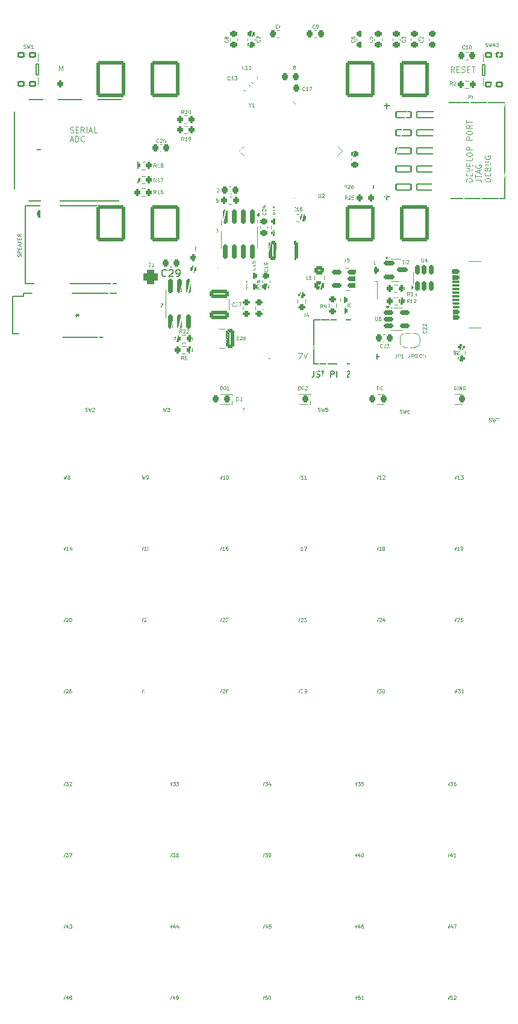
<source format=gto>
%TF.GenerationSoftware,KiCad,Pcbnew,8.0.4*%
%TF.CreationDate,2024-12-16T18:50:41+01:00*%
%TF.ProjectId,DM50,444d3530-2e6b-4696-9361-645f70636258,rev?*%
%TF.SameCoordinates,Original*%
%TF.FileFunction,Legend,Top*%
%TF.FilePolarity,Positive*%
%FSLAX46Y46*%
G04 Gerber Fmt 4.6, Leading zero omitted, Abs format (unit mm)*
G04 Created by KiCad (PCBNEW 8.0.4) date 2024-12-16 18:50:41*
%MOMM*%
%LPD*%
G01*
G04 APERTURE LIST*
G04 Aperture macros list*
%AMRoundRect*
0 Rectangle with rounded corners*
0 $1 Rounding radius*
0 $2 $3 $4 $5 $6 $7 $8 $9 X,Y pos of 4 corners*
0 Add a 4 corners polygon primitive as box body*
4,1,4,$2,$3,$4,$5,$6,$7,$8,$9,$2,$3,0*
0 Add four circle primitives for the rounded corners*
1,1,$1+$1,$2,$3*
1,1,$1+$1,$4,$5*
1,1,$1+$1,$6,$7*
1,1,$1+$1,$8,$9*
0 Add four rect primitives between the rounded corners*
20,1,$1+$1,$2,$3,$4,$5,0*
20,1,$1+$1,$4,$5,$6,$7,0*
20,1,$1+$1,$6,$7,$8,$9,0*
20,1,$1+$1,$8,$9,$2,$3,0*%
%AMFreePoly0*
4,1,39,-0.648508,1.451192,-0.414662,1.370913,-0.197219,1.253238,-0.002109,1.101379,0.165343,0.919476,0.300572,0.712493,0.399888,0.486075,0.460583,0.246398,0.481000,0.000000,0.460583,-0.246398,0.399888,-0.486075,0.300572,-0.712493,0.165343,-0.919476,-0.002109,-1.101379,-0.197219,-1.253238,-0.414662,-1.370913,-0.648508,-1.451192,-0.892379,-1.491887,-1.139621,-1.491887,-1.383492,-1.451192,
-1.617338,-1.370913,-1.834781,-1.253238,-2.029891,-1.101379,-2.197343,-0.919476,-2.332572,-0.712493,-2.431888,-0.486075,-2.492583,-0.246398,-2.513000,0.000000,-2.492583,0.246398,-2.431888,0.486075,-2.332572,0.712493,-2.197343,0.919476,-2.029891,1.101379,-1.834781,1.253238,-1.617338,1.370913,-1.383492,1.451192,-1.139621,1.491887,-0.892379,1.491887,-0.648508,1.451192,-0.648508,1.451192,
$1*%
%AMFreePoly1*
4,1,113,0.604838,8.006741,1.001975,7.930199,1.390039,7.816253,1.765514,7.665936,2.125000,7.480608,2.465242,7.261948,2.783158,7.011936,3.075870,6.732836,3.340726,6.427176,3.575328,6.097723,3.777551,5.747463,3.945564,5.379565,4.077845,4.997363,4.173197,4.604318,4.230756,4.203988,4.250000,3.800000,4.230756,3.396012,4.173197,2.995682,4.077845,2.602637,3.945564,2.220435,
3.777551,1.852537,3.575328,1.502277,3.340726,1.172824,3.075870,0.867164,2.783158,0.588064,2.465242,0.338052,2.125000,0.119392,1.765514,-0.065936,1.390039,-0.216253,1.001975,-0.330199,0.604838,-0.406741,0.202223,-0.445186,-0.202223,-0.445186,-0.604838,-0.406741,-1.001975,-0.330199,-1.390039,-0.216253,-1.765514,-0.065936,-2.125000,0.119392,-2.465242,0.338052,-2.783158,0.588064,
-3.075870,0.867164,-3.340726,1.172824,-3.575328,1.502277,-3.777551,1.852537,-3.945564,2.220435,-4.077845,2.602637,-4.173197,2.995682,-4.230756,3.396012,-4.250000,3.800000,-1.954981,3.800000,-1.935082,3.521777,-1.875791,3.249218,-1.778313,2.987872,-1.644635,2.743057,-1.477476,2.519760,-1.280240,2.322524,-1.056943,2.155365,-0.812128,2.021687,-0.550782,1.924209,-0.278223,1.864918,
0.000000,1.845019,0.278223,1.864918,0.550782,1.924209,0.812128,2.021687,1.056943,2.155365,1.280240,2.322524,1.477476,2.519760,1.644635,2.743057,1.778313,2.987872,1.875791,3.249218,1.935082,3.521777,1.954981,3.800000,1.935082,4.078223,1.875791,4.350782,1.778313,4.612128,1.644635,4.856943,1.477476,5.080240,1.280240,5.277476,1.056943,5.444635,0.812128,5.578313,
0.550782,5.675791,0.278223,5.735082,0.000000,5.754981,-0.278223,5.735082,-0.550782,5.675791,-0.812128,5.578313,-1.056943,5.444635,-1.280240,5.277476,-1.477476,5.080240,-1.644635,4.856943,-1.778313,4.612128,-1.875791,4.350782,-1.935082,4.078223,-1.954981,3.800000,-4.250000,3.800000,-4.230756,4.203988,-4.173197,4.604318,-4.077845,4.997363,-3.945564,5.379565,-3.777551,5.747463,
-3.575328,6.097723,-3.340726,6.427176,-3.075870,6.732836,-2.783158,7.011936,-2.465242,7.261948,-2.125000,7.480608,-1.765514,7.665936,-1.390039,7.816253,-1.001975,7.930199,-0.604838,8.006741,-0.202223,8.045186,0.202223,8.045186,0.604838,8.006741,0.604838,8.006741,$1*%
%AMFreePoly2*
4,1,19,0.500000,-0.750000,0.000000,-0.750000,0.000000,-0.744911,-0.071157,-0.744911,-0.207708,-0.704816,-0.327430,-0.627875,-0.420627,-0.520320,-0.479746,-0.390866,-0.500000,-0.250000,-0.500000,0.250000,-0.479746,0.390866,-0.420627,0.520320,-0.327430,0.627875,-0.207708,0.704816,-0.071157,0.744911,0.000000,0.744911,0.000000,0.750000,0.500000,0.750000,0.500000,-0.750000,0.500000,-0.750000,
$1*%
%AMFreePoly3*
4,1,19,0.000000,0.744911,0.071157,0.744911,0.207708,0.704816,0.327430,0.627875,0.420627,0.520320,0.479746,0.390866,0.500000,0.250000,0.500000,-0.250000,0.479746,-0.390866,0.420627,-0.520320,0.327430,-0.627875,0.207708,-0.704816,0.071157,-0.744911,0.000000,-0.744911,0.000000,-0.750000,-0.500000,-0.750000,-0.500000,0.750000,0.000000,0.750000,0.000000,0.744911,0.000000,0.744911,
$1*%
G04 Aperture macros list end*
%ADD10C,0.150000*%
%ADD11C,0.200000*%
%ADD12C,0.125000*%
%ADD13C,0.100000*%
%ADD14C,0.120000*%
%ADD15C,0.152400*%
%ADD16C,0.508000*%
%ADD17FreePoly0,90.000000*%
%ADD18FreePoly1,0.000000*%
%ADD19RoundRect,0.200000X0.275000X-0.200000X0.275000X0.200000X-0.275000X0.200000X-0.275000X-0.200000X0*%
%ADD20RoundRect,0.225000X0.335876X0.017678X0.017678X0.335876X-0.335876X-0.017678X-0.017678X-0.335876X0*%
%ADD21RoundRect,0.225000X0.225000X0.250000X-0.225000X0.250000X-0.225000X-0.250000X0.225000X-0.250000X0*%
%ADD22RoundRect,0.200000X-0.275000X0.200000X-0.275000X-0.200000X0.275000X-0.200000X0.275000X0.200000X0*%
%ADD23RoundRect,0.200000X-0.200000X-0.275000X0.200000X-0.275000X0.200000X0.275000X-0.200000X0.275000X0*%
%ADD24RoundRect,0.225000X-0.250000X0.225000X-0.250000X-0.225000X0.250000X-0.225000X0.250000X0.225000X0*%
%ADD25RoundRect,0.200000X0.200000X0.275000X-0.200000X0.275000X-0.200000X-0.275000X0.200000X-0.275000X0*%
%ADD26RoundRect,0.135000X0.365000X-0.315000X0.365000X0.315000X-0.365000X0.315000X-0.365000X-0.315000X0*%
%ADD27RoundRect,0.082500X0.192500X-0.767500X0.192500X0.767500X-0.192500X0.767500X-0.192500X-0.767500X0*%
%ADD28C,1.701800*%
%ADD29R,2.209800X2.794000*%
%ADD30R,2.794000X2.794000*%
%ADD31R,2.590800X2.794000*%
%ADD32RoundRect,0.225000X0.250000X-0.225000X0.250000X0.225000X-0.250000X0.225000X-0.250000X-0.225000X0*%
%ADD33RoundRect,0.112500X-0.112500X0.187500X-0.112500X-0.187500X0.112500X-0.187500X0.112500X0.187500X0*%
%ADD34RoundRect,0.150000X-0.150000X0.825000X-0.150000X-0.825000X0.150000X-0.825000X0.150000X0.825000X0*%
%ADD35R,3.810000X2.410000*%
%ADD36RoundRect,0.250000X0.325000X1.100000X-0.325000X1.100000X-0.325000X-1.100000X0.325000X-1.100000X0*%
%ADD37RoundRect,0.218750X0.218750X0.256250X-0.218750X0.256250X-0.218750X-0.256250X0.218750X-0.256250X0*%
%ADD38RoundRect,0.150000X0.512500X0.150000X-0.512500X0.150000X-0.512500X-0.150000X0.512500X-0.150000X0*%
%ADD39RoundRect,0.225000X-0.225000X-0.250000X0.225000X-0.250000X0.225000X0.250000X-0.225000X0.250000X0*%
%ADD40R,1.498600X0.812800*%
%ADD41R,1.498600X1.143000*%
%ADD42R,1.143000X1.498600*%
%ADD43R,1.701800X1.397000*%
%ADD44RoundRect,0.218750X-0.218750X-0.256250X0.218750X-0.256250X0.218750X0.256250X-0.218750X0.256250X0*%
%ADD45RoundRect,0.500000X0.500000X-0.500000X0.500000X0.500000X-0.500000X0.500000X-0.500000X-0.500000X0*%
%ADD46C,2.000000*%
%ADD47C,1.400000*%
%ADD48RoundRect,0.102000X1.250000X-0.400000X1.250000X0.400000X-1.250000X0.400000X-1.250000X-0.400000X0*%
%ADD49RoundRect,0.102000X1.050000X-0.400000X1.050000X0.400000X-1.050000X0.400000X-1.050000X-0.400000X0*%
%ADD50R,1.524000X1.524000*%
%ADD51C,1.524000*%
%ADD52C,0.650000*%
%ADD53RoundRect,0.150000X0.425000X-0.150000X0.425000X0.150000X-0.425000X0.150000X-0.425000X-0.150000X0*%
%ADD54RoundRect,0.075000X0.500000X-0.075000X0.500000X0.075000X-0.500000X0.075000X-0.500000X-0.075000X0*%
%ADD55O,2.100000X1.000000*%
%ADD56O,1.800000X1.000000*%
%ADD57RoundRect,0.150000X-0.512500X-0.150000X0.512500X-0.150000X0.512500X0.150000X-0.512500X0.150000X0*%
%ADD58RoundRect,0.250000X0.450000X-0.325000X0.450000X0.325000X-0.450000X0.325000X-0.450000X-0.325000X0*%
%ADD59RoundRect,0.102000X0.176777X-0.530330X0.530330X-0.176777X-0.176777X0.530330X-0.530330X0.176777X0*%
%ADD60FreePoly2,0.000000*%
%ADD61FreePoly3,0.000000*%
%ADD62C,1.320800*%
%ADD63RoundRect,0.250000X1.100000X-0.325000X1.100000X0.325000X-1.100000X0.325000X-1.100000X-0.325000X0*%
%ADD64RoundRect,0.135000X-0.365000X0.315000X-0.365000X-0.315000X0.365000X-0.315000X0.365000X0.315000X0*%
%ADD65RoundRect,0.082500X-0.192500X0.767500X-0.192500X-0.767500X0.192500X-0.767500X0.192500X0.767500X0*%
%ADD66RoundRect,0.075000X-0.548008X0.441942X0.441942X-0.548008X0.548008X-0.441942X-0.441942X0.548008X0*%
%ADD67RoundRect,0.075000X-0.548008X-0.441942X-0.441942X-0.548008X0.548008X0.441942X0.441942X0.548008X0*%
%ADD68RoundRect,0.150000X-0.587500X-0.150000X0.587500X-0.150000X0.587500X0.150000X-0.587500X0.150000X0*%
%ADD69RoundRect,0.150000X0.150000X-0.512500X0.150000X0.512500X-0.150000X0.512500X-0.150000X-0.512500X0*%
%ADD70RoundRect,0.250000X1.750000X-2.250000X1.750000X2.250000X-1.750000X2.250000X-1.750000X-2.250000X0*%
G04 APERTURE END LIST*
D10*
X73250000Y-100850000D02*
X73250000Y-89850000D01*
X73250000Y-89850000D02*
X88250000Y-89850000D01*
X88250000Y-89850000D02*
X88250000Y-100850000D01*
X88250000Y-100850000D02*
X73250000Y-100850000D01*
D11*
X122319673Y-111036266D02*
X123081578Y-111036266D01*
X122700625Y-111417219D02*
X122700625Y-110655314D01*
D10*
X113867731Y-113094295D02*
X113867731Y-113665723D01*
X113867731Y-113665723D02*
X113829636Y-113780009D01*
X113829636Y-113780009D02*
X113753445Y-113856200D01*
X113753445Y-113856200D02*
X113639160Y-113894295D01*
X113639160Y-113894295D02*
X113562969Y-113894295D01*
X114210588Y-113856200D02*
X114324874Y-113894295D01*
X114324874Y-113894295D02*
X114515350Y-113894295D01*
X114515350Y-113894295D02*
X114591541Y-113856200D01*
X114591541Y-113856200D02*
X114629636Y-113818104D01*
X114629636Y-113818104D02*
X114667731Y-113741914D01*
X114667731Y-113741914D02*
X114667731Y-113665723D01*
X114667731Y-113665723D02*
X114629636Y-113589533D01*
X114629636Y-113589533D02*
X114591541Y-113551438D01*
X114591541Y-113551438D02*
X114515350Y-113513342D01*
X114515350Y-113513342D02*
X114362969Y-113475247D01*
X114362969Y-113475247D02*
X114286779Y-113437152D01*
X114286779Y-113437152D02*
X114248684Y-113399057D01*
X114248684Y-113399057D02*
X114210588Y-113322866D01*
X114210588Y-113322866D02*
X114210588Y-113246676D01*
X114210588Y-113246676D02*
X114248684Y-113170485D01*
X114248684Y-113170485D02*
X114286779Y-113132390D01*
X114286779Y-113132390D02*
X114362969Y-113094295D01*
X114362969Y-113094295D02*
X114553446Y-113094295D01*
X114553446Y-113094295D02*
X114667731Y-113132390D01*
X114896303Y-113094295D02*
X115353446Y-113094295D01*
X115124874Y-113894295D02*
X115124874Y-113094295D01*
X116229637Y-113894295D02*
X116229637Y-113094295D01*
X116229637Y-113094295D02*
X116534399Y-113094295D01*
X116534399Y-113094295D02*
X116610589Y-113132390D01*
X116610589Y-113132390D02*
X116648684Y-113170485D01*
X116648684Y-113170485D02*
X116686780Y-113246676D01*
X116686780Y-113246676D02*
X116686780Y-113360961D01*
X116686780Y-113360961D02*
X116648684Y-113437152D01*
X116648684Y-113437152D02*
X116610589Y-113475247D01*
X116610589Y-113475247D02*
X116534399Y-113513342D01*
X116534399Y-113513342D02*
X116229637Y-113513342D01*
X117029637Y-113894295D02*
X117029637Y-113094295D01*
X117029637Y-113475247D02*
X117486780Y-113475247D01*
X117486780Y-113894295D02*
X117486780Y-113094295D01*
X118439160Y-113170485D02*
X118477256Y-113132390D01*
X118477256Y-113132390D02*
X118553446Y-113094295D01*
X118553446Y-113094295D02*
X118743922Y-113094295D01*
X118743922Y-113094295D02*
X118820113Y-113132390D01*
X118820113Y-113132390D02*
X118858208Y-113170485D01*
X118858208Y-113170485D02*
X118896303Y-113246676D01*
X118896303Y-113246676D02*
X118896303Y-113322866D01*
X118896303Y-113322866D02*
X118858208Y-113437152D01*
X118858208Y-113437152D02*
X118401065Y-113894295D01*
X118401065Y-113894295D02*
X118896303Y-113894295D01*
X119239161Y-113818104D02*
X119277256Y-113856200D01*
X119277256Y-113856200D02*
X119239161Y-113894295D01*
X119239161Y-113894295D02*
X119201065Y-113856200D01*
X119201065Y-113856200D02*
X119239161Y-113818104D01*
X119239161Y-113818104D02*
X119239161Y-113894295D01*
X119772494Y-113094295D02*
X119848684Y-113094295D01*
X119848684Y-113094295D02*
X119924875Y-113132390D01*
X119924875Y-113132390D02*
X119962970Y-113170485D01*
X119962970Y-113170485D02*
X120001065Y-113246676D01*
X120001065Y-113246676D02*
X120039160Y-113399057D01*
X120039160Y-113399057D02*
X120039160Y-113589533D01*
X120039160Y-113589533D02*
X120001065Y-113741914D01*
X120001065Y-113741914D02*
X119962970Y-113818104D01*
X119962970Y-113818104D02*
X119924875Y-113856200D01*
X119924875Y-113856200D02*
X119848684Y-113894295D01*
X119848684Y-113894295D02*
X119772494Y-113894295D01*
X119772494Y-113894295D02*
X119696303Y-113856200D01*
X119696303Y-113856200D02*
X119658208Y-113818104D01*
X119658208Y-113818104D02*
X119620113Y-113741914D01*
X119620113Y-113741914D02*
X119582017Y-113589533D01*
X119582017Y-113589533D02*
X119582017Y-113399057D01*
X119582017Y-113399057D02*
X119620113Y-113246676D01*
X119620113Y-113246676D02*
X119658208Y-113170485D01*
X119658208Y-113170485D02*
X119696303Y-113132390D01*
X119696303Y-113132390D02*
X119772494Y-113094295D01*
X120382018Y-113894295D02*
X120382018Y-113360961D01*
X120382018Y-113437152D02*
X120420113Y-113399057D01*
X120420113Y-113399057D02*
X120496303Y-113360961D01*
X120496303Y-113360961D02*
X120610589Y-113360961D01*
X120610589Y-113360961D02*
X120686780Y-113399057D01*
X120686780Y-113399057D02*
X120724875Y-113475247D01*
X120724875Y-113475247D02*
X120724875Y-113894295D01*
X120724875Y-113475247D02*
X120762970Y-113399057D01*
X120762970Y-113399057D02*
X120839161Y-113360961D01*
X120839161Y-113360961D02*
X120953446Y-113360961D01*
X120953446Y-113360961D02*
X121029637Y-113399057D01*
X121029637Y-113399057D02*
X121067732Y-113475247D01*
X121067732Y-113475247D02*
X121067732Y-113894295D01*
X121448685Y-113894295D02*
X121448685Y-113360961D01*
X121448685Y-113437152D02*
X121486780Y-113399057D01*
X121486780Y-113399057D02*
X121562970Y-113360961D01*
X121562970Y-113360961D02*
X121677256Y-113360961D01*
X121677256Y-113360961D02*
X121753447Y-113399057D01*
X121753447Y-113399057D02*
X121791542Y-113475247D01*
X121791542Y-113475247D02*
X121791542Y-113894295D01*
X121791542Y-113475247D02*
X121829637Y-113399057D01*
X121829637Y-113399057D02*
X121905828Y-113360961D01*
X121905828Y-113360961D02*
X122020113Y-113360961D01*
X122020113Y-113360961D02*
X122096304Y-113399057D01*
X122096304Y-113399057D02*
X122134399Y-113475247D01*
X122134399Y-113475247D02*
X122134399Y-113894295D01*
D12*
X127123809Y-111182309D02*
X126885714Y-111182309D01*
X126885714Y-111182309D02*
X126885714Y-110682309D01*
X127290476Y-111182309D02*
X127290476Y-110848976D01*
X127290476Y-110682309D02*
X127266667Y-110706119D01*
X127266667Y-110706119D02*
X127290476Y-110729928D01*
X127290476Y-110729928D02*
X127314286Y-110706119D01*
X127314286Y-110706119D02*
X127290476Y-110682309D01*
X127290476Y-110682309D02*
X127290476Y-110729928D01*
X127528571Y-111182309D02*
X127528571Y-110682309D01*
X127528571Y-110682309D02*
X127719047Y-110682309D01*
X127719047Y-110682309D02*
X127766666Y-110706119D01*
X127766666Y-110706119D02*
X127790476Y-110729928D01*
X127790476Y-110729928D02*
X127814285Y-110777547D01*
X127814285Y-110777547D02*
X127814285Y-110848976D01*
X127814285Y-110848976D02*
X127790476Y-110896595D01*
X127790476Y-110896595D02*
X127766666Y-110920404D01*
X127766666Y-110920404D02*
X127719047Y-110944214D01*
X127719047Y-110944214D02*
X127528571Y-110944214D01*
X128123809Y-110682309D02*
X128219047Y-110682309D01*
X128219047Y-110682309D02*
X128266666Y-110706119D01*
X128266666Y-110706119D02*
X128314285Y-110753738D01*
X128314285Y-110753738D02*
X128338095Y-110848976D01*
X128338095Y-110848976D02*
X128338095Y-111015642D01*
X128338095Y-111015642D02*
X128314285Y-111110880D01*
X128314285Y-111110880D02*
X128266666Y-111158500D01*
X128266666Y-111158500D02*
X128219047Y-111182309D01*
X128219047Y-111182309D02*
X128123809Y-111182309D01*
X128123809Y-111182309D02*
X128076190Y-111158500D01*
X128076190Y-111158500D02*
X128028571Y-111110880D01*
X128028571Y-111110880D02*
X128004762Y-111015642D01*
X128004762Y-111015642D02*
X128004762Y-110848976D01*
X128004762Y-110848976D02*
X128028571Y-110753738D01*
X128028571Y-110753738D02*
X128076190Y-110706119D01*
X128076190Y-110706119D02*
X128123809Y-110682309D01*
X72658500Y-96972525D02*
X72682309Y-96901097D01*
X72682309Y-96901097D02*
X72682309Y-96782049D01*
X72682309Y-96782049D02*
X72658500Y-96734430D01*
X72658500Y-96734430D02*
X72634690Y-96710621D01*
X72634690Y-96710621D02*
X72587071Y-96686811D01*
X72587071Y-96686811D02*
X72539452Y-96686811D01*
X72539452Y-96686811D02*
X72491833Y-96710621D01*
X72491833Y-96710621D02*
X72468023Y-96734430D01*
X72468023Y-96734430D02*
X72444214Y-96782049D01*
X72444214Y-96782049D02*
X72420404Y-96877287D01*
X72420404Y-96877287D02*
X72396595Y-96924906D01*
X72396595Y-96924906D02*
X72372785Y-96948716D01*
X72372785Y-96948716D02*
X72325166Y-96972525D01*
X72325166Y-96972525D02*
X72277547Y-96972525D01*
X72277547Y-96972525D02*
X72229928Y-96948716D01*
X72229928Y-96948716D02*
X72206119Y-96924906D01*
X72206119Y-96924906D02*
X72182309Y-96877287D01*
X72182309Y-96877287D02*
X72182309Y-96758240D01*
X72182309Y-96758240D02*
X72206119Y-96686811D01*
X72682309Y-96472526D02*
X72182309Y-96472526D01*
X72182309Y-96472526D02*
X72182309Y-96282050D01*
X72182309Y-96282050D02*
X72206119Y-96234431D01*
X72206119Y-96234431D02*
X72229928Y-96210621D01*
X72229928Y-96210621D02*
X72277547Y-96186812D01*
X72277547Y-96186812D02*
X72348976Y-96186812D01*
X72348976Y-96186812D02*
X72396595Y-96210621D01*
X72396595Y-96210621D02*
X72420404Y-96234431D01*
X72420404Y-96234431D02*
X72444214Y-96282050D01*
X72444214Y-96282050D02*
X72444214Y-96472526D01*
X72420404Y-95972526D02*
X72420404Y-95805859D01*
X72682309Y-95734431D02*
X72682309Y-95972526D01*
X72682309Y-95972526D02*
X72182309Y-95972526D01*
X72182309Y-95972526D02*
X72182309Y-95734431D01*
X72539452Y-95543954D02*
X72539452Y-95305859D01*
X72682309Y-95591573D02*
X72182309Y-95424907D01*
X72182309Y-95424907D02*
X72682309Y-95258240D01*
X72682309Y-95091574D02*
X72182309Y-95091574D01*
X72682309Y-94805860D02*
X72396595Y-95020145D01*
X72182309Y-94805860D02*
X72468023Y-95091574D01*
X72420404Y-94591574D02*
X72420404Y-94424907D01*
X72682309Y-94353479D02*
X72682309Y-94591574D01*
X72682309Y-94591574D02*
X72182309Y-94591574D01*
X72182309Y-94591574D02*
X72182309Y-94353479D01*
X72682309Y-93853479D02*
X72444214Y-94020145D01*
X72682309Y-94139193D02*
X72182309Y-94139193D01*
X72182309Y-94139193D02*
X72182309Y-93948717D01*
X72182309Y-93948717D02*
X72206119Y-93901098D01*
X72206119Y-93901098D02*
X72229928Y-93877288D01*
X72229928Y-93877288D02*
X72277547Y-93853479D01*
X72277547Y-93853479D02*
X72348976Y-93853479D01*
X72348976Y-93853479D02*
X72396595Y-93877288D01*
X72396595Y-93877288D02*
X72420404Y-93901098D01*
X72420404Y-93901098D02*
X72444214Y-93948717D01*
X72444214Y-93948717D02*
X72444214Y-94139193D01*
X121719047Y-115182309D02*
X121719047Y-115587071D01*
X121719047Y-115587071D02*
X121742857Y-115634690D01*
X121742857Y-115634690D02*
X121766666Y-115658500D01*
X121766666Y-115658500D02*
X121814285Y-115682309D01*
X121814285Y-115682309D02*
X121909523Y-115682309D01*
X121909523Y-115682309D02*
X121957142Y-115658500D01*
X121957142Y-115658500D02*
X121980952Y-115634690D01*
X121980952Y-115634690D02*
X122004761Y-115587071D01*
X122004761Y-115587071D02*
X122004761Y-115182309D01*
X122219048Y-115658500D02*
X122290476Y-115682309D01*
X122290476Y-115682309D02*
X122409524Y-115682309D01*
X122409524Y-115682309D02*
X122457143Y-115658500D01*
X122457143Y-115658500D02*
X122480952Y-115634690D01*
X122480952Y-115634690D02*
X122504762Y-115587071D01*
X122504762Y-115587071D02*
X122504762Y-115539452D01*
X122504762Y-115539452D02*
X122480952Y-115491833D01*
X122480952Y-115491833D02*
X122457143Y-115468023D01*
X122457143Y-115468023D02*
X122409524Y-115444214D01*
X122409524Y-115444214D02*
X122314286Y-115420404D01*
X122314286Y-115420404D02*
X122266667Y-115396595D01*
X122266667Y-115396595D02*
X122242857Y-115372785D01*
X122242857Y-115372785D02*
X122219048Y-115325166D01*
X122219048Y-115325166D02*
X122219048Y-115277547D01*
X122219048Y-115277547D02*
X122242857Y-115229928D01*
X122242857Y-115229928D02*
X122266667Y-115206119D01*
X122266667Y-115206119D02*
X122314286Y-115182309D01*
X122314286Y-115182309D02*
X122433333Y-115182309D01*
X122433333Y-115182309D02*
X122504762Y-115206119D01*
X122885714Y-115420404D02*
X122957142Y-115444214D01*
X122957142Y-115444214D02*
X122980952Y-115468023D01*
X122980952Y-115468023D02*
X123004761Y-115515642D01*
X123004761Y-115515642D02*
X123004761Y-115587071D01*
X123004761Y-115587071D02*
X122980952Y-115634690D01*
X122980952Y-115634690D02*
X122957142Y-115658500D01*
X122957142Y-115658500D02*
X122909523Y-115682309D01*
X122909523Y-115682309D02*
X122719047Y-115682309D01*
X122719047Y-115682309D02*
X122719047Y-115182309D01*
X122719047Y-115182309D02*
X122885714Y-115182309D01*
X122885714Y-115182309D02*
X122933333Y-115206119D01*
X122933333Y-115206119D02*
X122957142Y-115229928D01*
X122957142Y-115229928D02*
X122980952Y-115277547D01*
X122980952Y-115277547D02*
X122980952Y-115325166D01*
X122980952Y-115325166D02*
X122957142Y-115372785D01*
X122957142Y-115372785D02*
X122933333Y-115396595D01*
X122933333Y-115396595D02*
X122885714Y-115420404D01*
X122885714Y-115420404D02*
X122719047Y-115420404D01*
X123504761Y-115634690D02*
X123480952Y-115658500D01*
X123480952Y-115658500D02*
X123409523Y-115682309D01*
X123409523Y-115682309D02*
X123361904Y-115682309D01*
X123361904Y-115682309D02*
X123290476Y-115658500D01*
X123290476Y-115658500D02*
X123242857Y-115610880D01*
X123242857Y-115610880D02*
X123219047Y-115563261D01*
X123219047Y-115563261D02*
X123195238Y-115468023D01*
X123195238Y-115468023D02*
X123195238Y-115396595D01*
X123195238Y-115396595D02*
X123219047Y-115301357D01*
X123219047Y-115301357D02*
X123242857Y-115253738D01*
X123242857Y-115253738D02*
X123290476Y-115206119D01*
X123290476Y-115206119D02*
X123361904Y-115182309D01*
X123361904Y-115182309D02*
X123409523Y-115182309D01*
X123409523Y-115182309D02*
X123480952Y-115206119D01*
X123480952Y-115206119D02*
X123504761Y-115229928D01*
X136069685Y-86477287D02*
X135269685Y-86477287D01*
X135269685Y-86477287D02*
X135269685Y-86286811D01*
X135269685Y-86286811D02*
X135307780Y-86172525D01*
X135307780Y-86172525D02*
X135383970Y-86096335D01*
X135383970Y-86096335D02*
X135460161Y-86058240D01*
X135460161Y-86058240D02*
X135612542Y-86020144D01*
X135612542Y-86020144D02*
X135726828Y-86020144D01*
X135726828Y-86020144D02*
X135879209Y-86058240D01*
X135879209Y-86058240D02*
X135955399Y-86096335D01*
X135955399Y-86096335D02*
X136031590Y-86172525D01*
X136031590Y-86172525D02*
X136069685Y-86286811D01*
X136069685Y-86286811D02*
X136069685Y-86477287D01*
X135650637Y-85677287D02*
X135650637Y-85410621D01*
X136069685Y-85296335D02*
X136069685Y-85677287D01*
X136069685Y-85677287D02*
X135269685Y-85677287D01*
X135269685Y-85677287D02*
X135269685Y-85296335D01*
X135269685Y-85067763D02*
X136069685Y-84801096D01*
X136069685Y-84801096D02*
X135269685Y-84534430D01*
X135650637Y-84267763D02*
X135650637Y-84001097D01*
X136069685Y-83886811D02*
X136069685Y-84267763D01*
X136069685Y-84267763D02*
X135269685Y-84267763D01*
X135269685Y-84267763D02*
X135269685Y-83886811D01*
X136069685Y-83163001D02*
X136069685Y-83543953D01*
X136069685Y-83543953D02*
X135269685Y-83543953D01*
X135269685Y-82743953D02*
X135269685Y-82591572D01*
X135269685Y-82591572D02*
X135307780Y-82515382D01*
X135307780Y-82515382D02*
X135383970Y-82439191D01*
X135383970Y-82439191D02*
X135536351Y-82401096D01*
X135536351Y-82401096D02*
X135803018Y-82401096D01*
X135803018Y-82401096D02*
X135955399Y-82439191D01*
X135955399Y-82439191D02*
X136031590Y-82515382D01*
X136031590Y-82515382D02*
X136069685Y-82591572D01*
X136069685Y-82591572D02*
X136069685Y-82743953D01*
X136069685Y-82743953D02*
X136031590Y-82820144D01*
X136031590Y-82820144D02*
X135955399Y-82896334D01*
X135955399Y-82896334D02*
X135803018Y-82934430D01*
X135803018Y-82934430D02*
X135536351Y-82934430D01*
X135536351Y-82934430D02*
X135383970Y-82896334D01*
X135383970Y-82896334D02*
X135307780Y-82820144D01*
X135307780Y-82820144D02*
X135269685Y-82743953D01*
X136069685Y-82058239D02*
X135269685Y-82058239D01*
X135269685Y-82058239D02*
X135269685Y-81753477D01*
X135269685Y-81753477D02*
X135307780Y-81677287D01*
X135307780Y-81677287D02*
X135345875Y-81639192D01*
X135345875Y-81639192D02*
X135422066Y-81601096D01*
X135422066Y-81601096D02*
X135536351Y-81601096D01*
X135536351Y-81601096D02*
X135612542Y-81639192D01*
X135612542Y-81639192D02*
X135650637Y-81677287D01*
X135650637Y-81677287D02*
X135688732Y-81753477D01*
X135688732Y-81753477D02*
X135688732Y-82058239D01*
X136069685Y-80648715D02*
X135269685Y-80648715D01*
X135269685Y-80648715D02*
X135269685Y-80343953D01*
X135269685Y-80343953D02*
X135307780Y-80267763D01*
X135307780Y-80267763D02*
X135345875Y-80229668D01*
X135345875Y-80229668D02*
X135422066Y-80191572D01*
X135422066Y-80191572D02*
X135536351Y-80191572D01*
X135536351Y-80191572D02*
X135612542Y-80229668D01*
X135612542Y-80229668D02*
X135650637Y-80267763D01*
X135650637Y-80267763D02*
X135688732Y-80343953D01*
X135688732Y-80343953D02*
X135688732Y-80648715D01*
X135269685Y-79696334D02*
X135269685Y-79543953D01*
X135269685Y-79543953D02*
X135307780Y-79467763D01*
X135307780Y-79467763D02*
X135383970Y-79391572D01*
X135383970Y-79391572D02*
X135536351Y-79353477D01*
X135536351Y-79353477D02*
X135803018Y-79353477D01*
X135803018Y-79353477D02*
X135955399Y-79391572D01*
X135955399Y-79391572D02*
X136031590Y-79467763D01*
X136031590Y-79467763D02*
X136069685Y-79543953D01*
X136069685Y-79543953D02*
X136069685Y-79696334D01*
X136069685Y-79696334D02*
X136031590Y-79772525D01*
X136031590Y-79772525D02*
X135955399Y-79848715D01*
X135955399Y-79848715D02*
X135803018Y-79886811D01*
X135803018Y-79886811D02*
X135536351Y-79886811D01*
X135536351Y-79886811D02*
X135383970Y-79848715D01*
X135383970Y-79848715D02*
X135307780Y-79772525D01*
X135307780Y-79772525D02*
X135269685Y-79696334D01*
X136069685Y-78553477D02*
X135688732Y-78820144D01*
X136069685Y-79010620D02*
X135269685Y-79010620D01*
X135269685Y-79010620D02*
X135269685Y-78705858D01*
X135269685Y-78705858D02*
X135307780Y-78629668D01*
X135307780Y-78629668D02*
X135345875Y-78591573D01*
X135345875Y-78591573D02*
X135422066Y-78553477D01*
X135422066Y-78553477D02*
X135536351Y-78553477D01*
X135536351Y-78553477D02*
X135612542Y-78591573D01*
X135612542Y-78591573D02*
X135650637Y-78629668D01*
X135650637Y-78629668D02*
X135688732Y-78705858D01*
X135688732Y-78705858D02*
X135688732Y-79010620D01*
X135269685Y-78324906D02*
X135269685Y-77867763D01*
X136069685Y-78096335D02*
X135269685Y-78096335D01*
X136557640Y-86248716D02*
X137129068Y-86248716D01*
X137129068Y-86248716D02*
X137243354Y-86286811D01*
X137243354Y-86286811D02*
X137319545Y-86363002D01*
X137319545Y-86363002D02*
X137357640Y-86477287D01*
X137357640Y-86477287D02*
X137357640Y-86553478D01*
X136557640Y-85982049D02*
X136557640Y-85524906D01*
X137357640Y-85753478D02*
X136557640Y-85753478D01*
X137129068Y-85296335D02*
X137129068Y-84915382D01*
X137357640Y-85372525D02*
X136557640Y-85105858D01*
X136557640Y-85105858D02*
X137357640Y-84839192D01*
X136595735Y-84153478D02*
X136557640Y-84229668D01*
X136557640Y-84229668D02*
X136557640Y-84343954D01*
X136557640Y-84343954D02*
X136595735Y-84458240D01*
X136595735Y-84458240D02*
X136671925Y-84534430D01*
X136671925Y-84534430D02*
X136748116Y-84572525D01*
X136748116Y-84572525D02*
X136900497Y-84610621D01*
X136900497Y-84610621D02*
X137014783Y-84610621D01*
X137014783Y-84610621D02*
X137167164Y-84572525D01*
X137167164Y-84572525D02*
X137243354Y-84534430D01*
X137243354Y-84534430D02*
X137319545Y-84458240D01*
X137319545Y-84458240D02*
X137357640Y-84343954D01*
X137357640Y-84343954D02*
X137357640Y-84267763D01*
X137357640Y-84267763D02*
X137319545Y-84153478D01*
X137319545Y-84153478D02*
X137281449Y-84115382D01*
X137281449Y-84115382D02*
X137014783Y-84115382D01*
X137014783Y-84115382D02*
X137014783Y-84267763D01*
X138645595Y-86477287D02*
X137845595Y-86477287D01*
X137845595Y-86477287D02*
X137845595Y-86286811D01*
X137845595Y-86286811D02*
X137883690Y-86172525D01*
X137883690Y-86172525D02*
X137959880Y-86096335D01*
X137959880Y-86096335D02*
X138036071Y-86058240D01*
X138036071Y-86058240D02*
X138188452Y-86020144D01*
X138188452Y-86020144D02*
X138302738Y-86020144D01*
X138302738Y-86020144D02*
X138455119Y-86058240D01*
X138455119Y-86058240D02*
X138531309Y-86096335D01*
X138531309Y-86096335D02*
X138607500Y-86172525D01*
X138607500Y-86172525D02*
X138645595Y-86286811D01*
X138645595Y-86286811D02*
X138645595Y-86477287D01*
X138226547Y-85677287D02*
X138226547Y-85410621D01*
X138645595Y-85296335D02*
X138645595Y-85677287D01*
X138645595Y-85677287D02*
X137845595Y-85677287D01*
X137845595Y-85677287D02*
X137845595Y-85296335D01*
X138226547Y-84686811D02*
X138264642Y-84572525D01*
X138264642Y-84572525D02*
X138302738Y-84534430D01*
X138302738Y-84534430D02*
X138378928Y-84496334D01*
X138378928Y-84496334D02*
X138493214Y-84496334D01*
X138493214Y-84496334D02*
X138569404Y-84534430D01*
X138569404Y-84534430D02*
X138607500Y-84572525D01*
X138607500Y-84572525D02*
X138645595Y-84648715D01*
X138645595Y-84648715D02*
X138645595Y-84953477D01*
X138645595Y-84953477D02*
X137845595Y-84953477D01*
X137845595Y-84953477D02*
X137845595Y-84686811D01*
X137845595Y-84686811D02*
X137883690Y-84610620D01*
X137883690Y-84610620D02*
X137921785Y-84572525D01*
X137921785Y-84572525D02*
X137997976Y-84534430D01*
X137997976Y-84534430D02*
X138074166Y-84534430D01*
X138074166Y-84534430D02*
X138150357Y-84572525D01*
X138150357Y-84572525D02*
X138188452Y-84610620D01*
X138188452Y-84610620D02*
X138226547Y-84686811D01*
X138226547Y-84686811D02*
X138226547Y-84953477D01*
X137845595Y-84153477D02*
X138493214Y-84153477D01*
X138493214Y-84153477D02*
X138569404Y-84115382D01*
X138569404Y-84115382D02*
X138607500Y-84077287D01*
X138607500Y-84077287D02*
X138645595Y-84001096D01*
X138645595Y-84001096D02*
X138645595Y-83848715D01*
X138645595Y-83848715D02*
X138607500Y-83772525D01*
X138607500Y-83772525D02*
X138569404Y-83734430D01*
X138569404Y-83734430D02*
X138493214Y-83696334D01*
X138493214Y-83696334D02*
X137845595Y-83696334D01*
X137883690Y-82896335D02*
X137845595Y-82972525D01*
X137845595Y-82972525D02*
X137845595Y-83086811D01*
X137845595Y-83086811D02*
X137883690Y-83201097D01*
X137883690Y-83201097D02*
X137959880Y-83277287D01*
X137959880Y-83277287D02*
X138036071Y-83315382D01*
X138036071Y-83315382D02*
X138188452Y-83353478D01*
X138188452Y-83353478D02*
X138302738Y-83353478D01*
X138302738Y-83353478D02*
X138455119Y-83315382D01*
X138455119Y-83315382D02*
X138531309Y-83277287D01*
X138531309Y-83277287D02*
X138607500Y-83201097D01*
X138607500Y-83201097D02*
X138645595Y-83086811D01*
X138645595Y-83086811D02*
X138645595Y-83010620D01*
X138645595Y-83010620D02*
X138607500Y-82896335D01*
X138607500Y-82896335D02*
X138569404Y-82858239D01*
X138569404Y-82858239D02*
X138302738Y-82858239D01*
X138302738Y-82858239D02*
X138302738Y-83010620D01*
X128790475Y-110682309D02*
X128885713Y-110682309D01*
X128885713Y-110682309D02*
X128933332Y-110706119D01*
X128933332Y-110706119D02*
X128980951Y-110753738D01*
X128980951Y-110753738D02*
X129004761Y-110848976D01*
X129004761Y-110848976D02*
X129004761Y-111015642D01*
X129004761Y-111015642D02*
X128980951Y-111110880D01*
X128980951Y-111110880D02*
X128933332Y-111158500D01*
X128933332Y-111158500D02*
X128885713Y-111182309D01*
X128885713Y-111182309D02*
X128790475Y-111182309D01*
X128790475Y-111182309D02*
X128742856Y-111158500D01*
X128742856Y-111158500D02*
X128695237Y-111110880D01*
X128695237Y-111110880D02*
X128671428Y-111015642D01*
X128671428Y-111015642D02*
X128671428Y-110848976D01*
X128671428Y-110848976D02*
X128695237Y-110753738D01*
X128695237Y-110753738D02*
X128742856Y-110706119D01*
X128742856Y-110706119D02*
X128790475Y-110682309D01*
X129219047Y-111182309D02*
X129219047Y-110682309D01*
X129219047Y-110682309D02*
X129504761Y-111182309D01*
X129504761Y-111182309D02*
X129504761Y-110682309D01*
X131897618Y-115634690D02*
X131873809Y-115658500D01*
X131873809Y-115658500D02*
X131802380Y-115682309D01*
X131802380Y-115682309D02*
X131754761Y-115682309D01*
X131754761Y-115682309D02*
X131683333Y-115658500D01*
X131683333Y-115658500D02*
X131635714Y-115610880D01*
X131635714Y-115610880D02*
X131611904Y-115563261D01*
X131611904Y-115563261D02*
X131588095Y-115468023D01*
X131588095Y-115468023D02*
X131588095Y-115396595D01*
X131588095Y-115396595D02*
X131611904Y-115301357D01*
X131611904Y-115301357D02*
X131635714Y-115253738D01*
X131635714Y-115253738D02*
X131683333Y-115206119D01*
X131683333Y-115206119D02*
X131754761Y-115182309D01*
X131754761Y-115182309D02*
X131802380Y-115182309D01*
X131802380Y-115182309D02*
X131873809Y-115206119D01*
X131873809Y-115206119D02*
X131897618Y-115229928D01*
X132111904Y-115682309D02*
X132111904Y-115182309D01*
X132111904Y-115420404D02*
X132397618Y-115420404D01*
X132397618Y-115682309D02*
X132397618Y-115182309D01*
X132611905Y-115539452D02*
X132850000Y-115539452D01*
X132564286Y-115682309D02*
X132730952Y-115182309D01*
X132730952Y-115182309D02*
X132897619Y-115682309D01*
X133349999Y-115682309D02*
X133183333Y-115444214D01*
X133064285Y-115682309D02*
X133064285Y-115182309D01*
X133064285Y-115182309D02*
X133254761Y-115182309D01*
X133254761Y-115182309D02*
X133302380Y-115206119D01*
X133302380Y-115206119D02*
X133326190Y-115229928D01*
X133326190Y-115229928D02*
X133349999Y-115277547D01*
X133349999Y-115277547D02*
X133349999Y-115348976D01*
X133349999Y-115348976D02*
X133326190Y-115396595D01*
X133326190Y-115396595D02*
X133302380Y-115420404D01*
X133302380Y-115420404D02*
X133254761Y-115444214D01*
X133254761Y-115444214D02*
X133064285Y-115444214D01*
X133826190Y-115206119D02*
X133778571Y-115182309D01*
X133778571Y-115182309D02*
X133707142Y-115182309D01*
X133707142Y-115182309D02*
X133635714Y-115206119D01*
X133635714Y-115206119D02*
X133588095Y-115253738D01*
X133588095Y-115253738D02*
X133564285Y-115301357D01*
X133564285Y-115301357D02*
X133540476Y-115396595D01*
X133540476Y-115396595D02*
X133540476Y-115468023D01*
X133540476Y-115468023D02*
X133564285Y-115563261D01*
X133564285Y-115563261D02*
X133588095Y-115610880D01*
X133588095Y-115610880D02*
X133635714Y-115658500D01*
X133635714Y-115658500D02*
X133707142Y-115682309D01*
X133707142Y-115682309D02*
X133754761Y-115682309D01*
X133754761Y-115682309D02*
X133826190Y-115658500D01*
X133826190Y-115658500D02*
X133849999Y-115634690D01*
X133849999Y-115634690D02*
X133849999Y-115468023D01*
X133849999Y-115468023D02*
X133754761Y-115468023D01*
X134064285Y-115682309D02*
X134064285Y-115182309D01*
X134302380Y-115682309D02*
X134302380Y-115182309D01*
X134302380Y-115182309D02*
X134588094Y-115682309D01*
X134588094Y-115682309D02*
X134588094Y-115182309D01*
X135088095Y-115206119D02*
X135040476Y-115182309D01*
X135040476Y-115182309D02*
X134969047Y-115182309D01*
X134969047Y-115182309D02*
X134897619Y-115206119D01*
X134897619Y-115206119D02*
X134850000Y-115253738D01*
X134850000Y-115253738D02*
X134826190Y-115301357D01*
X134826190Y-115301357D02*
X134802381Y-115396595D01*
X134802381Y-115396595D02*
X134802381Y-115468023D01*
X134802381Y-115468023D02*
X134826190Y-115563261D01*
X134826190Y-115563261D02*
X134850000Y-115610880D01*
X134850000Y-115610880D02*
X134897619Y-115658500D01*
X134897619Y-115658500D02*
X134969047Y-115682309D01*
X134969047Y-115682309D02*
X135016666Y-115682309D01*
X135016666Y-115682309D02*
X135088095Y-115658500D01*
X135088095Y-115658500D02*
X135111904Y-115634690D01*
X135111904Y-115634690D02*
X135111904Y-115468023D01*
X135111904Y-115468023D02*
X135016666Y-115468023D01*
D11*
X123719673Y-75836266D02*
X124481578Y-75836266D01*
X124100625Y-76217219D02*
X124100625Y-75455314D01*
D12*
X133579855Y-71145595D02*
X133313188Y-70764642D01*
X133122712Y-71145595D02*
X133122712Y-70345595D01*
X133122712Y-70345595D02*
X133427474Y-70345595D01*
X133427474Y-70345595D02*
X133503664Y-70383690D01*
X133503664Y-70383690D02*
X133541759Y-70421785D01*
X133541759Y-70421785D02*
X133579855Y-70497976D01*
X133579855Y-70497976D02*
X133579855Y-70612261D01*
X133579855Y-70612261D02*
X133541759Y-70688452D01*
X133541759Y-70688452D02*
X133503664Y-70726547D01*
X133503664Y-70726547D02*
X133427474Y-70764642D01*
X133427474Y-70764642D02*
X133122712Y-70764642D01*
X133922712Y-70726547D02*
X134189378Y-70726547D01*
X134303664Y-71145595D02*
X133922712Y-71145595D01*
X133922712Y-71145595D02*
X133922712Y-70345595D01*
X133922712Y-70345595D02*
X134303664Y-70345595D01*
X134608426Y-71107500D02*
X134722712Y-71145595D01*
X134722712Y-71145595D02*
X134913188Y-71145595D01*
X134913188Y-71145595D02*
X134989379Y-71107500D01*
X134989379Y-71107500D02*
X135027474Y-71069404D01*
X135027474Y-71069404D02*
X135065569Y-70993214D01*
X135065569Y-70993214D02*
X135065569Y-70917023D01*
X135065569Y-70917023D02*
X135027474Y-70840833D01*
X135027474Y-70840833D02*
X134989379Y-70802738D01*
X134989379Y-70802738D02*
X134913188Y-70764642D01*
X134913188Y-70764642D02*
X134760807Y-70726547D01*
X134760807Y-70726547D02*
X134684617Y-70688452D01*
X134684617Y-70688452D02*
X134646522Y-70650357D01*
X134646522Y-70650357D02*
X134608426Y-70574166D01*
X134608426Y-70574166D02*
X134608426Y-70497976D01*
X134608426Y-70497976D02*
X134646522Y-70421785D01*
X134646522Y-70421785D02*
X134684617Y-70383690D01*
X134684617Y-70383690D02*
X134760807Y-70345595D01*
X134760807Y-70345595D02*
X134951284Y-70345595D01*
X134951284Y-70345595D02*
X135065569Y-70383690D01*
X135408427Y-70726547D02*
X135675093Y-70726547D01*
X135789379Y-71145595D02*
X135408427Y-71145595D01*
X135408427Y-71145595D02*
X135408427Y-70345595D01*
X135408427Y-70345595D02*
X135789379Y-70345595D01*
X136017951Y-70345595D02*
X136475094Y-70345595D01*
X136246522Y-71145595D02*
X136246522Y-70345595D01*
X79584616Y-79569545D02*
X79698902Y-79607640D01*
X79698902Y-79607640D02*
X79889378Y-79607640D01*
X79889378Y-79607640D02*
X79965569Y-79569545D01*
X79965569Y-79569545D02*
X80003664Y-79531449D01*
X80003664Y-79531449D02*
X80041759Y-79455259D01*
X80041759Y-79455259D02*
X80041759Y-79379068D01*
X80041759Y-79379068D02*
X80003664Y-79302878D01*
X80003664Y-79302878D02*
X79965569Y-79264783D01*
X79965569Y-79264783D02*
X79889378Y-79226687D01*
X79889378Y-79226687D02*
X79736997Y-79188592D01*
X79736997Y-79188592D02*
X79660807Y-79150497D01*
X79660807Y-79150497D02*
X79622712Y-79112402D01*
X79622712Y-79112402D02*
X79584616Y-79036211D01*
X79584616Y-79036211D02*
X79584616Y-78960021D01*
X79584616Y-78960021D02*
X79622712Y-78883830D01*
X79622712Y-78883830D02*
X79660807Y-78845735D01*
X79660807Y-78845735D02*
X79736997Y-78807640D01*
X79736997Y-78807640D02*
X79927474Y-78807640D01*
X79927474Y-78807640D02*
X80041759Y-78845735D01*
X80384617Y-79188592D02*
X80651283Y-79188592D01*
X80765569Y-79607640D02*
X80384617Y-79607640D01*
X80384617Y-79607640D02*
X80384617Y-78807640D01*
X80384617Y-78807640D02*
X80765569Y-78807640D01*
X81565570Y-79607640D02*
X81298903Y-79226687D01*
X81108427Y-79607640D02*
X81108427Y-78807640D01*
X81108427Y-78807640D02*
X81413189Y-78807640D01*
X81413189Y-78807640D02*
X81489379Y-78845735D01*
X81489379Y-78845735D02*
X81527474Y-78883830D01*
X81527474Y-78883830D02*
X81565570Y-78960021D01*
X81565570Y-78960021D02*
X81565570Y-79074306D01*
X81565570Y-79074306D02*
X81527474Y-79150497D01*
X81527474Y-79150497D02*
X81489379Y-79188592D01*
X81489379Y-79188592D02*
X81413189Y-79226687D01*
X81413189Y-79226687D02*
X81108427Y-79226687D01*
X81908427Y-79607640D02*
X81908427Y-78807640D01*
X82251283Y-79379068D02*
X82632236Y-79379068D01*
X82175093Y-79607640D02*
X82441760Y-78807640D01*
X82441760Y-78807640D02*
X82708426Y-79607640D01*
X83356045Y-79607640D02*
X82975093Y-79607640D01*
X82975093Y-79607640D02*
X82975093Y-78807640D01*
X79584616Y-80667023D02*
X79965569Y-80667023D01*
X79508426Y-80895595D02*
X79775093Y-80095595D01*
X79775093Y-80095595D02*
X80041759Y-80895595D01*
X80308426Y-80895595D02*
X80308426Y-80095595D01*
X80308426Y-80095595D02*
X80498902Y-80095595D01*
X80498902Y-80095595D02*
X80613188Y-80133690D01*
X80613188Y-80133690D02*
X80689378Y-80209880D01*
X80689378Y-80209880D02*
X80727473Y-80286071D01*
X80727473Y-80286071D02*
X80765569Y-80438452D01*
X80765569Y-80438452D02*
X80765569Y-80552738D01*
X80765569Y-80552738D02*
X80727473Y-80705119D01*
X80727473Y-80705119D02*
X80689378Y-80781309D01*
X80689378Y-80781309D02*
X80613188Y-80857500D01*
X80613188Y-80857500D02*
X80498902Y-80895595D01*
X80498902Y-80895595D02*
X80308426Y-80895595D01*
X81565569Y-80819404D02*
X81527473Y-80857500D01*
X81527473Y-80857500D02*
X81413188Y-80895595D01*
X81413188Y-80895595D02*
X81336997Y-80895595D01*
X81336997Y-80895595D02*
X81222711Y-80857500D01*
X81222711Y-80857500D02*
X81146521Y-80781309D01*
X81146521Y-80781309D02*
X81108426Y-80705119D01*
X81108426Y-80705119D02*
X81070330Y-80552738D01*
X81070330Y-80552738D02*
X81070330Y-80438452D01*
X81070330Y-80438452D02*
X81108426Y-80286071D01*
X81108426Y-80286071D02*
X81146521Y-80209880D01*
X81146521Y-80209880D02*
X81222711Y-80133690D01*
X81222711Y-80133690D02*
X81336997Y-80095595D01*
X81336997Y-80095595D02*
X81413188Y-80095595D01*
X81413188Y-80095595D02*
X81527473Y-80133690D01*
X81527473Y-80133690D02*
X81565569Y-80171785D01*
X100052381Y-115682309D02*
X99814286Y-115682309D01*
X99814286Y-115682309D02*
X99814286Y-115182309D01*
X100219048Y-115420404D02*
X100385715Y-115420404D01*
X100457143Y-115682309D02*
X100219048Y-115682309D01*
X100219048Y-115682309D02*
X100219048Y-115182309D01*
X100219048Y-115182309D02*
X100457143Y-115182309D01*
X100671429Y-115682309D02*
X100671429Y-115182309D01*
X100671429Y-115182309D02*
X100790477Y-115182309D01*
X100790477Y-115182309D02*
X100861905Y-115206119D01*
X100861905Y-115206119D02*
X100909524Y-115253738D01*
X100909524Y-115253738D02*
X100933334Y-115301357D01*
X100933334Y-115301357D02*
X100957143Y-115396595D01*
X100957143Y-115396595D02*
X100957143Y-115468023D01*
X100957143Y-115468023D02*
X100933334Y-115563261D01*
X100933334Y-115563261D02*
X100909524Y-115610880D01*
X100909524Y-115610880D02*
X100861905Y-115658500D01*
X100861905Y-115658500D02*
X100790477Y-115682309D01*
X100790477Y-115682309D02*
X100671429Y-115682309D01*
X101266667Y-115182309D02*
X101314286Y-115182309D01*
X101314286Y-115182309D02*
X101361905Y-115206119D01*
X101361905Y-115206119D02*
X101385715Y-115229928D01*
X101385715Y-115229928D02*
X101409524Y-115277547D01*
X101409524Y-115277547D02*
X101433334Y-115372785D01*
X101433334Y-115372785D02*
X101433334Y-115491833D01*
X101433334Y-115491833D02*
X101409524Y-115587071D01*
X101409524Y-115587071D02*
X101385715Y-115634690D01*
X101385715Y-115634690D02*
X101361905Y-115658500D01*
X101361905Y-115658500D02*
X101314286Y-115682309D01*
X101314286Y-115682309D02*
X101266667Y-115682309D01*
X101266667Y-115682309D02*
X101219048Y-115658500D01*
X101219048Y-115658500D02*
X101195239Y-115634690D01*
X101195239Y-115634690D02*
X101171429Y-115587071D01*
X101171429Y-115587071D02*
X101147620Y-115491833D01*
X101147620Y-115491833D02*
X101147620Y-115372785D01*
X101147620Y-115372785D02*
X101171429Y-115277547D01*
X101171429Y-115277547D02*
X101195239Y-115229928D01*
X101195239Y-115229928D02*
X101219048Y-115206119D01*
X101219048Y-115206119D02*
X101266667Y-115182309D01*
X101909524Y-115682309D02*
X101623810Y-115682309D01*
X101766667Y-115682309D02*
X101766667Y-115182309D01*
X101766667Y-115182309D02*
X101719048Y-115253738D01*
X101719048Y-115253738D02*
X101671429Y-115301357D01*
X101671429Y-115301357D02*
X101623810Y-115325166D01*
X107688095Y-111345595D02*
X107307143Y-111345595D01*
X107307143Y-111345595D02*
X107307143Y-110545595D01*
X107954762Y-111345595D02*
X107954762Y-110812261D01*
X107954762Y-110545595D02*
X107916666Y-110583690D01*
X107916666Y-110583690D02*
X107954762Y-110621785D01*
X107954762Y-110621785D02*
X107992857Y-110583690D01*
X107992857Y-110583690D02*
X107954762Y-110545595D01*
X107954762Y-110545595D02*
X107954762Y-110621785D01*
X108335714Y-111345595D02*
X108335714Y-110545595D01*
X108335714Y-110545595D02*
X108640476Y-110545595D01*
X108640476Y-110545595D02*
X108716666Y-110583690D01*
X108716666Y-110583690D02*
X108754761Y-110621785D01*
X108754761Y-110621785D02*
X108792857Y-110697976D01*
X108792857Y-110697976D02*
X108792857Y-110812261D01*
X108792857Y-110812261D02*
X108754761Y-110888452D01*
X108754761Y-110888452D02*
X108716666Y-110926547D01*
X108716666Y-110926547D02*
X108640476Y-110964642D01*
X108640476Y-110964642D02*
X108335714Y-110964642D01*
X109288095Y-110545595D02*
X109440476Y-110545595D01*
X109440476Y-110545595D02*
X109516666Y-110583690D01*
X109516666Y-110583690D02*
X109592857Y-110659880D01*
X109592857Y-110659880D02*
X109630952Y-110812261D01*
X109630952Y-110812261D02*
X109630952Y-111078928D01*
X109630952Y-111078928D02*
X109592857Y-111231309D01*
X109592857Y-111231309D02*
X109516666Y-111307500D01*
X109516666Y-111307500D02*
X109440476Y-111345595D01*
X109440476Y-111345595D02*
X109288095Y-111345595D01*
X109288095Y-111345595D02*
X109211904Y-111307500D01*
X109211904Y-111307500D02*
X109135714Y-111231309D01*
X109135714Y-111231309D02*
X109097618Y-111078928D01*
X109097618Y-111078928D02*
X109097618Y-110812261D01*
X109097618Y-110812261D02*
X109135714Y-110659880D01*
X109135714Y-110659880D02*
X109211904Y-110583690D01*
X109211904Y-110583690D02*
X109288095Y-110545595D01*
X110507142Y-110545595D02*
X111002380Y-110545595D01*
X111002380Y-110545595D02*
X110735714Y-110850357D01*
X110735714Y-110850357D02*
X110849999Y-110850357D01*
X110849999Y-110850357D02*
X110926190Y-110888452D01*
X110926190Y-110888452D02*
X110964285Y-110926547D01*
X110964285Y-110926547D02*
X111002380Y-111002738D01*
X111002380Y-111002738D02*
X111002380Y-111193214D01*
X111002380Y-111193214D02*
X110964285Y-111269404D01*
X110964285Y-111269404D02*
X110926190Y-111307500D01*
X110926190Y-111307500D02*
X110849999Y-111345595D01*
X110849999Y-111345595D02*
X110621428Y-111345595D01*
X110621428Y-111345595D02*
X110545237Y-111307500D01*
X110545237Y-111307500D02*
X110507142Y-111269404D01*
X111345238Y-111269404D02*
X111383333Y-111307500D01*
X111383333Y-111307500D02*
X111345238Y-111345595D01*
X111345238Y-111345595D02*
X111307142Y-111307500D01*
X111307142Y-111307500D02*
X111345238Y-111269404D01*
X111345238Y-111269404D02*
X111345238Y-111345595D01*
X111649999Y-110545595D02*
X112183333Y-110545595D01*
X112183333Y-110545595D02*
X111840475Y-111345595D01*
X112373809Y-110545595D02*
X112640476Y-111345595D01*
X112640476Y-111345595D02*
X112907142Y-110545595D01*
D11*
X123719673Y-88636266D02*
X124481578Y-88636266D01*
X124100625Y-89017219D02*
X124100625Y-88255314D01*
D12*
X76422712Y-70945595D02*
X76422712Y-70145595D01*
X76422712Y-70145595D02*
X76727474Y-70145595D01*
X76727474Y-70145595D02*
X76803664Y-70183690D01*
X76803664Y-70183690D02*
X76841759Y-70221785D01*
X76841759Y-70221785D02*
X76879855Y-70297976D01*
X76879855Y-70297976D02*
X76879855Y-70412261D01*
X76879855Y-70412261D02*
X76841759Y-70488452D01*
X76841759Y-70488452D02*
X76803664Y-70526547D01*
X76803664Y-70526547D02*
X76727474Y-70564642D01*
X76727474Y-70564642D02*
X76422712Y-70564642D01*
X77641759Y-70183690D02*
X77565569Y-70145595D01*
X77565569Y-70145595D02*
X77451283Y-70145595D01*
X77451283Y-70145595D02*
X77336997Y-70183690D01*
X77336997Y-70183690D02*
X77260807Y-70259880D01*
X77260807Y-70259880D02*
X77222712Y-70336071D01*
X77222712Y-70336071D02*
X77184616Y-70488452D01*
X77184616Y-70488452D02*
X77184616Y-70602738D01*
X77184616Y-70602738D02*
X77222712Y-70755119D01*
X77222712Y-70755119D02*
X77260807Y-70831309D01*
X77260807Y-70831309D02*
X77336997Y-70907500D01*
X77336997Y-70907500D02*
X77451283Y-70945595D01*
X77451283Y-70945595D02*
X77527474Y-70945595D01*
X77527474Y-70945595D02*
X77641759Y-70907500D01*
X77641759Y-70907500D02*
X77679855Y-70869404D01*
X77679855Y-70869404D02*
X77679855Y-70602738D01*
X77679855Y-70602738D02*
X77527474Y-70602738D01*
X78022712Y-70945595D02*
X78022712Y-70145595D01*
X78022712Y-70145595D02*
X78289378Y-70717023D01*
X78289378Y-70717023D02*
X78556045Y-70145595D01*
X78556045Y-70145595D02*
X78556045Y-70945595D01*
X111052381Y-115682309D02*
X110814286Y-115682309D01*
X110814286Y-115682309D02*
X110814286Y-115182309D01*
X111219048Y-115420404D02*
X111385715Y-115420404D01*
X111457143Y-115682309D02*
X111219048Y-115682309D01*
X111219048Y-115682309D02*
X111219048Y-115182309D01*
X111219048Y-115182309D02*
X111457143Y-115182309D01*
X111671429Y-115682309D02*
X111671429Y-115182309D01*
X111671429Y-115182309D02*
X111790477Y-115182309D01*
X111790477Y-115182309D02*
X111861905Y-115206119D01*
X111861905Y-115206119D02*
X111909524Y-115253738D01*
X111909524Y-115253738D02*
X111933334Y-115301357D01*
X111933334Y-115301357D02*
X111957143Y-115396595D01*
X111957143Y-115396595D02*
X111957143Y-115468023D01*
X111957143Y-115468023D02*
X111933334Y-115563261D01*
X111933334Y-115563261D02*
X111909524Y-115610880D01*
X111909524Y-115610880D02*
X111861905Y-115658500D01*
X111861905Y-115658500D02*
X111790477Y-115682309D01*
X111790477Y-115682309D02*
X111671429Y-115682309D01*
X112266667Y-115182309D02*
X112314286Y-115182309D01*
X112314286Y-115182309D02*
X112361905Y-115206119D01*
X112361905Y-115206119D02*
X112385715Y-115229928D01*
X112385715Y-115229928D02*
X112409524Y-115277547D01*
X112409524Y-115277547D02*
X112433334Y-115372785D01*
X112433334Y-115372785D02*
X112433334Y-115491833D01*
X112433334Y-115491833D02*
X112409524Y-115587071D01*
X112409524Y-115587071D02*
X112385715Y-115634690D01*
X112385715Y-115634690D02*
X112361905Y-115658500D01*
X112361905Y-115658500D02*
X112314286Y-115682309D01*
X112314286Y-115682309D02*
X112266667Y-115682309D01*
X112266667Y-115682309D02*
X112219048Y-115658500D01*
X112219048Y-115658500D02*
X112195239Y-115634690D01*
X112195239Y-115634690D02*
X112171429Y-115587071D01*
X112171429Y-115587071D02*
X112147620Y-115491833D01*
X112147620Y-115491833D02*
X112147620Y-115372785D01*
X112147620Y-115372785D02*
X112171429Y-115277547D01*
X112171429Y-115277547D02*
X112195239Y-115229928D01*
X112195239Y-115229928D02*
X112219048Y-115206119D01*
X112219048Y-115206119D02*
X112266667Y-115182309D01*
X112623810Y-115229928D02*
X112647619Y-115206119D01*
X112647619Y-115206119D02*
X112695238Y-115182309D01*
X112695238Y-115182309D02*
X112814286Y-115182309D01*
X112814286Y-115182309D02*
X112861905Y-115206119D01*
X112861905Y-115206119D02*
X112885714Y-115229928D01*
X112885714Y-115229928D02*
X112909524Y-115277547D01*
X112909524Y-115277547D02*
X112909524Y-115325166D01*
X112909524Y-115325166D02*
X112885714Y-115396595D01*
X112885714Y-115396595D02*
X112600000Y-115682309D01*
X112600000Y-115682309D02*
X112909524Y-115682309D01*
D13*
X92945239Y-181202300D02*
X93016667Y-181226109D01*
X93016667Y-181226109D02*
X93135715Y-181226109D01*
X93135715Y-181226109D02*
X93183334Y-181202300D01*
X93183334Y-181202300D02*
X93207143Y-181178490D01*
X93207143Y-181178490D02*
X93230953Y-181130871D01*
X93230953Y-181130871D02*
X93230953Y-181083252D01*
X93230953Y-181083252D02*
X93207143Y-181035633D01*
X93207143Y-181035633D02*
X93183334Y-181011823D01*
X93183334Y-181011823D02*
X93135715Y-180988014D01*
X93135715Y-180988014D02*
X93040477Y-180964204D01*
X93040477Y-180964204D02*
X92992858Y-180940395D01*
X92992858Y-180940395D02*
X92969048Y-180916585D01*
X92969048Y-180916585D02*
X92945239Y-180868966D01*
X92945239Y-180868966D02*
X92945239Y-180821347D01*
X92945239Y-180821347D02*
X92969048Y-180773728D01*
X92969048Y-180773728D02*
X92992858Y-180749919D01*
X92992858Y-180749919D02*
X93040477Y-180726109D01*
X93040477Y-180726109D02*
X93159524Y-180726109D01*
X93159524Y-180726109D02*
X93230953Y-180749919D01*
X93397619Y-180726109D02*
X93516667Y-181226109D01*
X93516667Y-181226109D02*
X93611905Y-180868966D01*
X93611905Y-180868966D02*
X93707143Y-181226109D01*
X93707143Y-181226109D02*
X93826191Y-180726109D01*
X93969048Y-180726109D02*
X94278572Y-180726109D01*
X94278572Y-180726109D02*
X94111905Y-180916585D01*
X94111905Y-180916585D02*
X94183334Y-180916585D01*
X94183334Y-180916585D02*
X94230953Y-180940395D01*
X94230953Y-180940395D02*
X94254762Y-180964204D01*
X94254762Y-180964204D02*
X94278572Y-181011823D01*
X94278572Y-181011823D02*
X94278572Y-181130871D01*
X94278572Y-181130871D02*
X94254762Y-181178490D01*
X94254762Y-181178490D02*
X94230953Y-181202300D01*
X94230953Y-181202300D02*
X94183334Y-181226109D01*
X94183334Y-181226109D02*
X94040477Y-181226109D01*
X94040477Y-181226109D02*
X93992858Y-181202300D01*
X93992858Y-181202300D02*
X93969048Y-181178490D01*
X94564286Y-180940395D02*
X94516667Y-180916585D01*
X94516667Y-180916585D02*
X94492857Y-180892776D01*
X94492857Y-180892776D02*
X94469048Y-180845157D01*
X94469048Y-180845157D02*
X94469048Y-180821347D01*
X94469048Y-180821347D02*
X94492857Y-180773728D01*
X94492857Y-180773728D02*
X94516667Y-180749919D01*
X94516667Y-180749919D02*
X94564286Y-180726109D01*
X94564286Y-180726109D02*
X94659524Y-180726109D01*
X94659524Y-180726109D02*
X94707143Y-180749919D01*
X94707143Y-180749919D02*
X94730952Y-180773728D01*
X94730952Y-180773728D02*
X94754762Y-180821347D01*
X94754762Y-180821347D02*
X94754762Y-180845157D01*
X94754762Y-180845157D02*
X94730952Y-180892776D01*
X94730952Y-180892776D02*
X94707143Y-180916585D01*
X94707143Y-180916585D02*
X94659524Y-180940395D01*
X94659524Y-180940395D02*
X94564286Y-180940395D01*
X94564286Y-180940395D02*
X94516667Y-180964204D01*
X94516667Y-180964204D02*
X94492857Y-180988014D01*
X94492857Y-180988014D02*
X94469048Y-181035633D01*
X94469048Y-181035633D02*
X94469048Y-181130871D01*
X94469048Y-181130871D02*
X94492857Y-181178490D01*
X94492857Y-181178490D02*
X94516667Y-181202300D01*
X94516667Y-181202300D02*
X94564286Y-181226109D01*
X94564286Y-181226109D02*
X94659524Y-181226109D01*
X94659524Y-181226109D02*
X94707143Y-181202300D01*
X94707143Y-181202300D02*
X94730952Y-181178490D01*
X94730952Y-181178490D02*
X94754762Y-181130871D01*
X94754762Y-181130871D02*
X94754762Y-181035633D01*
X94754762Y-181035633D02*
X94730952Y-180988014D01*
X94730952Y-180988014D02*
X94707143Y-180964204D01*
X94707143Y-180964204D02*
X94659524Y-180940395D01*
D12*
X108574809Y-90821428D02*
X108336714Y-90988094D01*
X108574809Y-91107142D02*
X108074809Y-91107142D01*
X108074809Y-91107142D02*
X108074809Y-90916666D01*
X108074809Y-90916666D02*
X108098619Y-90869047D01*
X108098619Y-90869047D02*
X108122428Y-90845237D01*
X108122428Y-90845237D02*
X108170047Y-90821428D01*
X108170047Y-90821428D02*
X108241476Y-90821428D01*
X108241476Y-90821428D02*
X108289095Y-90845237D01*
X108289095Y-90845237D02*
X108312904Y-90869047D01*
X108312904Y-90869047D02*
X108336714Y-90916666D01*
X108336714Y-90916666D02*
X108336714Y-91107142D01*
X108574809Y-90345237D02*
X108574809Y-90630951D01*
X108574809Y-90488094D02*
X108074809Y-90488094D01*
X108074809Y-90488094D02*
X108146238Y-90535713D01*
X108146238Y-90535713D02*
X108193857Y-90583332D01*
X108193857Y-90583332D02*
X108217666Y-90630951D01*
X108074809Y-89892857D02*
X108074809Y-90130952D01*
X108074809Y-90130952D02*
X108312904Y-90154761D01*
X108312904Y-90154761D02*
X108289095Y-90130952D01*
X108289095Y-90130952D02*
X108265285Y-90083333D01*
X108265285Y-90083333D02*
X108265285Y-89964285D01*
X108265285Y-89964285D02*
X108289095Y-89916666D01*
X108289095Y-89916666D02*
X108312904Y-89892857D01*
X108312904Y-89892857D02*
X108360523Y-89869047D01*
X108360523Y-89869047D02*
X108479571Y-89869047D01*
X108479571Y-89869047D02*
X108527190Y-89892857D01*
X108527190Y-89892857D02*
X108551000Y-89916666D01*
X108551000Y-89916666D02*
X108574809Y-89964285D01*
X108574809Y-89964285D02*
X108574809Y-90083333D01*
X108574809Y-90083333D02*
X108551000Y-90130952D01*
X108551000Y-90130952D02*
X108527190Y-90154761D01*
D13*
X131995239Y-191202300D02*
X132066667Y-191226109D01*
X132066667Y-191226109D02*
X132185715Y-191226109D01*
X132185715Y-191226109D02*
X132233334Y-191202300D01*
X132233334Y-191202300D02*
X132257143Y-191178490D01*
X132257143Y-191178490D02*
X132280953Y-191130871D01*
X132280953Y-191130871D02*
X132280953Y-191083252D01*
X132280953Y-191083252D02*
X132257143Y-191035633D01*
X132257143Y-191035633D02*
X132233334Y-191011823D01*
X132233334Y-191011823D02*
X132185715Y-190988014D01*
X132185715Y-190988014D02*
X132090477Y-190964204D01*
X132090477Y-190964204D02*
X132042858Y-190940395D01*
X132042858Y-190940395D02*
X132019048Y-190916585D01*
X132019048Y-190916585D02*
X131995239Y-190868966D01*
X131995239Y-190868966D02*
X131995239Y-190821347D01*
X131995239Y-190821347D02*
X132019048Y-190773728D01*
X132019048Y-190773728D02*
X132042858Y-190749919D01*
X132042858Y-190749919D02*
X132090477Y-190726109D01*
X132090477Y-190726109D02*
X132209524Y-190726109D01*
X132209524Y-190726109D02*
X132280953Y-190749919D01*
X132447619Y-190726109D02*
X132566667Y-191226109D01*
X132566667Y-191226109D02*
X132661905Y-190868966D01*
X132661905Y-190868966D02*
X132757143Y-191226109D01*
X132757143Y-191226109D02*
X132876191Y-190726109D01*
X133280953Y-190892776D02*
X133280953Y-191226109D01*
X133161905Y-190702300D02*
X133042858Y-191059442D01*
X133042858Y-191059442D02*
X133352381Y-191059442D01*
X133495238Y-190726109D02*
X133828571Y-190726109D01*
X133828571Y-190726109D02*
X133614286Y-191226109D01*
X99945239Y-158202300D02*
X100016667Y-158226109D01*
X100016667Y-158226109D02*
X100135715Y-158226109D01*
X100135715Y-158226109D02*
X100183334Y-158202300D01*
X100183334Y-158202300D02*
X100207143Y-158178490D01*
X100207143Y-158178490D02*
X100230953Y-158130871D01*
X100230953Y-158130871D02*
X100230953Y-158083252D01*
X100230953Y-158083252D02*
X100207143Y-158035633D01*
X100207143Y-158035633D02*
X100183334Y-158011823D01*
X100183334Y-158011823D02*
X100135715Y-157988014D01*
X100135715Y-157988014D02*
X100040477Y-157964204D01*
X100040477Y-157964204D02*
X99992858Y-157940395D01*
X99992858Y-157940395D02*
X99969048Y-157916585D01*
X99969048Y-157916585D02*
X99945239Y-157868966D01*
X99945239Y-157868966D02*
X99945239Y-157821347D01*
X99945239Y-157821347D02*
X99969048Y-157773728D01*
X99969048Y-157773728D02*
X99992858Y-157749919D01*
X99992858Y-157749919D02*
X100040477Y-157726109D01*
X100040477Y-157726109D02*
X100159524Y-157726109D01*
X100159524Y-157726109D02*
X100230953Y-157749919D01*
X100397619Y-157726109D02*
X100516667Y-158226109D01*
X100516667Y-158226109D02*
X100611905Y-157868966D01*
X100611905Y-157868966D02*
X100707143Y-158226109D01*
X100707143Y-158226109D02*
X100826191Y-157726109D01*
X100992858Y-157773728D02*
X101016667Y-157749919D01*
X101016667Y-157749919D02*
X101064286Y-157726109D01*
X101064286Y-157726109D02*
X101183334Y-157726109D01*
X101183334Y-157726109D02*
X101230953Y-157749919D01*
X101230953Y-157749919D02*
X101254762Y-157773728D01*
X101254762Y-157773728D02*
X101278572Y-157821347D01*
X101278572Y-157821347D02*
X101278572Y-157868966D01*
X101278572Y-157868966D02*
X101254762Y-157940395D01*
X101254762Y-157940395D02*
X100969048Y-158226109D01*
X100969048Y-158226109D02*
X101278572Y-158226109D01*
X101564286Y-157940395D02*
X101516667Y-157916585D01*
X101516667Y-157916585D02*
X101492857Y-157892776D01*
X101492857Y-157892776D02*
X101469048Y-157845157D01*
X101469048Y-157845157D02*
X101469048Y-157821347D01*
X101469048Y-157821347D02*
X101492857Y-157773728D01*
X101492857Y-157773728D02*
X101516667Y-157749919D01*
X101516667Y-157749919D02*
X101564286Y-157726109D01*
X101564286Y-157726109D02*
X101659524Y-157726109D01*
X101659524Y-157726109D02*
X101707143Y-157749919D01*
X101707143Y-157749919D02*
X101730952Y-157773728D01*
X101730952Y-157773728D02*
X101754762Y-157821347D01*
X101754762Y-157821347D02*
X101754762Y-157845157D01*
X101754762Y-157845157D02*
X101730952Y-157892776D01*
X101730952Y-157892776D02*
X101707143Y-157916585D01*
X101707143Y-157916585D02*
X101659524Y-157940395D01*
X101659524Y-157940395D02*
X101564286Y-157940395D01*
X101564286Y-157940395D02*
X101516667Y-157964204D01*
X101516667Y-157964204D02*
X101492857Y-157988014D01*
X101492857Y-157988014D02*
X101469048Y-158035633D01*
X101469048Y-158035633D02*
X101469048Y-158130871D01*
X101469048Y-158130871D02*
X101492857Y-158178490D01*
X101492857Y-158178490D02*
X101516667Y-158202300D01*
X101516667Y-158202300D02*
X101564286Y-158226109D01*
X101564286Y-158226109D02*
X101659524Y-158226109D01*
X101659524Y-158226109D02*
X101707143Y-158202300D01*
X101707143Y-158202300D02*
X101730952Y-158178490D01*
X101730952Y-158178490D02*
X101754762Y-158130871D01*
X101754762Y-158130871D02*
X101754762Y-158035633D01*
X101754762Y-158035633D02*
X101730952Y-157988014D01*
X101730952Y-157988014D02*
X101707143Y-157964204D01*
X101707143Y-157964204D02*
X101659524Y-157940395D01*
X104028571Y-70678491D02*
X104004762Y-70702301D01*
X104004762Y-70702301D02*
X103933333Y-70726110D01*
X103933333Y-70726110D02*
X103885714Y-70726110D01*
X103885714Y-70726110D02*
X103814286Y-70702301D01*
X103814286Y-70702301D02*
X103766667Y-70654681D01*
X103766667Y-70654681D02*
X103742857Y-70607062D01*
X103742857Y-70607062D02*
X103719048Y-70511824D01*
X103719048Y-70511824D02*
X103719048Y-70440396D01*
X103719048Y-70440396D02*
X103742857Y-70345158D01*
X103742857Y-70345158D02*
X103766667Y-70297539D01*
X103766667Y-70297539D02*
X103814286Y-70249920D01*
X103814286Y-70249920D02*
X103885714Y-70226110D01*
X103885714Y-70226110D02*
X103933333Y-70226110D01*
X103933333Y-70226110D02*
X104004762Y-70249920D01*
X104004762Y-70249920D02*
X104028571Y-70273729D01*
X104504762Y-70726110D02*
X104219048Y-70726110D01*
X104361905Y-70726110D02*
X104361905Y-70226110D01*
X104361905Y-70226110D02*
X104314286Y-70297539D01*
X104314286Y-70297539D02*
X104266667Y-70345158D01*
X104266667Y-70345158D02*
X104219048Y-70368967D01*
X104980952Y-70726110D02*
X104695238Y-70726110D01*
X104838095Y-70726110D02*
X104838095Y-70226110D01*
X104838095Y-70226110D02*
X104790476Y-70297539D01*
X104790476Y-70297539D02*
X104742857Y-70345158D01*
X104742857Y-70345158D02*
X104695238Y-70368967D01*
X118995239Y-191202300D02*
X119066667Y-191226109D01*
X119066667Y-191226109D02*
X119185715Y-191226109D01*
X119185715Y-191226109D02*
X119233334Y-191202300D01*
X119233334Y-191202300D02*
X119257143Y-191178490D01*
X119257143Y-191178490D02*
X119280953Y-191130871D01*
X119280953Y-191130871D02*
X119280953Y-191083252D01*
X119280953Y-191083252D02*
X119257143Y-191035633D01*
X119257143Y-191035633D02*
X119233334Y-191011823D01*
X119233334Y-191011823D02*
X119185715Y-190988014D01*
X119185715Y-190988014D02*
X119090477Y-190964204D01*
X119090477Y-190964204D02*
X119042858Y-190940395D01*
X119042858Y-190940395D02*
X119019048Y-190916585D01*
X119019048Y-190916585D02*
X118995239Y-190868966D01*
X118995239Y-190868966D02*
X118995239Y-190821347D01*
X118995239Y-190821347D02*
X119019048Y-190773728D01*
X119019048Y-190773728D02*
X119042858Y-190749919D01*
X119042858Y-190749919D02*
X119090477Y-190726109D01*
X119090477Y-190726109D02*
X119209524Y-190726109D01*
X119209524Y-190726109D02*
X119280953Y-190749919D01*
X119447619Y-190726109D02*
X119566667Y-191226109D01*
X119566667Y-191226109D02*
X119661905Y-190868966D01*
X119661905Y-190868966D02*
X119757143Y-191226109D01*
X119757143Y-191226109D02*
X119876191Y-190726109D01*
X120280953Y-190892776D02*
X120280953Y-191226109D01*
X120161905Y-190702300D02*
X120042858Y-191059442D01*
X120042858Y-191059442D02*
X120352381Y-191059442D01*
X120757143Y-190726109D02*
X120661905Y-190726109D01*
X120661905Y-190726109D02*
X120614286Y-190749919D01*
X120614286Y-190749919D02*
X120590476Y-190773728D01*
X120590476Y-190773728D02*
X120542857Y-190845157D01*
X120542857Y-190845157D02*
X120519048Y-190940395D01*
X120519048Y-190940395D02*
X120519048Y-191130871D01*
X120519048Y-191130871D02*
X120542857Y-191178490D01*
X120542857Y-191178490D02*
X120566667Y-191202300D01*
X120566667Y-191202300D02*
X120614286Y-191226109D01*
X120614286Y-191226109D02*
X120709524Y-191226109D01*
X120709524Y-191226109D02*
X120757143Y-191202300D01*
X120757143Y-191202300D02*
X120780952Y-191178490D01*
X120780952Y-191178490D02*
X120804762Y-191130871D01*
X120804762Y-191130871D02*
X120804762Y-191011823D01*
X120804762Y-191011823D02*
X120780952Y-190964204D01*
X120780952Y-190964204D02*
X120757143Y-190940395D01*
X120757143Y-190940395D02*
X120709524Y-190916585D01*
X120709524Y-190916585D02*
X120614286Y-190916585D01*
X120614286Y-190916585D02*
X120566667Y-190940395D01*
X120566667Y-190940395D02*
X120542857Y-190964204D01*
X120542857Y-190964204D02*
X120519048Y-191011823D01*
X121945239Y-158202300D02*
X122016667Y-158226109D01*
X122016667Y-158226109D02*
X122135715Y-158226109D01*
X122135715Y-158226109D02*
X122183334Y-158202300D01*
X122183334Y-158202300D02*
X122207143Y-158178490D01*
X122207143Y-158178490D02*
X122230953Y-158130871D01*
X122230953Y-158130871D02*
X122230953Y-158083252D01*
X122230953Y-158083252D02*
X122207143Y-158035633D01*
X122207143Y-158035633D02*
X122183334Y-158011823D01*
X122183334Y-158011823D02*
X122135715Y-157988014D01*
X122135715Y-157988014D02*
X122040477Y-157964204D01*
X122040477Y-157964204D02*
X121992858Y-157940395D01*
X121992858Y-157940395D02*
X121969048Y-157916585D01*
X121969048Y-157916585D02*
X121945239Y-157868966D01*
X121945239Y-157868966D02*
X121945239Y-157821347D01*
X121945239Y-157821347D02*
X121969048Y-157773728D01*
X121969048Y-157773728D02*
X121992858Y-157749919D01*
X121992858Y-157749919D02*
X122040477Y-157726109D01*
X122040477Y-157726109D02*
X122159524Y-157726109D01*
X122159524Y-157726109D02*
X122230953Y-157749919D01*
X122397619Y-157726109D02*
X122516667Y-158226109D01*
X122516667Y-158226109D02*
X122611905Y-157868966D01*
X122611905Y-157868966D02*
X122707143Y-158226109D01*
X122707143Y-158226109D02*
X122826191Y-157726109D01*
X122969048Y-157726109D02*
X123278572Y-157726109D01*
X123278572Y-157726109D02*
X123111905Y-157916585D01*
X123111905Y-157916585D02*
X123183334Y-157916585D01*
X123183334Y-157916585D02*
X123230953Y-157940395D01*
X123230953Y-157940395D02*
X123254762Y-157964204D01*
X123254762Y-157964204D02*
X123278572Y-158011823D01*
X123278572Y-158011823D02*
X123278572Y-158130871D01*
X123278572Y-158130871D02*
X123254762Y-158178490D01*
X123254762Y-158178490D02*
X123230953Y-158202300D01*
X123230953Y-158202300D02*
X123183334Y-158226109D01*
X123183334Y-158226109D02*
X123040477Y-158226109D01*
X123040477Y-158226109D02*
X122992858Y-158202300D01*
X122992858Y-158202300D02*
X122969048Y-158178490D01*
X123588095Y-157726109D02*
X123635714Y-157726109D01*
X123635714Y-157726109D02*
X123683333Y-157749919D01*
X123683333Y-157749919D02*
X123707143Y-157773728D01*
X123707143Y-157773728D02*
X123730952Y-157821347D01*
X123730952Y-157821347D02*
X123754762Y-157916585D01*
X123754762Y-157916585D02*
X123754762Y-158035633D01*
X123754762Y-158035633D02*
X123730952Y-158130871D01*
X123730952Y-158130871D02*
X123707143Y-158178490D01*
X123707143Y-158178490D02*
X123683333Y-158202300D01*
X123683333Y-158202300D02*
X123635714Y-158226109D01*
X123635714Y-158226109D02*
X123588095Y-158226109D01*
X123588095Y-158226109D02*
X123540476Y-158202300D01*
X123540476Y-158202300D02*
X123516667Y-158178490D01*
X123516667Y-158178490D02*
X123492857Y-158130871D01*
X123492857Y-158130871D02*
X123469048Y-158035633D01*
X123469048Y-158035633D02*
X123469048Y-157916585D01*
X123469048Y-157916585D02*
X123492857Y-157821347D01*
X123492857Y-157821347D02*
X123516667Y-157773728D01*
X123516667Y-157773728D02*
X123540476Y-157749919D01*
X123540476Y-157749919D02*
X123588095Y-157726109D01*
X111228571Y-90528490D02*
X111204762Y-90552300D01*
X111204762Y-90552300D02*
X111133333Y-90576109D01*
X111133333Y-90576109D02*
X111085714Y-90576109D01*
X111085714Y-90576109D02*
X111014286Y-90552300D01*
X111014286Y-90552300D02*
X110966667Y-90504680D01*
X110966667Y-90504680D02*
X110942857Y-90457061D01*
X110942857Y-90457061D02*
X110919048Y-90361823D01*
X110919048Y-90361823D02*
X110919048Y-90290395D01*
X110919048Y-90290395D02*
X110942857Y-90195157D01*
X110942857Y-90195157D02*
X110966667Y-90147538D01*
X110966667Y-90147538D02*
X111014286Y-90099919D01*
X111014286Y-90099919D02*
X111085714Y-90076109D01*
X111085714Y-90076109D02*
X111133333Y-90076109D01*
X111133333Y-90076109D02*
X111204762Y-90099919D01*
X111204762Y-90099919D02*
X111228571Y-90123728D01*
X111704762Y-90576109D02*
X111419048Y-90576109D01*
X111561905Y-90576109D02*
X111561905Y-90076109D01*
X111561905Y-90076109D02*
X111514286Y-90147538D01*
X111514286Y-90147538D02*
X111466667Y-90195157D01*
X111466667Y-90195157D02*
X111419048Y-90218966D01*
X112133333Y-90076109D02*
X112038095Y-90076109D01*
X112038095Y-90076109D02*
X111990476Y-90099919D01*
X111990476Y-90099919D02*
X111966666Y-90123728D01*
X111966666Y-90123728D02*
X111919047Y-90195157D01*
X111919047Y-90195157D02*
X111895238Y-90290395D01*
X111895238Y-90290395D02*
X111895238Y-90480871D01*
X111895238Y-90480871D02*
X111919047Y-90528490D01*
X111919047Y-90528490D02*
X111942857Y-90552300D01*
X111942857Y-90552300D02*
X111990476Y-90576109D01*
X111990476Y-90576109D02*
X112085714Y-90576109D01*
X112085714Y-90576109D02*
X112133333Y-90552300D01*
X112133333Y-90552300D02*
X112157142Y-90528490D01*
X112157142Y-90528490D02*
X112180952Y-90480871D01*
X112180952Y-90480871D02*
X112180952Y-90361823D01*
X112180952Y-90361823D02*
X112157142Y-90314204D01*
X112157142Y-90314204D02*
X112133333Y-90290395D01*
X112133333Y-90290395D02*
X112085714Y-90266585D01*
X112085714Y-90266585D02*
X111990476Y-90266585D01*
X111990476Y-90266585D02*
X111942857Y-90290395D01*
X111942857Y-90290395D02*
X111919047Y-90314204D01*
X111919047Y-90314204D02*
X111895238Y-90361823D01*
X130466666Y-104976109D02*
X130300000Y-104738014D01*
X130180952Y-104976109D02*
X130180952Y-104476109D01*
X130180952Y-104476109D02*
X130371428Y-104476109D01*
X130371428Y-104476109D02*
X130419047Y-104499919D01*
X130419047Y-104499919D02*
X130442857Y-104523728D01*
X130442857Y-104523728D02*
X130466666Y-104571347D01*
X130466666Y-104571347D02*
X130466666Y-104642776D01*
X130466666Y-104642776D02*
X130442857Y-104690395D01*
X130442857Y-104690395D02*
X130419047Y-104714204D01*
X130419047Y-104714204D02*
X130371428Y-104738014D01*
X130371428Y-104738014D02*
X130180952Y-104738014D01*
X130704762Y-104976109D02*
X130800000Y-104976109D01*
X130800000Y-104976109D02*
X130847619Y-104952300D01*
X130847619Y-104952300D02*
X130871428Y-104928490D01*
X130871428Y-104928490D02*
X130919047Y-104857061D01*
X130919047Y-104857061D02*
X130942857Y-104761823D01*
X130942857Y-104761823D02*
X130942857Y-104571347D01*
X130942857Y-104571347D02*
X130919047Y-104523728D01*
X130919047Y-104523728D02*
X130895238Y-104499919D01*
X130895238Y-104499919D02*
X130847619Y-104476109D01*
X130847619Y-104476109D02*
X130752381Y-104476109D01*
X130752381Y-104476109D02*
X130704762Y-104499919D01*
X130704762Y-104499919D02*
X130680952Y-104523728D01*
X130680952Y-104523728D02*
X130657143Y-104571347D01*
X130657143Y-104571347D02*
X130657143Y-104690395D01*
X130657143Y-104690395D02*
X130680952Y-104738014D01*
X130680952Y-104738014D02*
X130704762Y-104761823D01*
X130704762Y-104761823D02*
X130752381Y-104785633D01*
X130752381Y-104785633D02*
X130847619Y-104785633D01*
X130847619Y-104785633D02*
X130895238Y-104761823D01*
X130895238Y-104761823D02*
X130919047Y-104738014D01*
X130919047Y-104738014D02*
X130942857Y-104690395D01*
X133045239Y-158202300D02*
X133116667Y-158226109D01*
X133116667Y-158226109D02*
X133235715Y-158226109D01*
X133235715Y-158226109D02*
X133283334Y-158202300D01*
X133283334Y-158202300D02*
X133307143Y-158178490D01*
X133307143Y-158178490D02*
X133330953Y-158130871D01*
X133330953Y-158130871D02*
X133330953Y-158083252D01*
X133330953Y-158083252D02*
X133307143Y-158035633D01*
X133307143Y-158035633D02*
X133283334Y-158011823D01*
X133283334Y-158011823D02*
X133235715Y-157988014D01*
X133235715Y-157988014D02*
X133140477Y-157964204D01*
X133140477Y-157964204D02*
X133092858Y-157940395D01*
X133092858Y-157940395D02*
X133069048Y-157916585D01*
X133069048Y-157916585D02*
X133045239Y-157868966D01*
X133045239Y-157868966D02*
X133045239Y-157821347D01*
X133045239Y-157821347D02*
X133069048Y-157773728D01*
X133069048Y-157773728D02*
X133092858Y-157749919D01*
X133092858Y-157749919D02*
X133140477Y-157726109D01*
X133140477Y-157726109D02*
X133259524Y-157726109D01*
X133259524Y-157726109D02*
X133330953Y-157749919D01*
X133497619Y-157726109D02*
X133616667Y-158226109D01*
X133616667Y-158226109D02*
X133711905Y-157868966D01*
X133711905Y-157868966D02*
X133807143Y-158226109D01*
X133807143Y-158226109D02*
X133926191Y-157726109D01*
X134069048Y-157726109D02*
X134378572Y-157726109D01*
X134378572Y-157726109D02*
X134211905Y-157916585D01*
X134211905Y-157916585D02*
X134283334Y-157916585D01*
X134283334Y-157916585D02*
X134330953Y-157940395D01*
X134330953Y-157940395D02*
X134354762Y-157964204D01*
X134354762Y-157964204D02*
X134378572Y-158011823D01*
X134378572Y-158011823D02*
X134378572Y-158130871D01*
X134378572Y-158130871D02*
X134354762Y-158178490D01*
X134354762Y-158178490D02*
X134330953Y-158202300D01*
X134330953Y-158202300D02*
X134283334Y-158226109D01*
X134283334Y-158226109D02*
X134140477Y-158226109D01*
X134140477Y-158226109D02*
X134092858Y-158202300D01*
X134092858Y-158202300D02*
X134069048Y-158178490D01*
X134854762Y-158226109D02*
X134569048Y-158226109D01*
X134711905Y-158226109D02*
X134711905Y-157726109D01*
X134711905Y-157726109D02*
X134664286Y-157797538D01*
X134664286Y-157797538D02*
X134616667Y-157845157D01*
X134616667Y-157845157D02*
X134569048Y-157868966D01*
D12*
X91638571Y-84474809D02*
X91471905Y-84236714D01*
X91352857Y-84474809D02*
X91352857Y-83974809D01*
X91352857Y-83974809D02*
X91543333Y-83974809D01*
X91543333Y-83974809D02*
X91590952Y-83998619D01*
X91590952Y-83998619D02*
X91614762Y-84022428D01*
X91614762Y-84022428D02*
X91638571Y-84070047D01*
X91638571Y-84070047D02*
X91638571Y-84141476D01*
X91638571Y-84141476D02*
X91614762Y-84189095D01*
X91614762Y-84189095D02*
X91590952Y-84212904D01*
X91590952Y-84212904D02*
X91543333Y-84236714D01*
X91543333Y-84236714D02*
X91352857Y-84236714D01*
X92114762Y-84474809D02*
X91829048Y-84474809D01*
X91971905Y-84474809D02*
X91971905Y-83974809D01*
X91971905Y-83974809D02*
X91924286Y-84046238D01*
X91924286Y-84046238D02*
X91876667Y-84093857D01*
X91876667Y-84093857D02*
X91829048Y-84117666D01*
X92400476Y-84189095D02*
X92352857Y-84165285D01*
X92352857Y-84165285D02*
X92329047Y-84141476D01*
X92329047Y-84141476D02*
X92305238Y-84093857D01*
X92305238Y-84093857D02*
X92305238Y-84070047D01*
X92305238Y-84070047D02*
X92329047Y-84022428D01*
X92329047Y-84022428D02*
X92352857Y-83998619D01*
X92352857Y-83998619D02*
X92400476Y-83974809D01*
X92400476Y-83974809D02*
X92495714Y-83974809D01*
X92495714Y-83974809D02*
X92543333Y-83998619D01*
X92543333Y-83998619D02*
X92567142Y-84022428D01*
X92567142Y-84022428D02*
X92590952Y-84070047D01*
X92590952Y-84070047D02*
X92590952Y-84093857D01*
X92590952Y-84093857D02*
X92567142Y-84141476D01*
X92567142Y-84141476D02*
X92543333Y-84165285D01*
X92543333Y-84165285D02*
X92495714Y-84189095D01*
X92495714Y-84189095D02*
X92400476Y-84189095D01*
X92400476Y-84189095D02*
X92352857Y-84212904D01*
X92352857Y-84212904D02*
X92329047Y-84236714D01*
X92329047Y-84236714D02*
X92305238Y-84284333D01*
X92305238Y-84284333D02*
X92305238Y-84379571D01*
X92305238Y-84379571D02*
X92329047Y-84427190D01*
X92329047Y-84427190D02*
X92352857Y-84451000D01*
X92352857Y-84451000D02*
X92400476Y-84474809D01*
X92400476Y-84474809D02*
X92495714Y-84474809D01*
X92495714Y-84474809D02*
X92543333Y-84451000D01*
X92543333Y-84451000D02*
X92567142Y-84427190D01*
X92567142Y-84427190D02*
X92590952Y-84379571D01*
X92590952Y-84379571D02*
X92590952Y-84284333D01*
X92590952Y-84284333D02*
X92567142Y-84236714D01*
X92567142Y-84236714D02*
X92543333Y-84212904D01*
X92543333Y-84212904D02*
X92495714Y-84189095D01*
D10*
X111139580Y-101142857D02*
X111187200Y-101190476D01*
X111187200Y-101190476D02*
X111234819Y-101333333D01*
X111234819Y-101333333D02*
X111234819Y-101428571D01*
X111234819Y-101428571D02*
X111187200Y-101571428D01*
X111187200Y-101571428D02*
X111091961Y-101666666D01*
X111091961Y-101666666D02*
X110996723Y-101714285D01*
X110996723Y-101714285D02*
X110806247Y-101761904D01*
X110806247Y-101761904D02*
X110663390Y-101761904D01*
X110663390Y-101761904D02*
X110472914Y-101714285D01*
X110472914Y-101714285D02*
X110377676Y-101666666D01*
X110377676Y-101666666D02*
X110282438Y-101571428D01*
X110282438Y-101571428D02*
X110234819Y-101428571D01*
X110234819Y-101428571D02*
X110234819Y-101333333D01*
X110234819Y-101333333D02*
X110282438Y-101190476D01*
X110282438Y-101190476D02*
X110330057Y-101142857D01*
X110330057Y-100761904D02*
X110282438Y-100714285D01*
X110282438Y-100714285D02*
X110234819Y-100619047D01*
X110234819Y-100619047D02*
X110234819Y-100380952D01*
X110234819Y-100380952D02*
X110282438Y-100285714D01*
X110282438Y-100285714D02*
X110330057Y-100238095D01*
X110330057Y-100238095D02*
X110425295Y-100190476D01*
X110425295Y-100190476D02*
X110520533Y-100190476D01*
X110520533Y-100190476D02*
X110663390Y-100238095D01*
X110663390Y-100238095D02*
X111234819Y-100809523D01*
X111234819Y-100809523D02*
X111234819Y-100190476D01*
X110234819Y-99333333D02*
X110234819Y-99523809D01*
X110234819Y-99523809D02*
X110282438Y-99619047D01*
X110282438Y-99619047D02*
X110330057Y-99666666D01*
X110330057Y-99666666D02*
X110472914Y-99761904D01*
X110472914Y-99761904D02*
X110663390Y-99809523D01*
X110663390Y-99809523D02*
X111044342Y-99809523D01*
X111044342Y-99809523D02*
X111139580Y-99761904D01*
X111139580Y-99761904D02*
X111187200Y-99714285D01*
X111187200Y-99714285D02*
X111234819Y-99619047D01*
X111234819Y-99619047D02*
X111234819Y-99428571D01*
X111234819Y-99428571D02*
X111187200Y-99333333D01*
X111187200Y-99333333D02*
X111139580Y-99285714D01*
X111139580Y-99285714D02*
X111044342Y-99238095D01*
X111044342Y-99238095D02*
X110806247Y-99238095D01*
X110806247Y-99238095D02*
X110711009Y-99285714D01*
X110711009Y-99285714D02*
X110663390Y-99333333D01*
X110663390Y-99333333D02*
X110615771Y-99428571D01*
X110615771Y-99428571D02*
X110615771Y-99619047D01*
X110615771Y-99619047D02*
X110663390Y-99714285D01*
X110663390Y-99714285D02*
X110711009Y-99761904D01*
X110711009Y-99761904D02*
X110806247Y-99809523D01*
D13*
X118995239Y-171202300D02*
X119066667Y-171226109D01*
X119066667Y-171226109D02*
X119185715Y-171226109D01*
X119185715Y-171226109D02*
X119233334Y-171202300D01*
X119233334Y-171202300D02*
X119257143Y-171178490D01*
X119257143Y-171178490D02*
X119280953Y-171130871D01*
X119280953Y-171130871D02*
X119280953Y-171083252D01*
X119280953Y-171083252D02*
X119257143Y-171035633D01*
X119257143Y-171035633D02*
X119233334Y-171011823D01*
X119233334Y-171011823D02*
X119185715Y-170988014D01*
X119185715Y-170988014D02*
X119090477Y-170964204D01*
X119090477Y-170964204D02*
X119042858Y-170940395D01*
X119042858Y-170940395D02*
X119019048Y-170916585D01*
X119019048Y-170916585D02*
X118995239Y-170868966D01*
X118995239Y-170868966D02*
X118995239Y-170821347D01*
X118995239Y-170821347D02*
X119019048Y-170773728D01*
X119019048Y-170773728D02*
X119042858Y-170749919D01*
X119042858Y-170749919D02*
X119090477Y-170726109D01*
X119090477Y-170726109D02*
X119209524Y-170726109D01*
X119209524Y-170726109D02*
X119280953Y-170749919D01*
X119447619Y-170726109D02*
X119566667Y-171226109D01*
X119566667Y-171226109D02*
X119661905Y-170868966D01*
X119661905Y-170868966D02*
X119757143Y-171226109D01*
X119757143Y-171226109D02*
X119876191Y-170726109D01*
X120019048Y-170726109D02*
X120328572Y-170726109D01*
X120328572Y-170726109D02*
X120161905Y-170916585D01*
X120161905Y-170916585D02*
X120233334Y-170916585D01*
X120233334Y-170916585D02*
X120280953Y-170940395D01*
X120280953Y-170940395D02*
X120304762Y-170964204D01*
X120304762Y-170964204D02*
X120328572Y-171011823D01*
X120328572Y-171011823D02*
X120328572Y-171130871D01*
X120328572Y-171130871D02*
X120304762Y-171178490D01*
X120304762Y-171178490D02*
X120280953Y-171202300D01*
X120280953Y-171202300D02*
X120233334Y-171226109D01*
X120233334Y-171226109D02*
X120090477Y-171226109D01*
X120090477Y-171226109D02*
X120042858Y-171202300D01*
X120042858Y-171202300D02*
X120019048Y-171178490D01*
X120780952Y-170726109D02*
X120542857Y-170726109D01*
X120542857Y-170726109D02*
X120519048Y-170964204D01*
X120519048Y-170964204D02*
X120542857Y-170940395D01*
X120542857Y-170940395D02*
X120590476Y-170916585D01*
X120590476Y-170916585D02*
X120709524Y-170916585D01*
X120709524Y-170916585D02*
X120757143Y-170940395D01*
X120757143Y-170940395D02*
X120780952Y-170964204D01*
X120780952Y-170964204D02*
X120804762Y-171011823D01*
X120804762Y-171011823D02*
X120804762Y-171130871D01*
X120804762Y-171130871D02*
X120780952Y-171178490D01*
X120780952Y-171178490D02*
X120757143Y-171202300D01*
X120757143Y-171202300D02*
X120709524Y-171226109D01*
X120709524Y-171226109D02*
X120590476Y-171226109D01*
X120590476Y-171226109D02*
X120542857Y-171202300D01*
X120542857Y-171202300D02*
X120519048Y-171178490D01*
X121528571Y-98076109D02*
X121361905Y-97838014D01*
X121242857Y-98076109D02*
X121242857Y-97576109D01*
X121242857Y-97576109D02*
X121433333Y-97576109D01*
X121433333Y-97576109D02*
X121480952Y-97599919D01*
X121480952Y-97599919D02*
X121504762Y-97623728D01*
X121504762Y-97623728D02*
X121528571Y-97671347D01*
X121528571Y-97671347D02*
X121528571Y-97742776D01*
X121528571Y-97742776D02*
X121504762Y-97790395D01*
X121504762Y-97790395D02*
X121480952Y-97814204D01*
X121480952Y-97814204D02*
X121433333Y-97838014D01*
X121433333Y-97838014D02*
X121242857Y-97838014D01*
X122004762Y-98076109D02*
X121719048Y-98076109D01*
X121861905Y-98076109D02*
X121861905Y-97576109D01*
X121861905Y-97576109D02*
X121814286Y-97647538D01*
X121814286Y-97647538D02*
X121766667Y-97695157D01*
X121766667Y-97695157D02*
X121719048Y-97718966D01*
X122480952Y-98076109D02*
X122195238Y-98076109D01*
X122338095Y-98076109D02*
X122338095Y-97576109D01*
X122338095Y-97576109D02*
X122290476Y-97647538D01*
X122290476Y-97647538D02*
X122242857Y-97695157D01*
X122242857Y-97695157D02*
X122195238Y-97718966D01*
D12*
X132666071Y-110724809D02*
X132499405Y-110486714D01*
X132380357Y-110724809D02*
X132380357Y-110224809D01*
X132380357Y-110224809D02*
X132570833Y-110224809D01*
X132570833Y-110224809D02*
X132618452Y-110248619D01*
X132618452Y-110248619D02*
X132642262Y-110272428D01*
X132642262Y-110272428D02*
X132666071Y-110320047D01*
X132666071Y-110320047D02*
X132666071Y-110391476D01*
X132666071Y-110391476D02*
X132642262Y-110439095D01*
X132642262Y-110439095D02*
X132618452Y-110462904D01*
X132618452Y-110462904D02*
X132570833Y-110486714D01*
X132570833Y-110486714D02*
X132380357Y-110486714D01*
X133142262Y-110724809D02*
X132856548Y-110724809D01*
X132999405Y-110724809D02*
X132999405Y-110224809D01*
X132999405Y-110224809D02*
X132951786Y-110296238D01*
X132951786Y-110296238D02*
X132904167Y-110343857D01*
X132904167Y-110343857D02*
X132856548Y-110367666D01*
X133308928Y-110224809D02*
X133618452Y-110224809D01*
X133618452Y-110224809D02*
X133451785Y-110415285D01*
X133451785Y-110415285D02*
X133523214Y-110415285D01*
X133523214Y-110415285D02*
X133570833Y-110439095D01*
X133570833Y-110439095D02*
X133594642Y-110462904D01*
X133594642Y-110462904D02*
X133618452Y-110510523D01*
X133618452Y-110510523D02*
X133618452Y-110629571D01*
X133618452Y-110629571D02*
X133594642Y-110677190D01*
X133594642Y-110677190D02*
X133570833Y-110701000D01*
X133570833Y-110701000D02*
X133523214Y-110724809D01*
X133523214Y-110724809D02*
X133380357Y-110724809D01*
X133380357Y-110724809D02*
X133332738Y-110701000D01*
X133332738Y-110701000D02*
X133308928Y-110677190D01*
D13*
X107278490Y-98821428D02*
X107302300Y-98845237D01*
X107302300Y-98845237D02*
X107326109Y-98916666D01*
X107326109Y-98916666D02*
X107326109Y-98964285D01*
X107326109Y-98964285D02*
X107302300Y-99035713D01*
X107302300Y-99035713D02*
X107254680Y-99083332D01*
X107254680Y-99083332D02*
X107207061Y-99107142D01*
X107207061Y-99107142D02*
X107111823Y-99130951D01*
X107111823Y-99130951D02*
X107040395Y-99130951D01*
X107040395Y-99130951D02*
X106945157Y-99107142D01*
X106945157Y-99107142D02*
X106897538Y-99083332D01*
X106897538Y-99083332D02*
X106849919Y-99035713D01*
X106849919Y-99035713D02*
X106826109Y-98964285D01*
X106826109Y-98964285D02*
X106826109Y-98916666D01*
X106826109Y-98916666D02*
X106849919Y-98845237D01*
X106849919Y-98845237D02*
X106873728Y-98821428D01*
X107326109Y-98345237D02*
X107326109Y-98630951D01*
X107326109Y-98488094D02*
X106826109Y-98488094D01*
X106826109Y-98488094D02*
X106897538Y-98535713D01*
X106897538Y-98535713D02*
X106945157Y-98583332D01*
X106945157Y-98583332D02*
X106968966Y-98630951D01*
X107326109Y-98107142D02*
X107326109Y-98011904D01*
X107326109Y-98011904D02*
X107302300Y-97964285D01*
X107302300Y-97964285D02*
X107278490Y-97940476D01*
X107278490Y-97940476D02*
X107207061Y-97892857D01*
X107207061Y-97892857D02*
X107111823Y-97869047D01*
X107111823Y-97869047D02*
X106921347Y-97869047D01*
X106921347Y-97869047D02*
X106873728Y-97892857D01*
X106873728Y-97892857D02*
X106849919Y-97916666D01*
X106849919Y-97916666D02*
X106826109Y-97964285D01*
X106826109Y-97964285D02*
X106826109Y-98059523D01*
X106826109Y-98059523D02*
X106849919Y-98107142D01*
X106849919Y-98107142D02*
X106873728Y-98130952D01*
X106873728Y-98130952D02*
X106921347Y-98154761D01*
X106921347Y-98154761D02*
X107040395Y-98154761D01*
X107040395Y-98154761D02*
X107088014Y-98130952D01*
X107088014Y-98130952D02*
X107111823Y-98107142D01*
X107111823Y-98107142D02*
X107135633Y-98059523D01*
X107135633Y-98059523D02*
X107135633Y-97964285D01*
X107135633Y-97964285D02*
X107111823Y-97916666D01*
X107111823Y-97916666D02*
X107088014Y-97892857D01*
X107088014Y-97892857D02*
X107040395Y-97869047D01*
X110995239Y-158202300D02*
X111066667Y-158226109D01*
X111066667Y-158226109D02*
X111185715Y-158226109D01*
X111185715Y-158226109D02*
X111233334Y-158202300D01*
X111233334Y-158202300D02*
X111257143Y-158178490D01*
X111257143Y-158178490D02*
X111280953Y-158130871D01*
X111280953Y-158130871D02*
X111280953Y-158083252D01*
X111280953Y-158083252D02*
X111257143Y-158035633D01*
X111257143Y-158035633D02*
X111233334Y-158011823D01*
X111233334Y-158011823D02*
X111185715Y-157988014D01*
X111185715Y-157988014D02*
X111090477Y-157964204D01*
X111090477Y-157964204D02*
X111042858Y-157940395D01*
X111042858Y-157940395D02*
X111019048Y-157916585D01*
X111019048Y-157916585D02*
X110995239Y-157868966D01*
X110995239Y-157868966D02*
X110995239Y-157821347D01*
X110995239Y-157821347D02*
X111019048Y-157773728D01*
X111019048Y-157773728D02*
X111042858Y-157749919D01*
X111042858Y-157749919D02*
X111090477Y-157726109D01*
X111090477Y-157726109D02*
X111209524Y-157726109D01*
X111209524Y-157726109D02*
X111280953Y-157749919D01*
X111447619Y-157726109D02*
X111566667Y-158226109D01*
X111566667Y-158226109D02*
X111661905Y-157868966D01*
X111661905Y-157868966D02*
X111757143Y-158226109D01*
X111757143Y-158226109D02*
X111876191Y-157726109D01*
X112042858Y-157773728D02*
X112066667Y-157749919D01*
X112066667Y-157749919D02*
X112114286Y-157726109D01*
X112114286Y-157726109D02*
X112233334Y-157726109D01*
X112233334Y-157726109D02*
X112280953Y-157749919D01*
X112280953Y-157749919D02*
X112304762Y-157773728D01*
X112304762Y-157773728D02*
X112328572Y-157821347D01*
X112328572Y-157821347D02*
X112328572Y-157868966D01*
X112328572Y-157868966D02*
X112304762Y-157940395D01*
X112304762Y-157940395D02*
X112019048Y-158226109D01*
X112019048Y-158226109D02*
X112328572Y-158226109D01*
X112566667Y-158226109D02*
X112661905Y-158226109D01*
X112661905Y-158226109D02*
X112709524Y-158202300D01*
X112709524Y-158202300D02*
X112733333Y-158178490D01*
X112733333Y-158178490D02*
X112780952Y-158107061D01*
X112780952Y-158107061D02*
X112804762Y-158011823D01*
X112804762Y-158011823D02*
X112804762Y-157821347D01*
X112804762Y-157821347D02*
X112780952Y-157773728D01*
X112780952Y-157773728D02*
X112757143Y-157749919D01*
X112757143Y-157749919D02*
X112709524Y-157726109D01*
X112709524Y-157726109D02*
X112614286Y-157726109D01*
X112614286Y-157726109D02*
X112566667Y-157749919D01*
X112566667Y-157749919D02*
X112542857Y-157773728D01*
X112542857Y-157773728D02*
X112519048Y-157821347D01*
X112519048Y-157821347D02*
X112519048Y-157940395D01*
X112519048Y-157940395D02*
X112542857Y-157988014D01*
X112542857Y-157988014D02*
X112566667Y-158011823D01*
X112566667Y-158011823D02*
X112614286Y-158035633D01*
X112614286Y-158035633D02*
X112709524Y-158035633D01*
X112709524Y-158035633D02*
X112757143Y-158011823D01*
X112757143Y-158011823D02*
X112780952Y-157988014D01*
X112780952Y-157988014D02*
X112804762Y-157940395D01*
X88945239Y-148202300D02*
X89016667Y-148226109D01*
X89016667Y-148226109D02*
X89135715Y-148226109D01*
X89135715Y-148226109D02*
X89183334Y-148202300D01*
X89183334Y-148202300D02*
X89207143Y-148178490D01*
X89207143Y-148178490D02*
X89230953Y-148130871D01*
X89230953Y-148130871D02*
X89230953Y-148083252D01*
X89230953Y-148083252D02*
X89207143Y-148035633D01*
X89207143Y-148035633D02*
X89183334Y-148011823D01*
X89183334Y-148011823D02*
X89135715Y-147988014D01*
X89135715Y-147988014D02*
X89040477Y-147964204D01*
X89040477Y-147964204D02*
X88992858Y-147940395D01*
X88992858Y-147940395D02*
X88969048Y-147916585D01*
X88969048Y-147916585D02*
X88945239Y-147868966D01*
X88945239Y-147868966D02*
X88945239Y-147821347D01*
X88945239Y-147821347D02*
X88969048Y-147773728D01*
X88969048Y-147773728D02*
X88992858Y-147749919D01*
X88992858Y-147749919D02*
X89040477Y-147726109D01*
X89040477Y-147726109D02*
X89159524Y-147726109D01*
X89159524Y-147726109D02*
X89230953Y-147749919D01*
X89397619Y-147726109D02*
X89516667Y-148226109D01*
X89516667Y-148226109D02*
X89611905Y-147868966D01*
X89611905Y-147868966D02*
X89707143Y-148226109D01*
X89707143Y-148226109D02*
X89826191Y-147726109D01*
X89992858Y-147773728D02*
X90016667Y-147749919D01*
X90016667Y-147749919D02*
X90064286Y-147726109D01*
X90064286Y-147726109D02*
X90183334Y-147726109D01*
X90183334Y-147726109D02*
X90230953Y-147749919D01*
X90230953Y-147749919D02*
X90254762Y-147773728D01*
X90254762Y-147773728D02*
X90278572Y-147821347D01*
X90278572Y-147821347D02*
X90278572Y-147868966D01*
X90278572Y-147868966D02*
X90254762Y-147940395D01*
X90254762Y-147940395D02*
X89969048Y-148226109D01*
X89969048Y-148226109D02*
X90278572Y-148226109D01*
X90754762Y-148226109D02*
X90469048Y-148226109D01*
X90611905Y-148226109D02*
X90611905Y-147726109D01*
X90611905Y-147726109D02*
X90564286Y-147797538D01*
X90564286Y-147797538D02*
X90516667Y-147845157D01*
X90516667Y-147845157D02*
X90469048Y-147868966D01*
D12*
X137945239Y-67551000D02*
X138016667Y-67574809D01*
X138016667Y-67574809D02*
X138135715Y-67574809D01*
X138135715Y-67574809D02*
X138183334Y-67551000D01*
X138183334Y-67551000D02*
X138207143Y-67527190D01*
X138207143Y-67527190D02*
X138230953Y-67479571D01*
X138230953Y-67479571D02*
X138230953Y-67431952D01*
X138230953Y-67431952D02*
X138207143Y-67384333D01*
X138207143Y-67384333D02*
X138183334Y-67360523D01*
X138183334Y-67360523D02*
X138135715Y-67336714D01*
X138135715Y-67336714D02*
X138040477Y-67312904D01*
X138040477Y-67312904D02*
X137992858Y-67289095D01*
X137992858Y-67289095D02*
X137969048Y-67265285D01*
X137969048Y-67265285D02*
X137945239Y-67217666D01*
X137945239Y-67217666D02*
X137945239Y-67170047D01*
X137945239Y-67170047D02*
X137969048Y-67122428D01*
X137969048Y-67122428D02*
X137992858Y-67098619D01*
X137992858Y-67098619D02*
X138040477Y-67074809D01*
X138040477Y-67074809D02*
X138159524Y-67074809D01*
X138159524Y-67074809D02*
X138230953Y-67098619D01*
X138397619Y-67074809D02*
X138516667Y-67574809D01*
X138516667Y-67574809D02*
X138611905Y-67217666D01*
X138611905Y-67217666D02*
X138707143Y-67574809D01*
X138707143Y-67574809D02*
X138826191Y-67074809D01*
X139230953Y-67241476D02*
X139230953Y-67574809D01*
X139111905Y-67051000D02*
X138992858Y-67408142D01*
X138992858Y-67408142D02*
X139302381Y-67408142D01*
X139469048Y-67122428D02*
X139492857Y-67098619D01*
X139492857Y-67098619D02*
X139540476Y-67074809D01*
X139540476Y-67074809D02*
X139659524Y-67074809D01*
X139659524Y-67074809D02*
X139707143Y-67098619D01*
X139707143Y-67098619D02*
X139730952Y-67122428D01*
X139730952Y-67122428D02*
X139754762Y-67170047D01*
X139754762Y-67170047D02*
X139754762Y-67217666D01*
X139754762Y-67217666D02*
X139730952Y-67289095D01*
X139730952Y-67289095D02*
X139445238Y-67574809D01*
X139445238Y-67574809D02*
X139754762Y-67574809D01*
D13*
X131995239Y-171202300D02*
X132066667Y-171226109D01*
X132066667Y-171226109D02*
X132185715Y-171226109D01*
X132185715Y-171226109D02*
X132233334Y-171202300D01*
X132233334Y-171202300D02*
X132257143Y-171178490D01*
X132257143Y-171178490D02*
X132280953Y-171130871D01*
X132280953Y-171130871D02*
X132280953Y-171083252D01*
X132280953Y-171083252D02*
X132257143Y-171035633D01*
X132257143Y-171035633D02*
X132233334Y-171011823D01*
X132233334Y-171011823D02*
X132185715Y-170988014D01*
X132185715Y-170988014D02*
X132090477Y-170964204D01*
X132090477Y-170964204D02*
X132042858Y-170940395D01*
X132042858Y-170940395D02*
X132019048Y-170916585D01*
X132019048Y-170916585D02*
X131995239Y-170868966D01*
X131995239Y-170868966D02*
X131995239Y-170821347D01*
X131995239Y-170821347D02*
X132019048Y-170773728D01*
X132019048Y-170773728D02*
X132042858Y-170749919D01*
X132042858Y-170749919D02*
X132090477Y-170726109D01*
X132090477Y-170726109D02*
X132209524Y-170726109D01*
X132209524Y-170726109D02*
X132280953Y-170749919D01*
X132447619Y-170726109D02*
X132566667Y-171226109D01*
X132566667Y-171226109D02*
X132661905Y-170868966D01*
X132661905Y-170868966D02*
X132757143Y-171226109D01*
X132757143Y-171226109D02*
X132876191Y-170726109D01*
X133019048Y-170726109D02*
X133328572Y-170726109D01*
X133328572Y-170726109D02*
X133161905Y-170916585D01*
X133161905Y-170916585D02*
X133233334Y-170916585D01*
X133233334Y-170916585D02*
X133280953Y-170940395D01*
X133280953Y-170940395D02*
X133304762Y-170964204D01*
X133304762Y-170964204D02*
X133328572Y-171011823D01*
X133328572Y-171011823D02*
X133328572Y-171130871D01*
X133328572Y-171130871D02*
X133304762Y-171178490D01*
X133304762Y-171178490D02*
X133280953Y-171202300D01*
X133280953Y-171202300D02*
X133233334Y-171226109D01*
X133233334Y-171226109D02*
X133090477Y-171226109D01*
X133090477Y-171226109D02*
X133042858Y-171202300D01*
X133042858Y-171202300D02*
X133019048Y-171178490D01*
X133757143Y-170726109D02*
X133661905Y-170726109D01*
X133661905Y-170726109D02*
X133614286Y-170749919D01*
X133614286Y-170749919D02*
X133590476Y-170773728D01*
X133590476Y-170773728D02*
X133542857Y-170845157D01*
X133542857Y-170845157D02*
X133519048Y-170940395D01*
X133519048Y-170940395D02*
X133519048Y-171130871D01*
X133519048Y-171130871D02*
X133542857Y-171178490D01*
X133542857Y-171178490D02*
X133566667Y-171202300D01*
X133566667Y-171202300D02*
X133614286Y-171226109D01*
X133614286Y-171226109D02*
X133709524Y-171226109D01*
X133709524Y-171226109D02*
X133757143Y-171202300D01*
X133757143Y-171202300D02*
X133780952Y-171178490D01*
X133780952Y-171178490D02*
X133804762Y-171130871D01*
X133804762Y-171130871D02*
X133804762Y-171011823D01*
X133804762Y-171011823D02*
X133780952Y-170964204D01*
X133780952Y-170964204D02*
X133757143Y-170940395D01*
X133757143Y-170940395D02*
X133709524Y-170916585D01*
X133709524Y-170916585D02*
X133614286Y-170916585D01*
X133614286Y-170916585D02*
X133566667Y-170940395D01*
X133566667Y-170940395D02*
X133542857Y-170964204D01*
X133542857Y-170964204D02*
X133519048Y-171011823D01*
D12*
X76183333Y-98474809D02*
X76183333Y-98831952D01*
X76183333Y-98831952D02*
X76159524Y-98903380D01*
X76159524Y-98903380D02*
X76111905Y-98951000D01*
X76111905Y-98951000D02*
X76040476Y-98974809D01*
X76040476Y-98974809D02*
X75992857Y-98974809D01*
X76373809Y-98474809D02*
X76707142Y-98474809D01*
X76707142Y-98474809D02*
X76492857Y-98974809D01*
D10*
X80358719Y-105249999D02*
X80596814Y-105249999D01*
X80501576Y-105488094D02*
X80596814Y-105249999D01*
X80596814Y-105249999D02*
X80501576Y-105011904D01*
X80787290Y-105392856D02*
X80596814Y-105249999D01*
X80596814Y-105249999D02*
X80787290Y-105107142D01*
D12*
X95528571Y-76974809D02*
X95361905Y-76736714D01*
X95242857Y-76974809D02*
X95242857Y-76474809D01*
X95242857Y-76474809D02*
X95433333Y-76474809D01*
X95433333Y-76474809D02*
X95480952Y-76498619D01*
X95480952Y-76498619D02*
X95504762Y-76522428D01*
X95504762Y-76522428D02*
X95528571Y-76570047D01*
X95528571Y-76570047D02*
X95528571Y-76641476D01*
X95528571Y-76641476D02*
X95504762Y-76689095D01*
X95504762Y-76689095D02*
X95480952Y-76712904D01*
X95480952Y-76712904D02*
X95433333Y-76736714D01*
X95433333Y-76736714D02*
X95242857Y-76736714D01*
X95719048Y-76522428D02*
X95742857Y-76498619D01*
X95742857Y-76498619D02*
X95790476Y-76474809D01*
X95790476Y-76474809D02*
X95909524Y-76474809D01*
X95909524Y-76474809D02*
X95957143Y-76498619D01*
X95957143Y-76498619D02*
X95980952Y-76522428D01*
X95980952Y-76522428D02*
X96004762Y-76570047D01*
X96004762Y-76570047D02*
X96004762Y-76617666D01*
X96004762Y-76617666D02*
X95980952Y-76689095D01*
X95980952Y-76689095D02*
X95695238Y-76974809D01*
X95695238Y-76974809D02*
X96004762Y-76974809D01*
X96314285Y-76474809D02*
X96361904Y-76474809D01*
X96361904Y-76474809D02*
X96409523Y-76498619D01*
X96409523Y-76498619D02*
X96433333Y-76522428D01*
X96433333Y-76522428D02*
X96457142Y-76570047D01*
X96457142Y-76570047D02*
X96480952Y-76665285D01*
X96480952Y-76665285D02*
X96480952Y-76784333D01*
X96480952Y-76784333D02*
X96457142Y-76879571D01*
X96457142Y-76879571D02*
X96433333Y-76927190D01*
X96433333Y-76927190D02*
X96409523Y-76951000D01*
X96409523Y-76951000D02*
X96361904Y-76974809D01*
X96361904Y-76974809D02*
X96314285Y-76974809D01*
X96314285Y-76974809D02*
X96266666Y-76951000D01*
X96266666Y-76951000D02*
X96242857Y-76927190D01*
X96242857Y-76927190D02*
X96219047Y-76879571D01*
X96219047Y-76879571D02*
X96195238Y-76784333D01*
X96195238Y-76784333D02*
X96195238Y-76665285D01*
X96195238Y-76665285D02*
X96219047Y-76570047D01*
X96219047Y-76570047D02*
X96242857Y-76522428D01*
X96242857Y-76522428D02*
X96266666Y-76498619D01*
X96266666Y-76498619D02*
X96314285Y-76474809D01*
D13*
X99995239Y-128202300D02*
X100066667Y-128226109D01*
X100066667Y-128226109D02*
X100185715Y-128226109D01*
X100185715Y-128226109D02*
X100233334Y-128202300D01*
X100233334Y-128202300D02*
X100257143Y-128178490D01*
X100257143Y-128178490D02*
X100280953Y-128130871D01*
X100280953Y-128130871D02*
X100280953Y-128083252D01*
X100280953Y-128083252D02*
X100257143Y-128035633D01*
X100257143Y-128035633D02*
X100233334Y-128011823D01*
X100233334Y-128011823D02*
X100185715Y-127988014D01*
X100185715Y-127988014D02*
X100090477Y-127964204D01*
X100090477Y-127964204D02*
X100042858Y-127940395D01*
X100042858Y-127940395D02*
X100019048Y-127916585D01*
X100019048Y-127916585D02*
X99995239Y-127868966D01*
X99995239Y-127868966D02*
X99995239Y-127821347D01*
X99995239Y-127821347D02*
X100019048Y-127773728D01*
X100019048Y-127773728D02*
X100042858Y-127749919D01*
X100042858Y-127749919D02*
X100090477Y-127726109D01*
X100090477Y-127726109D02*
X100209524Y-127726109D01*
X100209524Y-127726109D02*
X100280953Y-127749919D01*
X100447619Y-127726109D02*
X100566667Y-128226109D01*
X100566667Y-128226109D02*
X100661905Y-127868966D01*
X100661905Y-127868966D02*
X100757143Y-128226109D01*
X100757143Y-128226109D02*
X100876191Y-127726109D01*
X101328572Y-128226109D02*
X101042858Y-128226109D01*
X101185715Y-128226109D02*
X101185715Y-127726109D01*
X101185715Y-127726109D02*
X101138096Y-127797538D01*
X101138096Y-127797538D02*
X101090477Y-127845157D01*
X101090477Y-127845157D02*
X101042858Y-127868966D01*
X101638095Y-127726109D02*
X101685714Y-127726109D01*
X101685714Y-127726109D02*
X101733333Y-127749919D01*
X101733333Y-127749919D02*
X101757143Y-127773728D01*
X101757143Y-127773728D02*
X101780952Y-127821347D01*
X101780952Y-127821347D02*
X101804762Y-127916585D01*
X101804762Y-127916585D02*
X101804762Y-128035633D01*
X101804762Y-128035633D02*
X101780952Y-128130871D01*
X101780952Y-128130871D02*
X101757143Y-128178490D01*
X101757143Y-128178490D02*
X101733333Y-128202300D01*
X101733333Y-128202300D02*
X101685714Y-128226109D01*
X101685714Y-128226109D02*
X101638095Y-128226109D01*
X101638095Y-128226109D02*
X101590476Y-128202300D01*
X101590476Y-128202300D02*
X101566667Y-128178490D01*
X101566667Y-128178490D02*
X101542857Y-128130871D01*
X101542857Y-128130871D02*
X101519048Y-128035633D01*
X101519048Y-128035633D02*
X101519048Y-127916585D01*
X101519048Y-127916585D02*
X101542857Y-127821347D01*
X101542857Y-127821347D02*
X101566667Y-127773728D01*
X101566667Y-127773728D02*
X101590476Y-127749919D01*
X101590476Y-127749919D02*
X101638095Y-127726109D01*
X119028571Y-104028490D02*
X119004762Y-104052300D01*
X119004762Y-104052300D02*
X118933333Y-104076109D01*
X118933333Y-104076109D02*
X118885714Y-104076109D01*
X118885714Y-104076109D02*
X118814286Y-104052300D01*
X118814286Y-104052300D02*
X118766667Y-104004680D01*
X118766667Y-104004680D02*
X118742857Y-103957061D01*
X118742857Y-103957061D02*
X118719048Y-103861823D01*
X118719048Y-103861823D02*
X118719048Y-103790395D01*
X118719048Y-103790395D02*
X118742857Y-103695157D01*
X118742857Y-103695157D02*
X118766667Y-103647538D01*
X118766667Y-103647538D02*
X118814286Y-103599919D01*
X118814286Y-103599919D02*
X118885714Y-103576109D01*
X118885714Y-103576109D02*
X118933333Y-103576109D01*
X118933333Y-103576109D02*
X119004762Y-103599919D01*
X119004762Y-103599919D02*
X119028571Y-103623728D01*
X119219048Y-103623728D02*
X119242857Y-103599919D01*
X119242857Y-103599919D02*
X119290476Y-103576109D01*
X119290476Y-103576109D02*
X119409524Y-103576109D01*
X119409524Y-103576109D02*
X119457143Y-103599919D01*
X119457143Y-103599919D02*
X119480952Y-103623728D01*
X119480952Y-103623728D02*
X119504762Y-103671347D01*
X119504762Y-103671347D02*
X119504762Y-103718966D01*
X119504762Y-103718966D02*
X119480952Y-103790395D01*
X119480952Y-103790395D02*
X119195238Y-104076109D01*
X119195238Y-104076109D02*
X119504762Y-104076109D01*
X119814285Y-103576109D02*
X119861904Y-103576109D01*
X119861904Y-103576109D02*
X119909523Y-103599919D01*
X119909523Y-103599919D02*
X119933333Y-103623728D01*
X119933333Y-103623728D02*
X119957142Y-103671347D01*
X119957142Y-103671347D02*
X119980952Y-103766585D01*
X119980952Y-103766585D02*
X119980952Y-103885633D01*
X119980952Y-103885633D02*
X119957142Y-103980871D01*
X119957142Y-103980871D02*
X119933333Y-104028490D01*
X119933333Y-104028490D02*
X119909523Y-104052300D01*
X119909523Y-104052300D02*
X119861904Y-104076109D01*
X119861904Y-104076109D02*
X119814285Y-104076109D01*
X119814285Y-104076109D02*
X119766666Y-104052300D01*
X119766666Y-104052300D02*
X119742857Y-104028490D01*
X119742857Y-104028490D02*
X119719047Y-103980871D01*
X119719047Y-103980871D02*
X119695238Y-103885633D01*
X119695238Y-103885633D02*
X119695238Y-103766585D01*
X119695238Y-103766585D02*
X119719047Y-103671347D01*
X119719047Y-103671347D02*
X119742857Y-103623728D01*
X119742857Y-103623728D02*
X119766666Y-103599919D01*
X119766666Y-103599919D02*
X119814285Y-103576109D01*
X101728490Y-66633333D02*
X101752300Y-66657142D01*
X101752300Y-66657142D02*
X101776109Y-66728571D01*
X101776109Y-66728571D02*
X101776109Y-66776190D01*
X101776109Y-66776190D02*
X101752300Y-66847618D01*
X101752300Y-66847618D02*
X101704680Y-66895237D01*
X101704680Y-66895237D02*
X101657061Y-66919047D01*
X101657061Y-66919047D02*
X101561823Y-66942856D01*
X101561823Y-66942856D02*
X101490395Y-66942856D01*
X101490395Y-66942856D02*
X101395157Y-66919047D01*
X101395157Y-66919047D02*
X101347538Y-66895237D01*
X101347538Y-66895237D02*
X101299919Y-66847618D01*
X101299919Y-66847618D02*
X101276109Y-66776190D01*
X101276109Y-66776190D02*
X101276109Y-66728571D01*
X101276109Y-66728571D02*
X101299919Y-66657142D01*
X101299919Y-66657142D02*
X101323728Y-66633333D01*
X101490395Y-66347618D02*
X101466585Y-66395237D01*
X101466585Y-66395237D02*
X101442776Y-66419047D01*
X101442776Y-66419047D02*
X101395157Y-66442856D01*
X101395157Y-66442856D02*
X101371347Y-66442856D01*
X101371347Y-66442856D02*
X101323728Y-66419047D01*
X101323728Y-66419047D02*
X101299919Y-66395237D01*
X101299919Y-66395237D02*
X101276109Y-66347618D01*
X101276109Y-66347618D02*
X101276109Y-66252380D01*
X101276109Y-66252380D02*
X101299919Y-66204761D01*
X101299919Y-66204761D02*
X101323728Y-66180952D01*
X101323728Y-66180952D02*
X101371347Y-66157142D01*
X101371347Y-66157142D02*
X101395157Y-66157142D01*
X101395157Y-66157142D02*
X101442776Y-66180952D01*
X101442776Y-66180952D02*
X101466585Y-66204761D01*
X101466585Y-66204761D02*
X101490395Y-66252380D01*
X101490395Y-66252380D02*
X101490395Y-66347618D01*
X101490395Y-66347618D02*
X101514204Y-66395237D01*
X101514204Y-66395237D02*
X101538014Y-66419047D01*
X101538014Y-66419047D02*
X101585633Y-66442856D01*
X101585633Y-66442856D02*
X101680871Y-66442856D01*
X101680871Y-66442856D02*
X101728490Y-66419047D01*
X101728490Y-66419047D02*
X101752300Y-66395237D01*
X101752300Y-66395237D02*
X101776109Y-66347618D01*
X101776109Y-66347618D02*
X101776109Y-66252380D01*
X101776109Y-66252380D02*
X101752300Y-66204761D01*
X101752300Y-66204761D02*
X101728490Y-66180952D01*
X101728490Y-66180952D02*
X101680871Y-66157142D01*
X101680871Y-66157142D02*
X101585633Y-66157142D01*
X101585633Y-66157142D02*
X101538014Y-66180952D01*
X101538014Y-66180952D02*
X101514204Y-66204761D01*
X101514204Y-66204761D02*
X101490395Y-66252380D01*
X92995239Y-191202300D02*
X93066667Y-191226109D01*
X93066667Y-191226109D02*
X93185715Y-191226109D01*
X93185715Y-191226109D02*
X93233334Y-191202300D01*
X93233334Y-191202300D02*
X93257143Y-191178490D01*
X93257143Y-191178490D02*
X93280953Y-191130871D01*
X93280953Y-191130871D02*
X93280953Y-191083252D01*
X93280953Y-191083252D02*
X93257143Y-191035633D01*
X93257143Y-191035633D02*
X93233334Y-191011823D01*
X93233334Y-191011823D02*
X93185715Y-190988014D01*
X93185715Y-190988014D02*
X93090477Y-190964204D01*
X93090477Y-190964204D02*
X93042858Y-190940395D01*
X93042858Y-190940395D02*
X93019048Y-190916585D01*
X93019048Y-190916585D02*
X92995239Y-190868966D01*
X92995239Y-190868966D02*
X92995239Y-190821347D01*
X92995239Y-190821347D02*
X93019048Y-190773728D01*
X93019048Y-190773728D02*
X93042858Y-190749919D01*
X93042858Y-190749919D02*
X93090477Y-190726109D01*
X93090477Y-190726109D02*
X93209524Y-190726109D01*
X93209524Y-190726109D02*
X93280953Y-190749919D01*
X93447619Y-190726109D02*
X93566667Y-191226109D01*
X93566667Y-191226109D02*
X93661905Y-190868966D01*
X93661905Y-190868966D02*
X93757143Y-191226109D01*
X93757143Y-191226109D02*
X93876191Y-190726109D01*
X94280953Y-190892776D02*
X94280953Y-191226109D01*
X94161905Y-190702300D02*
X94042858Y-191059442D01*
X94042858Y-191059442D02*
X94352381Y-191059442D01*
X94757143Y-190892776D02*
X94757143Y-191226109D01*
X94638095Y-190702300D02*
X94519048Y-191059442D01*
X94519048Y-191059442D02*
X94828571Y-191059442D01*
X131945239Y-181202300D02*
X132016667Y-181226109D01*
X132016667Y-181226109D02*
X132135715Y-181226109D01*
X132135715Y-181226109D02*
X132183334Y-181202300D01*
X132183334Y-181202300D02*
X132207143Y-181178490D01*
X132207143Y-181178490D02*
X132230953Y-181130871D01*
X132230953Y-181130871D02*
X132230953Y-181083252D01*
X132230953Y-181083252D02*
X132207143Y-181035633D01*
X132207143Y-181035633D02*
X132183334Y-181011823D01*
X132183334Y-181011823D02*
X132135715Y-180988014D01*
X132135715Y-180988014D02*
X132040477Y-180964204D01*
X132040477Y-180964204D02*
X131992858Y-180940395D01*
X131992858Y-180940395D02*
X131969048Y-180916585D01*
X131969048Y-180916585D02*
X131945239Y-180868966D01*
X131945239Y-180868966D02*
X131945239Y-180821347D01*
X131945239Y-180821347D02*
X131969048Y-180773728D01*
X131969048Y-180773728D02*
X131992858Y-180749919D01*
X131992858Y-180749919D02*
X132040477Y-180726109D01*
X132040477Y-180726109D02*
X132159524Y-180726109D01*
X132159524Y-180726109D02*
X132230953Y-180749919D01*
X132397619Y-180726109D02*
X132516667Y-181226109D01*
X132516667Y-181226109D02*
X132611905Y-180868966D01*
X132611905Y-180868966D02*
X132707143Y-181226109D01*
X132707143Y-181226109D02*
X132826191Y-180726109D01*
X133230953Y-180892776D02*
X133230953Y-181226109D01*
X133111905Y-180702300D02*
X132992858Y-181059442D01*
X132992858Y-181059442D02*
X133302381Y-181059442D01*
X133754762Y-181226109D02*
X133469048Y-181226109D01*
X133611905Y-181226109D02*
X133611905Y-180726109D01*
X133611905Y-180726109D02*
X133564286Y-180797538D01*
X133564286Y-180797538D02*
X133516667Y-180845157D01*
X133516667Y-180845157D02*
X133469048Y-180868966D01*
D12*
X121480952Y-104474809D02*
X121480952Y-103974809D01*
X121480952Y-103974809D02*
X121600000Y-103974809D01*
X121600000Y-103974809D02*
X121671428Y-103998619D01*
X121671428Y-103998619D02*
X121719047Y-104046238D01*
X121719047Y-104046238D02*
X121742857Y-104093857D01*
X121742857Y-104093857D02*
X121766666Y-104189095D01*
X121766666Y-104189095D02*
X121766666Y-104260523D01*
X121766666Y-104260523D02*
X121742857Y-104355761D01*
X121742857Y-104355761D02*
X121719047Y-104403380D01*
X121719047Y-104403380D02*
X121671428Y-104451000D01*
X121671428Y-104451000D02*
X121600000Y-104474809D01*
X121600000Y-104474809D02*
X121480952Y-104474809D01*
X122195238Y-104141476D02*
X122195238Y-104474809D01*
X122076190Y-103951000D02*
X121957143Y-104308142D01*
X121957143Y-104308142D02*
X122266666Y-104308142D01*
D13*
X121995239Y-128202300D02*
X122066667Y-128226109D01*
X122066667Y-128226109D02*
X122185715Y-128226109D01*
X122185715Y-128226109D02*
X122233334Y-128202300D01*
X122233334Y-128202300D02*
X122257143Y-128178490D01*
X122257143Y-128178490D02*
X122280953Y-128130871D01*
X122280953Y-128130871D02*
X122280953Y-128083252D01*
X122280953Y-128083252D02*
X122257143Y-128035633D01*
X122257143Y-128035633D02*
X122233334Y-128011823D01*
X122233334Y-128011823D02*
X122185715Y-127988014D01*
X122185715Y-127988014D02*
X122090477Y-127964204D01*
X122090477Y-127964204D02*
X122042858Y-127940395D01*
X122042858Y-127940395D02*
X122019048Y-127916585D01*
X122019048Y-127916585D02*
X121995239Y-127868966D01*
X121995239Y-127868966D02*
X121995239Y-127821347D01*
X121995239Y-127821347D02*
X122019048Y-127773728D01*
X122019048Y-127773728D02*
X122042858Y-127749919D01*
X122042858Y-127749919D02*
X122090477Y-127726109D01*
X122090477Y-127726109D02*
X122209524Y-127726109D01*
X122209524Y-127726109D02*
X122280953Y-127749919D01*
X122447619Y-127726109D02*
X122566667Y-128226109D01*
X122566667Y-128226109D02*
X122661905Y-127868966D01*
X122661905Y-127868966D02*
X122757143Y-128226109D01*
X122757143Y-128226109D02*
X122876191Y-127726109D01*
X123328572Y-128226109D02*
X123042858Y-128226109D01*
X123185715Y-128226109D02*
X123185715Y-127726109D01*
X123185715Y-127726109D02*
X123138096Y-127797538D01*
X123138096Y-127797538D02*
X123090477Y-127845157D01*
X123090477Y-127845157D02*
X123042858Y-127868966D01*
X123519048Y-127773728D02*
X123542857Y-127749919D01*
X123542857Y-127749919D02*
X123590476Y-127726109D01*
X123590476Y-127726109D02*
X123709524Y-127726109D01*
X123709524Y-127726109D02*
X123757143Y-127749919D01*
X123757143Y-127749919D02*
X123780952Y-127773728D01*
X123780952Y-127773728D02*
X123804762Y-127821347D01*
X123804762Y-127821347D02*
X123804762Y-127868966D01*
X123804762Y-127868966D02*
X123780952Y-127940395D01*
X123780952Y-127940395D02*
X123495238Y-128226109D01*
X123495238Y-128226109D02*
X123804762Y-128226109D01*
X92995239Y-171202300D02*
X93066667Y-171226109D01*
X93066667Y-171226109D02*
X93185715Y-171226109D01*
X93185715Y-171226109D02*
X93233334Y-171202300D01*
X93233334Y-171202300D02*
X93257143Y-171178490D01*
X93257143Y-171178490D02*
X93280953Y-171130871D01*
X93280953Y-171130871D02*
X93280953Y-171083252D01*
X93280953Y-171083252D02*
X93257143Y-171035633D01*
X93257143Y-171035633D02*
X93233334Y-171011823D01*
X93233334Y-171011823D02*
X93185715Y-170988014D01*
X93185715Y-170988014D02*
X93090477Y-170964204D01*
X93090477Y-170964204D02*
X93042858Y-170940395D01*
X93042858Y-170940395D02*
X93019048Y-170916585D01*
X93019048Y-170916585D02*
X92995239Y-170868966D01*
X92995239Y-170868966D02*
X92995239Y-170821347D01*
X92995239Y-170821347D02*
X93019048Y-170773728D01*
X93019048Y-170773728D02*
X93042858Y-170749919D01*
X93042858Y-170749919D02*
X93090477Y-170726109D01*
X93090477Y-170726109D02*
X93209524Y-170726109D01*
X93209524Y-170726109D02*
X93280953Y-170749919D01*
X93447619Y-170726109D02*
X93566667Y-171226109D01*
X93566667Y-171226109D02*
X93661905Y-170868966D01*
X93661905Y-170868966D02*
X93757143Y-171226109D01*
X93757143Y-171226109D02*
X93876191Y-170726109D01*
X94019048Y-170726109D02*
X94328572Y-170726109D01*
X94328572Y-170726109D02*
X94161905Y-170916585D01*
X94161905Y-170916585D02*
X94233334Y-170916585D01*
X94233334Y-170916585D02*
X94280953Y-170940395D01*
X94280953Y-170940395D02*
X94304762Y-170964204D01*
X94304762Y-170964204D02*
X94328572Y-171011823D01*
X94328572Y-171011823D02*
X94328572Y-171130871D01*
X94328572Y-171130871D02*
X94304762Y-171178490D01*
X94304762Y-171178490D02*
X94280953Y-171202300D01*
X94280953Y-171202300D02*
X94233334Y-171226109D01*
X94233334Y-171226109D02*
X94090477Y-171226109D01*
X94090477Y-171226109D02*
X94042858Y-171202300D01*
X94042858Y-171202300D02*
X94019048Y-171178490D01*
X94495238Y-170726109D02*
X94804762Y-170726109D01*
X94804762Y-170726109D02*
X94638095Y-170916585D01*
X94638095Y-170916585D02*
X94709524Y-170916585D01*
X94709524Y-170916585D02*
X94757143Y-170940395D01*
X94757143Y-170940395D02*
X94780952Y-170964204D01*
X94780952Y-170964204D02*
X94804762Y-171011823D01*
X94804762Y-171011823D02*
X94804762Y-171130871D01*
X94804762Y-171130871D02*
X94780952Y-171178490D01*
X94780952Y-171178490D02*
X94757143Y-171202300D01*
X94757143Y-171202300D02*
X94709524Y-171226109D01*
X94709524Y-171226109D02*
X94566667Y-171226109D01*
X94566667Y-171226109D02*
X94519048Y-171202300D01*
X94519048Y-171202300D02*
X94495238Y-171178490D01*
X108766666Y-64928490D02*
X108742857Y-64952300D01*
X108742857Y-64952300D02*
X108671428Y-64976109D01*
X108671428Y-64976109D02*
X108623809Y-64976109D01*
X108623809Y-64976109D02*
X108552381Y-64952300D01*
X108552381Y-64952300D02*
X108504762Y-64904680D01*
X108504762Y-64904680D02*
X108480952Y-64857061D01*
X108480952Y-64857061D02*
X108457143Y-64761823D01*
X108457143Y-64761823D02*
X108457143Y-64690395D01*
X108457143Y-64690395D02*
X108480952Y-64595157D01*
X108480952Y-64595157D02*
X108504762Y-64547538D01*
X108504762Y-64547538D02*
X108552381Y-64499919D01*
X108552381Y-64499919D02*
X108623809Y-64476109D01*
X108623809Y-64476109D02*
X108671428Y-64476109D01*
X108671428Y-64476109D02*
X108742857Y-64499919D01*
X108742857Y-64499919D02*
X108766666Y-64523728D01*
X109195238Y-64642776D02*
X109195238Y-64976109D01*
X109076190Y-64452300D02*
X108957143Y-64809442D01*
X108957143Y-64809442D02*
X109266666Y-64809442D01*
X118995239Y-181202300D02*
X119066667Y-181226109D01*
X119066667Y-181226109D02*
X119185715Y-181226109D01*
X119185715Y-181226109D02*
X119233334Y-181202300D01*
X119233334Y-181202300D02*
X119257143Y-181178490D01*
X119257143Y-181178490D02*
X119280953Y-181130871D01*
X119280953Y-181130871D02*
X119280953Y-181083252D01*
X119280953Y-181083252D02*
X119257143Y-181035633D01*
X119257143Y-181035633D02*
X119233334Y-181011823D01*
X119233334Y-181011823D02*
X119185715Y-180988014D01*
X119185715Y-180988014D02*
X119090477Y-180964204D01*
X119090477Y-180964204D02*
X119042858Y-180940395D01*
X119042858Y-180940395D02*
X119019048Y-180916585D01*
X119019048Y-180916585D02*
X118995239Y-180868966D01*
X118995239Y-180868966D02*
X118995239Y-180821347D01*
X118995239Y-180821347D02*
X119019048Y-180773728D01*
X119019048Y-180773728D02*
X119042858Y-180749919D01*
X119042858Y-180749919D02*
X119090477Y-180726109D01*
X119090477Y-180726109D02*
X119209524Y-180726109D01*
X119209524Y-180726109D02*
X119280953Y-180749919D01*
X119447619Y-180726109D02*
X119566667Y-181226109D01*
X119566667Y-181226109D02*
X119661905Y-180868966D01*
X119661905Y-180868966D02*
X119757143Y-181226109D01*
X119757143Y-181226109D02*
X119876191Y-180726109D01*
X120280953Y-180892776D02*
X120280953Y-181226109D01*
X120161905Y-180702300D02*
X120042858Y-181059442D01*
X120042858Y-181059442D02*
X120352381Y-181059442D01*
X120638095Y-180726109D02*
X120685714Y-180726109D01*
X120685714Y-180726109D02*
X120733333Y-180749919D01*
X120733333Y-180749919D02*
X120757143Y-180773728D01*
X120757143Y-180773728D02*
X120780952Y-180821347D01*
X120780952Y-180821347D02*
X120804762Y-180916585D01*
X120804762Y-180916585D02*
X120804762Y-181035633D01*
X120804762Y-181035633D02*
X120780952Y-181130871D01*
X120780952Y-181130871D02*
X120757143Y-181178490D01*
X120757143Y-181178490D02*
X120733333Y-181202300D01*
X120733333Y-181202300D02*
X120685714Y-181226109D01*
X120685714Y-181226109D02*
X120638095Y-181226109D01*
X120638095Y-181226109D02*
X120590476Y-181202300D01*
X120590476Y-181202300D02*
X120566667Y-181178490D01*
X120566667Y-181178490D02*
X120542857Y-181130871D01*
X120542857Y-181130871D02*
X120519048Y-181035633D01*
X120519048Y-181035633D02*
X120519048Y-180916585D01*
X120519048Y-180916585D02*
X120542857Y-180821347D01*
X120542857Y-180821347D02*
X120566667Y-180773728D01*
X120566667Y-180773728D02*
X120590476Y-180749919D01*
X120590476Y-180749919D02*
X120638095Y-180726109D01*
X102028571Y-72178490D02*
X102004762Y-72202300D01*
X102004762Y-72202300D02*
X101933333Y-72226109D01*
X101933333Y-72226109D02*
X101885714Y-72226109D01*
X101885714Y-72226109D02*
X101814286Y-72202300D01*
X101814286Y-72202300D02*
X101766667Y-72154680D01*
X101766667Y-72154680D02*
X101742857Y-72107061D01*
X101742857Y-72107061D02*
X101719048Y-72011823D01*
X101719048Y-72011823D02*
X101719048Y-71940395D01*
X101719048Y-71940395D02*
X101742857Y-71845157D01*
X101742857Y-71845157D02*
X101766667Y-71797538D01*
X101766667Y-71797538D02*
X101814286Y-71749919D01*
X101814286Y-71749919D02*
X101885714Y-71726109D01*
X101885714Y-71726109D02*
X101933333Y-71726109D01*
X101933333Y-71726109D02*
X102004762Y-71749919D01*
X102004762Y-71749919D02*
X102028571Y-71773728D01*
X102504762Y-72226109D02*
X102219048Y-72226109D01*
X102361905Y-72226109D02*
X102361905Y-71726109D01*
X102361905Y-71726109D02*
X102314286Y-71797538D01*
X102314286Y-71797538D02*
X102266667Y-71845157D01*
X102266667Y-71845157D02*
X102219048Y-71868966D01*
X102671428Y-71726109D02*
X102980952Y-71726109D01*
X102980952Y-71726109D02*
X102814285Y-71916585D01*
X102814285Y-71916585D02*
X102885714Y-71916585D01*
X102885714Y-71916585D02*
X102933333Y-71940395D01*
X102933333Y-71940395D02*
X102957142Y-71964204D01*
X102957142Y-71964204D02*
X102980952Y-72011823D01*
X102980952Y-72011823D02*
X102980952Y-72130871D01*
X102980952Y-72130871D02*
X102957142Y-72178490D01*
X102957142Y-72178490D02*
X102933333Y-72202300D01*
X102933333Y-72202300D02*
X102885714Y-72226109D01*
X102885714Y-72226109D02*
X102742857Y-72226109D01*
X102742857Y-72226109D02*
X102695238Y-72202300D01*
X102695238Y-72202300D02*
X102671428Y-72178490D01*
D12*
X91769047Y-103574809D02*
X91769047Y-103979571D01*
X91769047Y-103979571D02*
X91792857Y-104027190D01*
X91792857Y-104027190D02*
X91816666Y-104051000D01*
X91816666Y-104051000D02*
X91864285Y-104074809D01*
X91864285Y-104074809D02*
X91959523Y-104074809D01*
X91959523Y-104074809D02*
X92007142Y-104051000D01*
X92007142Y-104051000D02*
X92030952Y-104027190D01*
X92030952Y-104027190D02*
X92054761Y-103979571D01*
X92054761Y-103979571D02*
X92054761Y-103574809D01*
X92245238Y-103574809D02*
X92578571Y-103574809D01*
X92578571Y-103574809D02*
X92364286Y-104074809D01*
D13*
X103933334Y-118702300D02*
X104004762Y-118726109D01*
X104004762Y-118726109D02*
X104123810Y-118726109D01*
X104123810Y-118726109D02*
X104171429Y-118702300D01*
X104171429Y-118702300D02*
X104195238Y-118678490D01*
X104195238Y-118678490D02*
X104219048Y-118630871D01*
X104219048Y-118630871D02*
X104219048Y-118583252D01*
X104219048Y-118583252D02*
X104195238Y-118535633D01*
X104195238Y-118535633D02*
X104171429Y-118511823D01*
X104171429Y-118511823D02*
X104123810Y-118488014D01*
X104123810Y-118488014D02*
X104028572Y-118464204D01*
X104028572Y-118464204D02*
X103980953Y-118440395D01*
X103980953Y-118440395D02*
X103957143Y-118416585D01*
X103957143Y-118416585D02*
X103933334Y-118368966D01*
X103933334Y-118368966D02*
X103933334Y-118321347D01*
X103933334Y-118321347D02*
X103957143Y-118273728D01*
X103957143Y-118273728D02*
X103980953Y-118249919D01*
X103980953Y-118249919D02*
X104028572Y-118226109D01*
X104028572Y-118226109D02*
X104147619Y-118226109D01*
X104147619Y-118226109D02*
X104219048Y-118249919D01*
X104385714Y-118226109D02*
X104504762Y-118726109D01*
X104504762Y-118726109D02*
X104600000Y-118368966D01*
X104600000Y-118368966D02*
X104695238Y-118726109D01*
X104695238Y-118726109D02*
X104814286Y-118226109D01*
X105219048Y-118392776D02*
X105219048Y-118726109D01*
X105100000Y-118202300D02*
X104980953Y-118559442D01*
X104980953Y-118559442D02*
X105290476Y-118559442D01*
D12*
X118428571Y-87474809D02*
X118261905Y-87236714D01*
X118142857Y-87474809D02*
X118142857Y-86974809D01*
X118142857Y-86974809D02*
X118333333Y-86974809D01*
X118333333Y-86974809D02*
X118380952Y-86998619D01*
X118380952Y-86998619D02*
X118404762Y-87022428D01*
X118404762Y-87022428D02*
X118428571Y-87070047D01*
X118428571Y-87070047D02*
X118428571Y-87141476D01*
X118428571Y-87141476D02*
X118404762Y-87189095D01*
X118404762Y-87189095D02*
X118380952Y-87212904D01*
X118380952Y-87212904D02*
X118333333Y-87236714D01*
X118333333Y-87236714D02*
X118142857Y-87236714D01*
X118619048Y-87022428D02*
X118642857Y-86998619D01*
X118642857Y-86998619D02*
X118690476Y-86974809D01*
X118690476Y-86974809D02*
X118809524Y-86974809D01*
X118809524Y-86974809D02*
X118857143Y-86998619D01*
X118857143Y-86998619D02*
X118880952Y-87022428D01*
X118880952Y-87022428D02*
X118904762Y-87070047D01*
X118904762Y-87070047D02*
X118904762Y-87117666D01*
X118904762Y-87117666D02*
X118880952Y-87189095D01*
X118880952Y-87189095D02*
X118595238Y-87474809D01*
X118595238Y-87474809D02*
X118904762Y-87474809D01*
X119333333Y-86974809D02*
X119238095Y-86974809D01*
X119238095Y-86974809D02*
X119190476Y-86998619D01*
X119190476Y-86998619D02*
X119166666Y-87022428D01*
X119166666Y-87022428D02*
X119119047Y-87093857D01*
X119119047Y-87093857D02*
X119095238Y-87189095D01*
X119095238Y-87189095D02*
X119095238Y-87379571D01*
X119095238Y-87379571D02*
X119119047Y-87427190D01*
X119119047Y-87427190D02*
X119142857Y-87451000D01*
X119142857Y-87451000D02*
X119190476Y-87474809D01*
X119190476Y-87474809D02*
X119285714Y-87474809D01*
X119285714Y-87474809D02*
X119333333Y-87451000D01*
X119333333Y-87451000D02*
X119357142Y-87427190D01*
X119357142Y-87427190D02*
X119380952Y-87379571D01*
X119380952Y-87379571D02*
X119380952Y-87260523D01*
X119380952Y-87260523D02*
X119357142Y-87212904D01*
X119357142Y-87212904D02*
X119333333Y-87189095D01*
X119333333Y-87189095D02*
X119285714Y-87165285D01*
X119285714Y-87165285D02*
X119190476Y-87165285D01*
X119190476Y-87165285D02*
X119142857Y-87189095D01*
X119142857Y-87189095D02*
X119119047Y-87212904D01*
X119119047Y-87212904D02*
X119095238Y-87260523D01*
X95278571Y-107724809D02*
X95111905Y-107486714D01*
X94992857Y-107724809D02*
X94992857Y-107224809D01*
X94992857Y-107224809D02*
X95183333Y-107224809D01*
X95183333Y-107224809D02*
X95230952Y-107248619D01*
X95230952Y-107248619D02*
X95254762Y-107272428D01*
X95254762Y-107272428D02*
X95278571Y-107320047D01*
X95278571Y-107320047D02*
X95278571Y-107391476D01*
X95278571Y-107391476D02*
X95254762Y-107439095D01*
X95254762Y-107439095D02*
X95230952Y-107462904D01*
X95230952Y-107462904D02*
X95183333Y-107486714D01*
X95183333Y-107486714D02*
X94992857Y-107486714D01*
X95469048Y-107272428D02*
X95492857Y-107248619D01*
X95492857Y-107248619D02*
X95540476Y-107224809D01*
X95540476Y-107224809D02*
X95659524Y-107224809D01*
X95659524Y-107224809D02*
X95707143Y-107248619D01*
X95707143Y-107248619D02*
X95730952Y-107272428D01*
X95730952Y-107272428D02*
X95754762Y-107320047D01*
X95754762Y-107320047D02*
X95754762Y-107367666D01*
X95754762Y-107367666D02*
X95730952Y-107439095D01*
X95730952Y-107439095D02*
X95445238Y-107724809D01*
X95445238Y-107724809D02*
X95754762Y-107724809D01*
X95945238Y-107272428D02*
X95969047Y-107248619D01*
X95969047Y-107248619D02*
X96016666Y-107224809D01*
X96016666Y-107224809D02*
X96135714Y-107224809D01*
X96135714Y-107224809D02*
X96183333Y-107248619D01*
X96183333Y-107248619D02*
X96207142Y-107272428D01*
X96207142Y-107272428D02*
X96230952Y-107320047D01*
X96230952Y-107320047D02*
X96230952Y-107367666D01*
X96230952Y-107367666D02*
X96207142Y-107439095D01*
X96207142Y-107439095D02*
X95921428Y-107724809D01*
X95921428Y-107724809D02*
X96230952Y-107724809D01*
X103278571Y-108677190D02*
X103254762Y-108701000D01*
X103254762Y-108701000D02*
X103183333Y-108724809D01*
X103183333Y-108724809D02*
X103135714Y-108724809D01*
X103135714Y-108724809D02*
X103064286Y-108701000D01*
X103064286Y-108701000D02*
X103016667Y-108653380D01*
X103016667Y-108653380D02*
X102992857Y-108605761D01*
X102992857Y-108605761D02*
X102969048Y-108510523D01*
X102969048Y-108510523D02*
X102969048Y-108439095D01*
X102969048Y-108439095D02*
X102992857Y-108343857D01*
X102992857Y-108343857D02*
X103016667Y-108296238D01*
X103016667Y-108296238D02*
X103064286Y-108248619D01*
X103064286Y-108248619D02*
X103135714Y-108224809D01*
X103135714Y-108224809D02*
X103183333Y-108224809D01*
X103183333Y-108224809D02*
X103254762Y-108248619D01*
X103254762Y-108248619D02*
X103278571Y-108272428D01*
X103469048Y-108272428D02*
X103492857Y-108248619D01*
X103492857Y-108248619D02*
X103540476Y-108224809D01*
X103540476Y-108224809D02*
X103659524Y-108224809D01*
X103659524Y-108224809D02*
X103707143Y-108248619D01*
X103707143Y-108248619D02*
X103730952Y-108272428D01*
X103730952Y-108272428D02*
X103754762Y-108320047D01*
X103754762Y-108320047D02*
X103754762Y-108367666D01*
X103754762Y-108367666D02*
X103730952Y-108439095D01*
X103730952Y-108439095D02*
X103445238Y-108724809D01*
X103445238Y-108724809D02*
X103754762Y-108724809D01*
X104040476Y-108439095D02*
X103992857Y-108415285D01*
X103992857Y-108415285D02*
X103969047Y-108391476D01*
X103969047Y-108391476D02*
X103945238Y-108343857D01*
X103945238Y-108343857D02*
X103945238Y-108320047D01*
X103945238Y-108320047D02*
X103969047Y-108272428D01*
X103969047Y-108272428D02*
X103992857Y-108248619D01*
X103992857Y-108248619D02*
X104040476Y-108224809D01*
X104040476Y-108224809D02*
X104135714Y-108224809D01*
X104135714Y-108224809D02*
X104183333Y-108248619D01*
X104183333Y-108248619D02*
X104207142Y-108272428D01*
X104207142Y-108272428D02*
X104230952Y-108320047D01*
X104230952Y-108320047D02*
X104230952Y-108343857D01*
X104230952Y-108343857D02*
X104207142Y-108391476D01*
X104207142Y-108391476D02*
X104183333Y-108415285D01*
X104183333Y-108415285D02*
X104135714Y-108439095D01*
X104135714Y-108439095D02*
X104040476Y-108439095D01*
X104040476Y-108439095D02*
X103992857Y-108462904D01*
X103992857Y-108462904D02*
X103969047Y-108486714D01*
X103969047Y-108486714D02*
X103945238Y-108534333D01*
X103945238Y-108534333D02*
X103945238Y-108629571D01*
X103945238Y-108629571D02*
X103969047Y-108677190D01*
X103969047Y-108677190D02*
X103992857Y-108701000D01*
X103992857Y-108701000D02*
X104040476Y-108724809D01*
X104040476Y-108724809D02*
X104135714Y-108724809D01*
X104135714Y-108724809D02*
X104183333Y-108701000D01*
X104183333Y-108701000D02*
X104207142Y-108677190D01*
X104207142Y-108677190D02*
X104230952Y-108629571D01*
X104230952Y-108629571D02*
X104230952Y-108534333D01*
X104230952Y-108534333D02*
X104207142Y-108486714D01*
X104207142Y-108486714D02*
X104183333Y-108462904D01*
X104183333Y-108462904D02*
X104135714Y-108439095D01*
X127228571Y-103474809D02*
X127061905Y-103236714D01*
X126942857Y-103474809D02*
X126942857Y-102974809D01*
X126942857Y-102974809D02*
X127133333Y-102974809D01*
X127133333Y-102974809D02*
X127180952Y-102998619D01*
X127180952Y-102998619D02*
X127204762Y-103022428D01*
X127204762Y-103022428D02*
X127228571Y-103070047D01*
X127228571Y-103070047D02*
X127228571Y-103141476D01*
X127228571Y-103141476D02*
X127204762Y-103189095D01*
X127204762Y-103189095D02*
X127180952Y-103212904D01*
X127180952Y-103212904D02*
X127133333Y-103236714D01*
X127133333Y-103236714D02*
X126942857Y-103236714D01*
X127704762Y-103474809D02*
X127419048Y-103474809D01*
X127561905Y-103474809D02*
X127561905Y-102974809D01*
X127561905Y-102974809D02*
X127514286Y-103046238D01*
X127514286Y-103046238D02*
X127466667Y-103093857D01*
X127466667Y-103093857D02*
X127419048Y-103117666D01*
X127895238Y-103022428D02*
X127919047Y-102998619D01*
X127919047Y-102998619D02*
X127966666Y-102974809D01*
X127966666Y-102974809D02*
X128085714Y-102974809D01*
X128085714Y-102974809D02*
X128133333Y-102998619D01*
X128133333Y-102998619D02*
X128157142Y-103022428D01*
X128157142Y-103022428D02*
X128180952Y-103070047D01*
X128180952Y-103070047D02*
X128180952Y-103117666D01*
X128180952Y-103117666D02*
X128157142Y-103189095D01*
X128157142Y-103189095D02*
X127871428Y-103474809D01*
X127871428Y-103474809D02*
X128180952Y-103474809D01*
D13*
X99766666Y-99076109D02*
X99600000Y-98838014D01*
X99480952Y-99076109D02*
X99480952Y-98576109D01*
X99480952Y-98576109D02*
X99671428Y-98576109D01*
X99671428Y-98576109D02*
X99719047Y-98599919D01*
X99719047Y-98599919D02*
X99742857Y-98623728D01*
X99742857Y-98623728D02*
X99766666Y-98671347D01*
X99766666Y-98671347D02*
X99766666Y-98742776D01*
X99766666Y-98742776D02*
X99742857Y-98790395D01*
X99742857Y-98790395D02*
X99719047Y-98814204D01*
X99719047Y-98814204D02*
X99671428Y-98838014D01*
X99671428Y-98838014D02*
X99480952Y-98838014D01*
X99933333Y-98576109D02*
X100266666Y-98576109D01*
X100266666Y-98576109D02*
X100052381Y-99076109D01*
X135003571Y-67828490D02*
X134979762Y-67852300D01*
X134979762Y-67852300D02*
X134908333Y-67876109D01*
X134908333Y-67876109D02*
X134860714Y-67876109D01*
X134860714Y-67876109D02*
X134789286Y-67852300D01*
X134789286Y-67852300D02*
X134741667Y-67804680D01*
X134741667Y-67804680D02*
X134717857Y-67757061D01*
X134717857Y-67757061D02*
X134694048Y-67661823D01*
X134694048Y-67661823D02*
X134694048Y-67590395D01*
X134694048Y-67590395D02*
X134717857Y-67495157D01*
X134717857Y-67495157D02*
X134741667Y-67447538D01*
X134741667Y-67447538D02*
X134789286Y-67399919D01*
X134789286Y-67399919D02*
X134860714Y-67376109D01*
X134860714Y-67376109D02*
X134908333Y-67376109D01*
X134908333Y-67376109D02*
X134979762Y-67399919D01*
X134979762Y-67399919D02*
X135003571Y-67423728D01*
X135479762Y-67876109D02*
X135194048Y-67876109D01*
X135336905Y-67876109D02*
X135336905Y-67376109D01*
X135336905Y-67376109D02*
X135289286Y-67447538D01*
X135289286Y-67447538D02*
X135241667Y-67495157D01*
X135241667Y-67495157D02*
X135194048Y-67518966D01*
X135789285Y-67376109D02*
X135836904Y-67376109D01*
X135836904Y-67376109D02*
X135884523Y-67399919D01*
X135884523Y-67399919D02*
X135908333Y-67423728D01*
X135908333Y-67423728D02*
X135932142Y-67471347D01*
X135932142Y-67471347D02*
X135955952Y-67566585D01*
X135955952Y-67566585D02*
X135955952Y-67685633D01*
X135955952Y-67685633D02*
X135932142Y-67780871D01*
X135932142Y-67780871D02*
X135908333Y-67828490D01*
X135908333Y-67828490D02*
X135884523Y-67852300D01*
X135884523Y-67852300D02*
X135836904Y-67876109D01*
X135836904Y-67876109D02*
X135789285Y-67876109D01*
X135789285Y-67876109D02*
X135741666Y-67852300D01*
X135741666Y-67852300D02*
X135717857Y-67828490D01*
X135717857Y-67828490D02*
X135694047Y-67780871D01*
X135694047Y-67780871D02*
X135670238Y-67685633D01*
X135670238Y-67685633D02*
X135670238Y-67566585D01*
X135670238Y-67566585D02*
X135694047Y-67471347D01*
X135694047Y-67471347D02*
X135717857Y-67423728D01*
X135717857Y-67423728D02*
X135741666Y-67399919D01*
X135741666Y-67399919D02*
X135789285Y-67376109D01*
X111126109Y-103333333D02*
X110888014Y-103499999D01*
X111126109Y-103619047D02*
X110626109Y-103619047D01*
X110626109Y-103619047D02*
X110626109Y-103428571D01*
X110626109Y-103428571D02*
X110649919Y-103380952D01*
X110649919Y-103380952D02*
X110673728Y-103357142D01*
X110673728Y-103357142D02*
X110721347Y-103333333D01*
X110721347Y-103333333D02*
X110792776Y-103333333D01*
X110792776Y-103333333D02*
X110840395Y-103357142D01*
X110840395Y-103357142D02*
X110864204Y-103380952D01*
X110864204Y-103380952D02*
X110888014Y-103428571D01*
X110888014Y-103428571D02*
X110888014Y-103619047D01*
X110626109Y-102880952D02*
X110626109Y-103119047D01*
X110626109Y-103119047D02*
X110864204Y-103142856D01*
X110864204Y-103142856D02*
X110840395Y-103119047D01*
X110840395Y-103119047D02*
X110816585Y-103071428D01*
X110816585Y-103071428D02*
X110816585Y-102952380D01*
X110816585Y-102952380D02*
X110840395Y-102904761D01*
X110840395Y-102904761D02*
X110864204Y-102880952D01*
X110864204Y-102880952D02*
X110911823Y-102857142D01*
X110911823Y-102857142D02*
X111030871Y-102857142D01*
X111030871Y-102857142D02*
X111078490Y-102880952D01*
X111078490Y-102880952D02*
X111102300Y-102904761D01*
X111102300Y-102904761D02*
X111126109Y-102952380D01*
X111126109Y-102952380D02*
X111126109Y-103071428D01*
X111126109Y-103071428D02*
X111102300Y-103119047D01*
X111102300Y-103119047D02*
X111078490Y-103142856D01*
X77945239Y-148202300D02*
X78016667Y-148226109D01*
X78016667Y-148226109D02*
X78135715Y-148226109D01*
X78135715Y-148226109D02*
X78183334Y-148202300D01*
X78183334Y-148202300D02*
X78207143Y-148178490D01*
X78207143Y-148178490D02*
X78230953Y-148130871D01*
X78230953Y-148130871D02*
X78230953Y-148083252D01*
X78230953Y-148083252D02*
X78207143Y-148035633D01*
X78207143Y-148035633D02*
X78183334Y-148011823D01*
X78183334Y-148011823D02*
X78135715Y-147988014D01*
X78135715Y-147988014D02*
X78040477Y-147964204D01*
X78040477Y-147964204D02*
X77992858Y-147940395D01*
X77992858Y-147940395D02*
X77969048Y-147916585D01*
X77969048Y-147916585D02*
X77945239Y-147868966D01*
X77945239Y-147868966D02*
X77945239Y-147821347D01*
X77945239Y-147821347D02*
X77969048Y-147773728D01*
X77969048Y-147773728D02*
X77992858Y-147749919D01*
X77992858Y-147749919D02*
X78040477Y-147726109D01*
X78040477Y-147726109D02*
X78159524Y-147726109D01*
X78159524Y-147726109D02*
X78230953Y-147749919D01*
X78397619Y-147726109D02*
X78516667Y-148226109D01*
X78516667Y-148226109D02*
X78611905Y-147868966D01*
X78611905Y-147868966D02*
X78707143Y-148226109D01*
X78707143Y-148226109D02*
X78826191Y-147726109D01*
X78992858Y-147773728D02*
X79016667Y-147749919D01*
X79016667Y-147749919D02*
X79064286Y-147726109D01*
X79064286Y-147726109D02*
X79183334Y-147726109D01*
X79183334Y-147726109D02*
X79230953Y-147749919D01*
X79230953Y-147749919D02*
X79254762Y-147773728D01*
X79254762Y-147773728D02*
X79278572Y-147821347D01*
X79278572Y-147821347D02*
X79278572Y-147868966D01*
X79278572Y-147868966D02*
X79254762Y-147940395D01*
X79254762Y-147940395D02*
X78969048Y-148226109D01*
X78969048Y-148226109D02*
X79278572Y-148226109D01*
X79588095Y-147726109D02*
X79635714Y-147726109D01*
X79635714Y-147726109D02*
X79683333Y-147749919D01*
X79683333Y-147749919D02*
X79707143Y-147773728D01*
X79707143Y-147773728D02*
X79730952Y-147821347D01*
X79730952Y-147821347D02*
X79754762Y-147916585D01*
X79754762Y-147916585D02*
X79754762Y-148035633D01*
X79754762Y-148035633D02*
X79730952Y-148130871D01*
X79730952Y-148130871D02*
X79707143Y-148178490D01*
X79707143Y-148178490D02*
X79683333Y-148202300D01*
X79683333Y-148202300D02*
X79635714Y-148226109D01*
X79635714Y-148226109D02*
X79588095Y-148226109D01*
X79588095Y-148226109D02*
X79540476Y-148202300D01*
X79540476Y-148202300D02*
X79516667Y-148178490D01*
X79516667Y-148178490D02*
X79492857Y-148130871D01*
X79492857Y-148130871D02*
X79469048Y-148035633D01*
X79469048Y-148035633D02*
X79469048Y-147916585D01*
X79469048Y-147916585D02*
X79492857Y-147821347D01*
X79492857Y-147821347D02*
X79516667Y-147773728D01*
X79516667Y-147773728D02*
X79540476Y-147749919D01*
X79540476Y-147749919D02*
X79588095Y-147726109D01*
D12*
X127278571Y-102474809D02*
X127111905Y-102236714D01*
X126992857Y-102474809D02*
X126992857Y-101974809D01*
X126992857Y-101974809D02*
X127183333Y-101974809D01*
X127183333Y-101974809D02*
X127230952Y-101998619D01*
X127230952Y-101998619D02*
X127254762Y-102022428D01*
X127254762Y-102022428D02*
X127278571Y-102070047D01*
X127278571Y-102070047D02*
X127278571Y-102141476D01*
X127278571Y-102141476D02*
X127254762Y-102189095D01*
X127254762Y-102189095D02*
X127230952Y-102212904D01*
X127230952Y-102212904D02*
X127183333Y-102236714D01*
X127183333Y-102236714D02*
X126992857Y-102236714D01*
X127754762Y-102474809D02*
X127469048Y-102474809D01*
X127611905Y-102474809D02*
X127611905Y-101974809D01*
X127611905Y-101974809D02*
X127564286Y-102046238D01*
X127564286Y-102046238D02*
X127516667Y-102093857D01*
X127516667Y-102093857D02*
X127469048Y-102117666D01*
X128183333Y-102141476D02*
X128183333Y-102474809D01*
X128064285Y-101951000D02*
X127945238Y-102308142D01*
X127945238Y-102308142D02*
X128254761Y-102308142D01*
X97428571Y-96174809D02*
X97261905Y-95936714D01*
X97142857Y-96174809D02*
X97142857Y-95674809D01*
X97142857Y-95674809D02*
X97333333Y-95674809D01*
X97333333Y-95674809D02*
X97380952Y-95698619D01*
X97380952Y-95698619D02*
X97404762Y-95722428D01*
X97404762Y-95722428D02*
X97428571Y-95770047D01*
X97428571Y-95770047D02*
X97428571Y-95841476D01*
X97428571Y-95841476D02*
X97404762Y-95889095D01*
X97404762Y-95889095D02*
X97380952Y-95912904D01*
X97380952Y-95912904D02*
X97333333Y-95936714D01*
X97333333Y-95936714D02*
X97142857Y-95936714D01*
X97619048Y-95722428D02*
X97642857Y-95698619D01*
X97642857Y-95698619D02*
X97690476Y-95674809D01*
X97690476Y-95674809D02*
X97809524Y-95674809D01*
X97809524Y-95674809D02*
X97857143Y-95698619D01*
X97857143Y-95698619D02*
X97880952Y-95722428D01*
X97880952Y-95722428D02*
X97904762Y-95770047D01*
X97904762Y-95770047D02*
X97904762Y-95817666D01*
X97904762Y-95817666D02*
X97880952Y-95889095D01*
X97880952Y-95889095D02*
X97595238Y-96174809D01*
X97595238Y-96174809D02*
X97904762Y-96174809D01*
X98380952Y-96174809D02*
X98095238Y-96174809D01*
X98238095Y-96174809D02*
X98238095Y-95674809D01*
X98238095Y-95674809D02*
X98190476Y-95746238D01*
X98190476Y-95746238D02*
X98142857Y-95793857D01*
X98142857Y-95793857D02*
X98095238Y-95817666D01*
X129577190Y-107421428D02*
X129601000Y-107445237D01*
X129601000Y-107445237D02*
X129624809Y-107516666D01*
X129624809Y-107516666D02*
X129624809Y-107564285D01*
X129624809Y-107564285D02*
X129601000Y-107635713D01*
X129601000Y-107635713D02*
X129553380Y-107683332D01*
X129553380Y-107683332D02*
X129505761Y-107707142D01*
X129505761Y-107707142D02*
X129410523Y-107730951D01*
X129410523Y-107730951D02*
X129339095Y-107730951D01*
X129339095Y-107730951D02*
X129243857Y-107707142D01*
X129243857Y-107707142D02*
X129196238Y-107683332D01*
X129196238Y-107683332D02*
X129148619Y-107635713D01*
X129148619Y-107635713D02*
X129124809Y-107564285D01*
X129124809Y-107564285D02*
X129124809Y-107516666D01*
X129124809Y-107516666D02*
X129148619Y-107445237D01*
X129148619Y-107445237D02*
X129172428Y-107421428D01*
X129172428Y-107230951D02*
X129148619Y-107207142D01*
X129148619Y-107207142D02*
X129124809Y-107159523D01*
X129124809Y-107159523D02*
X129124809Y-107040475D01*
X129124809Y-107040475D02*
X129148619Y-106992856D01*
X129148619Y-106992856D02*
X129172428Y-106969047D01*
X129172428Y-106969047D02*
X129220047Y-106945237D01*
X129220047Y-106945237D02*
X129267666Y-106945237D01*
X129267666Y-106945237D02*
X129339095Y-106969047D01*
X129339095Y-106969047D02*
X129624809Y-107254761D01*
X129624809Y-107254761D02*
X129624809Y-106945237D01*
X129172428Y-106754761D02*
X129148619Y-106730952D01*
X129148619Y-106730952D02*
X129124809Y-106683333D01*
X129124809Y-106683333D02*
X129124809Y-106564285D01*
X129124809Y-106564285D02*
X129148619Y-106516666D01*
X129148619Y-106516666D02*
X129172428Y-106492857D01*
X129172428Y-106492857D02*
X129220047Y-106469047D01*
X129220047Y-106469047D02*
X129267666Y-106469047D01*
X129267666Y-106469047D02*
X129339095Y-106492857D01*
X129339095Y-106492857D02*
X129624809Y-106778571D01*
X129624809Y-106778571D02*
X129624809Y-106469047D01*
D13*
X125933334Y-118952300D02*
X126004762Y-118976109D01*
X126004762Y-118976109D02*
X126123810Y-118976109D01*
X126123810Y-118976109D02*
X126171429Y-118952300D01*
X126171429Y-118952300D02*
X126195238Y-118928490D01*
X126195238Y-118928490D02*
X126219048Y-118880871D01*
X126219048Y-118880871D02*
X126219048Y-118833252D01*
X126219048Y-118833252D02*
X126195238Y-118785633D01*
X126195238Y-118785633D02*
X126171429Y-118761823D01*
X126171429Y-118761823D02*
X126123810Y-118738014D01*
X126123810Y-118738014D02*
X126028572Y-118714204D01*
X126028572Y-118714204D02*
X125980953Y-118690395D01*
X125980953Y-118690395D02*
X125957143Y-118666585D01*
X125957143Y-118666585D02*
X125933334Y-118618966D01*
X125933334Y-118618966D02*
X125933334Y-118571347D01*
X125933334Y-118571347D02*
X125957143Y-118523728D01*
X125957143Y-118523728D02*
X125980953Y-118499919D01*
X125980953Y-118499919D02*
X126028572Y-118476109D01*
X126028572Y-118476109D02*
X126147619Y-118476109D01*
X126147619Y-118476109D02*
X126219048Y-118499919D01*
X126385714Y-118476109D02*
X126504762Y-118976109D01*
X126504762Y-118976109D02*
X126600000Y-118618966D01*
X126600000Y-118618966D02*
X126695238Y-118976109D01*
X126695238Y-118976109D02*
X126814286Y-118476109D01*
X127219048Y-118476109D02*
X127123810Y-118476109D01*
X127123810Y-118476109D02*
X127076191Y-118499919D01*
X127076191Y-118499919D02*
X127052381Y-118523728D01*
X127052381Y-118523728D02*
X127004762Y-118595157D01*
X127004762Y-118595157D02*
X126980953Y-118690395D01*
X126980953Y-118690395D02*
X126980953Y-118880871D01*
X126980953Y-118880871D02*
X127004762Y-118928490D01*
X127004762Y-118928490D02*
X127028572Y-118952300D01*
X127028572Y-118952300D02*
X127076191Y-118976109D01*
X127076191Y-118976109D02*
X127171429Y-118976109D01*
X127171429Y-118976109D02*
X127219048Y-118952300D01*
X127219048Y-118952300D02*
X127242857Y-118928490D01*
X127242857Y-118928490D02*
X127266667Y-118880871D01*
X127266667Y-118880871D02*
X127266667Y-118761823D01*
X127266667Y-118761823D02*
X127242857Y-118714204D01*
X127242857Y-118714204D02*
X127219048Y-118690395D01*
X127219048Y-118690395D02*
X127171429Y-118666585D01*
X127171429Y-118666585D02*
X127076191Y-118666585D01*
X127076191Y-118666585D02*
X127028572Y-118690395D01*
X127028572Y-118690395D02*
X127004762Y-118714204D01*
X127004762Y-118714204D02*
X126980953Y-118761823D01*
X119528490Y-66633333D02*
X119552300Y-66657142D01*
X119552300Y-66657142D02*
X119576109Y-66728571D01*
X119576109Y-66728571D02*
X119576109Y-66776190D01*
X119576109Y-66776190D02*
X119552300Y-66847618D01*
X119552300Y-66847618D02*
X119504680Y-66895237D01*
X119504680Y-66895237D02*
X119457061Y-66919047D01*
X119457061Y-66919047D02*
X119361823Y-66942856D01*
X119361823Y-66942856D02*
X119290395Y-66942856D01*
X119290395Y-66942856D02*
X119195157Y-66919047D01*
X119195157Y-66919047D02*
X119147538Y-66895237D01*
X119147538Y-66895237D02*
X119099919Y-66847618D01*
X119099919Y-66847618D02*
X119076109Y-66776190D01*
X119076109Y-66776190D02*
X119076109Y-66728571D01*
X119076109Y-66728571D02*
X119099919Y-66657142D01*
X119099919Y-66657142D02*
X119123728Y-66633333D01*
X119076109Y-66204761D02*
X119076109Y-66299999D01*
X119076109Y-66299999D02*
X119099919Y-66347618D01*
X119099919Y-66347618D02*
X119123728Y-66371428D01*
X119123728Y-66371428D02*
X119195157Y-66419047D01*
X119195157Y-66419047D02*
X119290395Y-66442856D01*
X119290395Y-66442856D02*
X119480871Y-66442856D01*
X119480871Y-66442856D02*
X119528490Y-66419047D01*
X119528490Y-66419047D02*
X119552300Y-66395237D01*
X119552300Y-66395237D02*
X119576109Y-66347618D01*
X119576109Y-66347618D02*
X119576109Y-66252380D01*
X119576109Y-66252380D02*
X119552300Y-66204761D01*
X119552300Y-66204761D02*
X119528490Y-66180952D01*
X119528490Y-66180952D02*
X119480871Y-66157142D01*
X119480871Y-66157142D02*
X119361823Y-66157142D01*
X119361823Y-66157142D02*
X119314204Y-66180952D01*
X119314204Y-66180952D02*
X119290395Y-66204761D01*
X119290395Y-66204761D02*
X119266585Y-66252380D01*
X119266585Y-66252380D02*
X119266585Y-66347618D01*
X119266585Y-66347618D02*
X119290395Y-66395237D01*
X119290395Y-66395237D02*
X119314204Y-66419047D01*
X119314204Y-66419047D02*
X119361823Y-66442856D01*
X121995239Y-148202300D02*
X122066667Y-148226109D01*
X122066667Y-148226109D02*
X122185715Y-148226109D01*
X122185715Y-148226109D02*
X122233334Y-148202300D01*
X122233334Y-148202300D02*
X122257143Y-148178490D01*
X122257143Y-148178490D02*
X122280953Y-148130871D01*
X122280953Y-148130871D02*
X122280953Y-148083252D01*
X122280953Y-148083252D02*
X122257143Y-148035633D01*
X122257143Y-148035633D02*
X122233334Y-148011823D01*
X122233334Y-148011823D02*
X122185715Y-147988014D01*
X122185715Y-147988014D02*
X122090477Y-147964204D01*
X122090477Y-147964204D02*
X122042858Y-147940395D01*
X122042858Y-147940395D02*
X122019048Y-147916585D01*
X122019048Y-147916585D02*
X121995239Y-147868966D01*
X121995239Y-147868966D02*
X121995239Y-147821347D01*
X121995239Y-147821347D02*
X122019048Y-147773728D01*
X122019048Y-147773728D02*
X122042858Y-147749919D01*
X122042858Y-147749919D02*
X122090477Y-147726109D01*
X122090477Y-147726109D02*
X122209524Y-147726109D01*
X122209524Y-147726109D02*
X122280953Y-147749919D01*
X122447619Y-147726109D02*
X122566667Y-148226109D01*
X122566667Y-148226109D02*
X122661905Y-147868966D01*
X122661905Y-147868966D02*
X122757143Y-148226109D01*
X122757143Y-148226109D02*
X122876191Y-147726109D01*
X123042858Y-147773728D02*
X123066667Y-147749919D01*
X123066667Y-147749919D02*
X123114286Y-147726109D01*
X123114286Y-147726109D02*
X123233334Y-147726109D01*
X123233334Y-147726109D02*
X123280953Y-147749919D01*
X123280953Y-147749919D02*
X123304762Y-147773728D01*
X123304762Y-147773728D02*
X123328572Y-147821347D01*
X123328572Y-147821347D02*
X123328572Y-147868966D01*
X123328572Y-147868966D02*
X123304762Y-147940395D01*
X123304762Y-147940395D02*
X123019048Y-148226109D01*
X123019048Y-148226109D02*
X123328572Y-148226109D01*
X123757143Y-147892776D02*
X123757143Y-148226109D01*
X123638095Y-147702300D02*
X123519048Y-148059442D01*
X123519048Y-148059442D02*
X123828571Y-148059442D01*
X113966666Y-64928490D02*
X113942857Y-64952300D01*
X113942857Y-64952300D02*
X113871428Y-64976109D01*
X113871428Y-64976109D02*
X113823809Y-64976109D01*
X113823809Y-64976109D02*
X113752381Y-64952300D01*
X113752381Y-64952300D02*
X113704762Y-64904680D01*
X113704762Y-64904680D02*
X113680952Y-64857061D01*
X113680952Y-64857061D02*
X113657143Y-64761823D01*
X113657143Y-64761823D02*
X113657143Y-64690395D01*
X113657143Y-64690395D02*
X113680952Y-64595157D01*
X113680952Y-64595157D02*
X113704762Y-64547538D01*
X113704762Y-64547538D02*
X113752381Y-64499919D01*
X113752381Y-64499919D02*
X113823809Y-64476109D01*
X113823809Y-64476109D02*
X113871428Y-64476109D01*
X113871428Y-64476109D02*
X113942857Y-64499919D01*
X113942857Y-64499919D02*
X113966666Y-64523728D01*
X114204762Y-64976109D02*
X114300000Y-64976109D01*
X114300000Y-64976109D02*
X114347619Y-64952300D01*
X114347619Y-64952300D02*
X114371428Y-64928490D01*
X114371428Y-64928490D02*
X114419047Y-64857061D01*
X114419047Y-64857061D02*
X114442857Y-64761823D01*
X114442857Y-64761823D02*
X114442857Y-64571347D01*
X114442857Y-64571347D02*
X114419047Y-64523728D01*
X114419047Y-64523728D02*
X114395238Y-64499919D01*
X114395238Y-64499919D02*
X114347619Y-64476109D01*
X114347619Y-64476109D02*
X114252381Y-64476109D01*
X114252381Y-64476109D02*
X114204762Y-64499919D01*
X114204762Y-64499919D02*
X114180952Y-64523728D01*
X114180952Y-64523728D02*
X114157143Y-64571347D01*
X114157143Y-64571347D02*
X114157143Y-64690395D01*
X114157143Y-64690395D02*
X114180952Y-64738014D01*
X114180952Y-64738014D02*
X114204762Y-64761823D01*
X114204762Y-64761823D02*
X114252381Y-64785633D01*
X114252381Y-64785633D02*
X114347619Y-64785633D01*
X114347619Y-64785633D02*
X114395238Y-64761823D01*
X114395238Y-64761823D02*
X114419047Y-64738014D01*
X114419047Y-64738014D02*
X114442857Y-64690395D01*
X132995239Y-128202300D02*
X133066667Y-128226109D01*
X133066667Y-128226109D02*
X133185715Y-128226109D01*
X133185715Y-128226109D02*
X133233334Y-128202300D01*
X133233334Y-128202300D02*
X133257143Y-128178490D01*
X133257143Y-128178490D02*
X133280953Y-128130871D01*
X133280953Y-128130871D02*
X133280953Y-128083252D01*
X133280953Y-128083252D02*
X133257143Y-128035633D01*
X133257143Y-128035633D02*
X133233334Y-128011823D01*
X133233334Y-128011823D02*
X133185715Y-127988014D01*
X133185715Y-127988014D02*
X133090477Y-127964204D01*
X133090477Y-127964204D02*
X133042858Y-127940395D01*
X133042858Y-127940395D02*
X133019048Y-127916585D01*
X133019048Y-127916585D02*
X132995239Y-127868966D01*
X132995239Y-127868966D02*
X132995239Y-127821347D01*
X132995239Y-127821347D02*
X133019048Y-127773728D01*
X133019048Y-127773728D02*
X133042858Y-127749919D01*
X133042858Y-127749919D02*
X133090477Y-127726109D01*
X133090477Y-127726109D02*
X133209524Y-127726109D01*
X133209524Y-127726109D02*
X133280953Y-127749919D01*
X133447619Y-127726109D02*
X133566667Y-128226109D01*
X133566667Y-128226109D02*
X133661905Y-127868966D01*
X133661905Y-127868966D02*
X133757143Y-128226109D01*
X133757143Y-128226109D02*
X133876191Y-127726109D01*
X134328572Y-128226109D02*
X134042858Y-128226109D01*
X134185715Y-128226109D02*
X134185715Y-127726109D01*
X134185715Y-127726109D02*
X134138096Y-127797538D01*
X134138096Y-127797538D02*
X134090477Y-127845157D01*
X134090477Y-127845157D02*
X134042858Y-127868966D01*
X134495238Y-127726109D02*
X134804762Y-127726109D01*
X134804762Y-127726109D02*
X134638095Y-127916585D01*
X134638095Y-127916585D02*
X134709524Y-127916585D01*
X134709524Y-127916585D02*
X134757143Y-127940395D01*
X134757143Y-127940395D02*
X134780952Y-127964204D01*
X134780952Y-127964204D02*
X134804762Y-128011823D01*
X134804762Y-128011823D02*
X134804762Y-128130871D01*
X134804762Y-128130871D02*
X134780952Y-128178490D01*
X134780952Y-128178490D02*
X134757143Y-128202300D01*
X134757143Y-128202300D02*
X134709524Y-128226109D01*
X134709524Y-128226109D02*
X134566667Y-128226109D01*
X134566667Y-128226109D02*
X134519048Y-128202300D01*
X134519048Y-128202300D02*
X134495238Y-128178490D01*
X131728490Y-66633333D02*
X131752300Y-66657142D01*
X131752300Y-66657142D02*
X131776109Y-66728571D01*
X131776109Y-66728571D02*
X131776109Y-66776190D01*
X131776109Y-66776190D02*
X131752300Y-66847618D01*
X131752300Y-66847618D02*
X131704680Y-66895237D01*
X131704680Y-66895237D02*
X131657061Y-66919047D01*
X131657061Y-66919047D02*
X131561823Y-66942856D01*
X131561823Y-66942856D02*
X131490395Y-66942856D01*
X131490395Y-66942856D02*
X131395157Y-66919047D01*
X131395157Y-66919047D02*
X131347538Y-66895237D01*
X131347538Y-66895237D02*
X131299919Y-66847618D01*
X131299919Y-66847618D02*
X131276109Y-66776190D01*
X131276109Y-66776190D02*
X131276109Y-66728571D01*
X131276109Y-66728571D02*
X131299919Y-66657142D01*
X131299919Y-66657142D02*
X131323728Y-66633333D01*
X131776109Y-66157142D02*
X131776109Y-66442856D01*
X131776109Y-66299999D02*
X131276109Y-66299999D01*
X131276109Y-66299999D02*
X131347538Y-66347618D01*
X131347538Y-66347618D02*
X131395157Y-66395237D01*
X131395157Y-66395237D02*
X131418966Y-66442856D01*
X131528571Y-98376109D02*
X131361905Y-98138014D01*
X131242857Y-98376109D02*
X131242857Y-97876109D01*
X131242857Y-97876109D02*
X131433333Y-97876109D01*
X131433333Y-97876109D02*
X131480952Y-97899919D01*
X131480952Y-97899919D02*
X131504762Y-97923728D01*
X131504762Y-97923728D02*
X131528571Y-97971347D01*
X131528571Y-97971347D02*
X131528571Y-98042776D01*
X131528571Y-98042776D02*
X131504762Y-98090395D01*
X131504762Y-98090395D02*
X131480952Y-98114204D01*
X131480952Y-98114204D02*
X131433333Y-98138014D01*
X131433333Y-98138014D02*
X131242857Y-98138014D01*
X132004762Y-98376109D02*
X131719048Y-98376109D01*
X131861905Y-98376109D02*
X131861905Y-97876109D01*
X131861905Y-97876109D02*
X131814286Y-97947538D01*
X131814286Y-97947538D02*
X131766667Y-97995157D01*
X131766667Y-97995157D02*
X131719048Y-98018966D01*
X132314285Y-97876109D02*
X132361904Y-97876109D01*
X132361904Y-97876109D02*
X132409523Y-97899919D01*
X132409523Y-97899919D02*
X132433333Y-97923728D01*
X132433333Y-97923728D02*
X132457142Y-97971347D01*
X132457142Y-97971347D02*
X132480952Y-98066585D01*
X132480952Y-98066585D02*
X132480952Y-98185633D01*
X132480952Y-98185633D02*
X132457142Y-98280871D01*
X132457142Y-98280871D02*
X132433333Y-98328490D01*
X132433333Y-98328490D02*
X132409523Y-98352300D01*
X132409523Y-98352300D02*
X132361904Y-98376109D01*
X132361904Y-98376109D02*
X132314285Y-98376109D01*
X132314285Y-98376109D02*
X132266666Y-98352300D01*
X132266666Y-98352300D02*
X132242857Y-98328490D01*
X132242857Y-98328490D02*
X132219047Y-98280871D01*
X132219047Y-98280871D02*
X132195238Y-98185633D01*
X132195238Y-98185633D02*
X132195238Y-98066585D01*
X132195238Y-98066585D02*
X132219047Y-97971347D01*
X132219047Y-97971347D02*
X132242857Y-97923728D01*
X132242857Y-97923728D02*
X132266666Y-97899919D01*
X132266666Y-97899919D02*
X132314285Y-97876109D01*
D12*
X109230952Y-117224809D02*
X109230952Y-116724809D01*
X109230952Y-116724809D02*
X109350000Y-116724809D01*
X109350000Y-116724809D02*
X109421428Y-116748619D01*
X109421428Y-116748619D02*
X109469047Y-116796238D01*
X109469047Y-116796238D02*
X109492857Y-116843857D01*
X109492857Y-116843857D02*
X109516666Y-116939095D01*
X109516666Y-116939095D02*
X109516666Y-117010523D01*
X109516666Y-117010523D02*
X109492857Y-117105761D01*
X109492857Y-117105761D02*
X109469047Y-117153380D01*
X109469047Y-117153380D02*
X109421428Y-117201000D01*
X109421428Y-117201000D02*
X109350000Y-117224809D01*
X109350000Y-117224809D02*
X109230952Y-117224809D01*
X109945238Y-116724809D02*
X109850000Y-116724809D01*
X109850000Y-116724809D02*
X109802381Y-116748619D01*
X109802381Y-116748619D02*
X109778571Y-116772428D01*
X109778571Y-116772428D02*
X109730952Y-116843857D01*
X109730952Y-116843857D02*
X109707143Y-116939095D01*
X109707143Y-116939095D02*
X109707143Y-117129571D01*
X109707143Y-117129571D02*
X109730952Y-117177190D01*
X109730952Y-117177190D02*
X109754762Y-117201000D01*
X109754762Y-117201000D02*
X109802381Y-117224809D01*
X109802381Y-117224809D02*
X109897619Y-117224809D01*
X109897619Y-117224809D02*
X109945238Y-117201000D01*
X109945238Y-117201000D02*
X109969047Y-117177190D01*
X109969047Y-117177190D02*
X109992857Y-117129571D01*
X109992857Y-117129571D02*
X109992857Y-117010523D01*
X109992857Y-117010523D02*
X109969047Y-116962904D01*
X109969047Y-116962904D02*
X109945238Y-116939095D01*
X109945238Y-116939095D02*
X109897619Y-116915285D01*
X109897619Y-116915285D02*
X109802381Y-116915285D01*
X109802381Y-116915285D02*
X109754762Y-116939095D01*
X109754762Y-116939095D02*
X109730952Y-116962904D01*
X109730952Y-116962904D02*
X109707143Y-117010523D01*
D13*
X133266666Y-72976109D02*
X133100000Y-72738014D01*
X132980952Y-72976109D02*
X132980952Y-72476109D01*
X132980952Y-72476109D02*
X133171428Y-72476109D01*
X133171428Y-72476109D02*
X133219047Y-72499919D01*
X133219047Y-72499919D02*
X133242857Y-72523728D01*
X133242857Y-72523728D02*
X133266666Y-72571347D01*
X133266666Y-72571347D02*
X133266666Y-72642776D01*
X133266666Y-72642776D02*
X133242857Y-72690395D01*
X133242857Y-72690395D02*
X133219047Y-72714204D01*
X133219047Y-72714204D02*
X133171428Y-72738014D01*
X133171428Y-72738014D02*
X132980952Y-72738014D01*
X133457143Y-72523728D02*
X133480952Y-72499919D01*
X133480952Y-72499919D02*
X133528571Y-72476109D01*
X133528571Y-72476109D02*
X133647619Y-72476109D01*
X133647619Y-72476109D02*
X133695238Y-72499919D01*
X133695238Y-72499919D02*
X133719047Y-72523728D01*
X133719047Y-72523728D02*
X133742857Y-72571347D01*
X133742857Y-72571347D02*
X133742857Y-72618966D01*
X133742857Y-72618966D02*
X133719047Y-72690395D01*
X133719047Y-72690395D02*
X133433333Y-72976109D01*
X133433333Y-72976109D02*
X133742857Y-72976109D01*
X132945239Y-148202300D02*
X133016667Y-148226109D01*
X133016667Y-148226109D02*
X133135715Y-148226109D01*
X133135715Y-148226109D02*
X133183334Y-148202300D01*
X133183334Y-148202300D02*
X133207143Y-148178490D01*
X133207143Y-148178490D02*
X133230953Y-148130871D01*
X133230953Y-148130871D02*
X133230953Y-148083252D01*
X133230953Y-148083252D02*
X133207143Y-148035633D01*
X133207143Y-148035633D02*
X133183334Y-148011823D01*
X133183334Y-148011823D02*
X133135715Y-147988014D01*
X133135715Y-147988014D02*
X133040477Y-147964204D01*
X133040477Y-147964204D02*
X132992858Y-147940395D01*
X132992858Y-147940395D02*
X132969048Y-147916585D01*
X132969048Y-147916585D02*
X132945239Y-147868966D01*
X132945239Y-147868966D02*
X132945239Y-147821347D01*
X132945239Y-147821347D02*
X132969048Y-147773728D01*
X132969048Y-147773728D02*
X132992858Y-147749919D01*
X132992858Y-147749919D02*
X133040477Y-147726109D01*
X133040477Y-147726109D02*
X133159524Y-147726109D01*
X133159524Y-147726109D02*
X133230953Y-147749919D01*
X133397619Y-147726109D02*
X133516667Y-148226109D01*
X133516667Y-148226109D02*
X133611905Y-147868966D01*
X133611905Y-147868966D02*
X133707143Y-148226109D01*
X133707143Y-148226109D02*
X133826191Y-147726109D01*
X133992858Y-147773728D02*
X134016667Y-147749919D01*
X134016667Y-147749919D02*
X134064286Y-147726109D01*
X134064286Y-147726109D02*
X134183334Y-147726109D01*
X134183334Y-147726109D02*
X134230953Y-147749919D01*
X134230953Y-147749919D02*
X134254762Y-147773728D01*
X134254762Y-147773728D02*
X134278572Y-147821347D01*
X134278572Y-147821347D02*
X134278572Y-147868966D01*
X134278572Y-147868966D02*
X134254762Y-147940395D01*
X134254762Y-147940395D02*
X133969048Y-148226109D01*
X133969048Y-148226109D02*
X134278572Y-148226109D01*
X134730952Y-147726109D02*
X134492857Y-147726109D01*
X134492857Y-147726109D02*
X134469048Y-147964204D01*
X134469048Y-147964204D02*
X134492857Y-147940395D01*
X134492857Y-147940395D02*
X134540476Y-147916585D01*
X134540476Y-147916585D02*
X134659524Y-147916585D01*
X134659524Y-147916585D02*
X134707143Y-147940395D01*
X134707143Y-147940395D02*
X134730952Y-147964204D01*
X134730952Y-147964204D02*
X134754762Y-148011823D01*
X134754762Y-148011823D02*
X134754762Y-148130871D01*
X134754762Y-148130871D02*
X134730952Y-148178490D01*
X134730952Y-148178490D02*
X134707143Y-148202300D01*
X134707143Y-148202300D02*
X134659524Y-148226109D01*
X134659524Y-148226109D02*
X134540476Y-148226109D01*
X134540476Y-148226109D02*
X134492857Y-148202300D01*
X134492857Y-148202300D02*
X134469048Y-148178490D01*
X114433334Y-118702300D02*
X114504762Y-118726109D01*
X114504762Y-118726109D02*
X114623810Y-118726109D01*
X114623810Y-118726109D02*
X114671429Y-118702300D01*
X114671429Y-118702300D02*
X114695238Y-118678490D01*
X114695238Y-118678490D02*
X114719048Y-118630871D01*
X114719048Y-118630871D02*
X114719048Y-118583252D01*
X114719048Y-118583252D02*
X114695238Y-118535633D01*
X114695238Y-118535633D02*
X114671429Y-118511823D01*
X114671429Y-118511823D02*
X114623810Y-118488014D01*
X114623810Y-118488014D02*
X114528572Y-118464204D01*
X114528572Y-118464204D02*
X114480953Y-118440395D01*
X114480953Y-118440395D02*
X114457143Y-118416585D01*
X114457143Y-118416585D02*
X114433334Y-118368966D01*
X114433334Y-118368966D02*
X114433334Y-118321347D01*
X114433334Y-118321347D02*
X114457143Y-118273728D01*
X114457143Y-118273728D02*
X114480953Y-118249919D01*
X114480953Y-118249919D02*
X114528572Y-118226109D01*
X114528572Y-118226109D02*
X114647619Y-118226109D01*
X114647619Y-118226109D02*
X114719048Y-118249919D01*
X114885714Y-118226109D02*
X115004762Y-118726109D01*
X115004762Y-118726109D02*
X115100000Y-118368966D01*
X115100000Y-118368966D02*
X115195238Y-118726109D01*
X115195238Y-118726109D02*
X115314286Y-118226109D01*
X115742857Y-118226109D02*
X115504762Y-118226109D01*
X115504762Y-118226109D02*
X115480953Y-118464204D01*
X115480953Y-118464204D02*
X115504762Y-118440395D01*
X115504762Y-118440395D02*
X115552381Y-118416585D01*
X115552381Y-118416585D02*
X115671429Y-118416585D01*
X115671429Y-118416585D02*
X115719048Y-118440395D01*
X115719048Y-118440395D02*
X115742857Y-118464204D01*
X115742857Y-118464204D02*
X115766667Y-118511823D01*
X115766667Y-118511823D02*
X115766667Y-118630871D01*
X115766667Y-118630871D02*
X115742857Y-118678490D01*
X115742857Y-118678490D02*
X115719048Y-118702300D01*
X115719048Y-118702300D02*
X115671429Y-118726109D01*
X115671429Y-118726109D02*
X115552381Y-118726109D01*
X115552381Y-118726109D02*
X115504762Y-118702300D01*
X115504762Y-118702300D02*
X115480953Y-118678490D01*
X117969047Y-97226109D02*
X117969047Y-97630871D01*
X117969047Y-97630871D02*
X117992857Y-97678490D01*
X117992857Y-97678490D02*
X118016666Y-97702300D01*
X118016666Y-97702300D02*
X118064285Y-97726109D01*
X118064285Y-97726109D02*
X118159523Y-97726109D01*
X118159523Y-97726109D02*
X118207142Y-97702300D01*
X118207142Y-97702300D02*
X118230952Y-97678490D01*
X118230952Y-97678490D02*
X118254761Y-97630871D01*
X118254761Y-97630871D02*
X118254761Y-97226109D01*
X118730952Y-97226109D02*
X118492857Y-97226109D01*
X118492857Y-97226109D02*
X118469048Y-97464204D01*
X118469048Y-97464204D02*
X118492857Y-97440395D01*
X118492857Y-97440395D02*
X118540476Y-97416585D01*
X118540476Y-97416585D02*
X118659524Y-97416585D01*
X118659524Y-97416585D02*
X118707143Y-97440395D01*
X118707143Y-97440395D02*
X118730952Y-97464204D01*
X118730952Y-97464204D02*
X118754762Y-97511823D01*
X118754762Y-97511823D02*
X118754762Y-97630871D01*
X118754762Y-97630871D02*
X118730952Y-97678490D01*
X118730952Y-97678490D02*
X118707143Y-97702300D01*
X118707143Y-97702300D02*
X118659524Y-97726109D01*
X118659524Y-97726109D02*
X118540476Y-97726109D01*
X118540476Y-97726109D02*
X118492857Y-97702300D01*
X118492857Y-97702300D02*
X118469048Y-97678490D01*
X129128490Y-66633333D02*
X129152300Y-66657142D01*
X129152300Y-66657142D02*
X129176109Y-66728571D01*
X129176109Y-66728571D02*
X129176109Y-66776190D01*
X129176109Y-66776190D02*
X129152300Y-66847618D01*
X129152300Y-66847618D02*
X129104680Y-66895237D01*
X129104680Y-66895237D02*
X129057061Y-66919047D01*
X129057061Y-66919047D02*
X128961823Y-66942856D01*
X128961823Y-66942856D02*
X128890395Y-66942856D01*
X128890395Y-66942856D02*
X128795157Y-66919047D01*
X128795157Y-66919047D02*
X128747538Y-66895237D01*
X128747538Y-66895237D02*
X128699919Y-66847618D01*
X128699919Y-66847618D02*
X128676109Y-66776190D01*
X128676109Y-66776190D02*
X128676109Y-66728571D01*
X128676109Y-66728571D02*
X128699919Y-66657142D01*
X128699919Y-66657142D02*
X128723728Y-66633333D01*
X128723728Y-66442856D02*
X128699919Y-66419047D01*
X128699919Y-66419047D02*
X128676109Y-66371428D01*
X128676109Y-66371428D02*
X128676109Y-66252380D01*
X128676109Y-66252380D02*
X128699919Y-66204761D01*
X128699919Y-66204761D02*
X128723728Y-66180952D01*
X128723728Y-66180952D02*
X128771347Y-66157142D01*
X128771347Y-66157142D02*
X128818966Y-66157142D01*
X128818966Y-66157142D02*
X128890395Y-66180952D01*
X128890395Y-66180952D02*
X129176109Y-66466666D01*
X129176109Y-66466666D02*
X129176109Y-66157142D01*
X126628490Y-66633333D02*
X126652300Y-66657142D01*
X126652300Y-66657142D02*
X126676109Y-66728571D01*
X126676109Y-66728571D02*
X126676109Y-66776190D01*
X126676109Y-66776190D02*
X126652300Y-66847618D01*
X126652300Y-66847618D02*
X126604680Y-66895237D01*
X126604680Y-66895237D02*
X126557061Y-66919047D01*
X126557061Y-66919047D02*
X126461823Y-66942856D01*
X126461823Y-66942856D02*
X126390395Y-66942856D01*
X126390395Y-66942856D02*
X126295157Y-66919047D01*
X126295157Y-66919047D02*
X126247538Y-66895237D01*
X126247538Y-66895237D02*
X126199919Y-66847618D01*
X126199919Y-66847618D02*
X126176109Y-66776190D01*
X126176109Y-66776190D02*
X126176109Y-66728571D01*
X126176109Y-66728571D02*
X126199919Y-66657142D01*
X126199919Y-66657142D02*
X126223728Y-66633333D01*
X126176109Y-66466666D02*
X126176109Y-66157142D01*
X126176109Y-66157142D02*
X126366585Y-66323809D01*
X126366585Y-66323809D02*
X126366585Y-66252380D01*
X126366585Y-66252380D02*
X126390395Y-66204761D01*
X126390395Y-66204761D02*
X126414204Y-66180952D01*
X126414204Y-66180952D02*
X126461823Y-66157142D01*
X126461823Y-66157142D02*
X126580871Y-66157142D01*
X126580871Y-66157142D02*
X126628490Y-66180952D01*
X126628490Y-66180952D02*
X126652300Y-66204761D01*
X126652300Y-66204761D02*
X126676109Y-66252380D01*
X126676109Y-66252380D02*
X126676109Y-66395237D01*
X126676109Y-66395237D02*
X126652300Y-66442856D01*
X126652300Y-66442856D02*
X126628490Y-66466666D01*
X106228490Y-66633333D02*
X106252300Y-66657142D01*
X106252300Y-66657142D02*
X106276109Y-66728571D01*
X106276109Y-66728571D02*
X106276109Y-66776190D01*
X106276109Y-66776190D02*
X106252300Y-66847618D01*
X106252300Y-66847618D02*
X106204680Y-66895237D01*
X106204680Y-66895237D02*
X106157061Y-66919047D01*
X106157061Y-66919047D02*
X106061823Y-66942856D01*
X106061823Y-66942856D02*
X105990395Y-66942856D01*
X105990395Y-66942856D02*
X105895157Y-66919047D01*
X105895157Y-66919047D02*
X105847538Y-66895237D01*
X105847538Y-66895237D02*
X105799919Y-66847618D01*
X105799919Y-66847618D02*
X105776109Y-66776190D01*
X105776109Y-66776190D02*
X105776109Y-66728571D01*
X105776109Y-66728571D02*
X105799919Y-66657142D01*
X105799919Y-66657142D02*
X105823728Y-66633333D01*
X105776109Y-66466666D02*
X105776109Y-66133333D01*
X105776109Y-66133333D02*
X106276109Y-66347618D01*
D12*
X91628571Y-86474809D02*
X91461905Y-86236714D01*
X91342857Y-86474809D02*
X91342857Y-85974809D01*
X91342857Y-85974809D02*
X91533333Y-85974809D01*
X91533333Y-85974809D02*
X91580952Y-85998619D01*
X91580952Y-85998619D02*
X91604762Y-86022428D01*
X91604762Y-86022428D02*
X91628571Y-86070047D01*
X91628571Y-86070047D02*
X91628571Y-86141476D01*
X91628571Y-86141476D02*
X91604762Y-86189095D01*
X91604762Y-86189095D02*
X91580952Y-86212904D01*
X91580952Y-86212904D02*
X91533333Y-86236714D01*
X91533333Y-86236714D02*
X91342857Y-86236714D01*
X92104762Y-86474809D02*
X91819048Y-86474809D01*
X91961905Y-86474809D02*
X91961905Y-85974809D01*
X91961905Y-85974809D02*
X91914286Y-86046238D01*
X91914286Y-86046238D02*
X91866667Y-86093857D01*
X91866667Y-86093857D02*
X91819048Y-86117666D01*
X92271428Y-85974809D02*
X92604761Y-85974809D01*
X92604761Y-85974809D02*
X92390476Y-86474809D01*
X109528571Y-94427190D02*
X109504762Y-94451000D01*
X109504762Y-94451000D02*
X109433333Y-94474809D01*
X109433333Y-94474809D02*
X109385714Y-94474809D01*
X109385714Y-94474809D02*
X109314286Y-94451000D01*
X109314286Y-94451000D02*
X109266667Y-94403380D01*
X109266667Y-94403380D02*
X109242857Y-94355761D01*
X109242857Y-94355761D02*
X109219048Y-94260523D01*
X109219048Y-94260523D02*
X109219048Y-94189095D01*
X109219048Y-94189095D02*
X109242857Y-94093857D01*
X109242857Y-94093857D02*
X109266667Y-94046238D01*
X109266667Y-94046238D02*
X109314286Y-93998619D01*
X109314286Y-93998619D02*
X109385714Y-93974809D01*
X109385714Y-93974809D02*
X109433333Y-93974809D01*
X109433333Y-93974809D02*
X109504762Y-93998619D01*
X109504762Y-93998619D02*
X109528571Y-94022428D01*
X109695238Y-93974809D02*
X110004762Y-93974809D01*
X110004762Y-93974809D02*
X109838095Y-94165285D01*
X109838095Y-94165285D02*
X109909524Y-94165285D01*
X109909524Y-94165285D02*
X109957143Y-94189095D01*
X109957143Y-94189095D02*
X109980952Y-94212904D01*
X109980952Y-94212904D02*
X110004762Y-94260523D01*
X110004762Y-94260523D02*
X110004762Y-94379571D01*
X110004762Y-94379571D02*
X109980952Y-94427190D01*
X109980952Y-94427190D02*
X109957143Y-94451000D01*
X109957143Y-94451000D02*
X109909524Y-94474809D01*
X109909524Y-94474809D02*
X109766667Y-94474809D01*
X109766667Y-94474809D02*
X109719048Y-94451000D01*
X109719048Y-94451000D02*
X109695238Y-94427190D01*
X110314285Y-93974809D02*
X110361904Y-93974809D01*
X110361904Y-93974809D02*
X110409523Y-93998619D01*
X110409523Y-93998619D02*
X110433333Y-94022428D01*
X110433333Y-94022428D02*
X110457142Y-94070047D01*
X110457142Y-94070047D02*
X110480952Y-94165285D01*
X110480952Y-94165285D02*
X110480952Y-94284333D01*
X110480952Y-94284333D02*
X110457142Y-94379571D01*
X110457142Y-94379571D02*
X110433333Y-94427190D01*
X110433333Y-94427190D02*
X110409523Y-94451000D01*
X110409523Y-94451000D02*
X110361904Y-94474809D01*
X110361904Y-94474809D02*
X110314285Y-94474809D01*
X110314285Y-94474809D02*
X110266666Y-94451000D01*
X110266666Y-94451000D02*
X110242857Y-94427190D01*
X110242857Y-94427190D02*
X110219047Y-94379571D01*
X110219047Y-94379571D02*
X110195238Y-94284333D01*
X110195238Y-94284333D02*
X110195238Y-94165285D01*
X110195238Y-94165285D02*
X110219047Y-94070047D01*
X110219047Y-94070047D02*
X110242857Y-94022428D01*
X110242857Y-94022428D02*
X110266666Y-93998619D01*
X110266666Y-93998619D02*
X110314285Y-93974809D01*
D13*
X105528490Y-98571428D02*
X105552300Y-98595237D01*
X105552300Y-98595237D02*
X105576109Y-98666666D01*
X105576109Y-98666666D02*
X105576109Y-98714285D01*
X105576109Y-98714285D02*
X105552300Y-98785713D01*
X105552300Y-98785713D02*
X105504680Y-98833332D01*
X105504680Y-98833332D02*
X105457061Y-98857142D01*
X105457061Y-98857142D02*
X105361823Y-98880951D01*
X105361823Y-98880951D02*
X105290395Y-98880951D01*
X105290395Y-98880951D02*
X105195157Y-98857142D01*
X105195157Y-98857142D02*
X105147538Y-98833332D01*
X105147538Y-98833332D02*
X105099919Y-98785713D01*
X105099919Y-98785713D02*
X105076109Y-98714285D01*
X105076109Y-98714285D02*
X105076109Y-98666666D01*
X105076109Y-98666666D02*
X105099919Y-98595237D01*
X105099919Y-98595237D02*
X105123728Y-98571428D01*
X105576109Y-98095237D02*
X105576109Y-98380951D01*
X105576109Y-98238094D02*
X105076109Y-98238094D01*
X105076109Y-98238094D02*
X105147538Y-98285713D01*
X105147538Y-98285713D02*
X105195157Y-98333332D01*
X105195157Y-98333332D02*
X105218966Y-98380951D01*
X105076109Y-97642857D02*
X105076109Y-97880952D01*
X105076109Y-97880952D02*
X105314204Y-97904761D01*
X105314204Y-97904761D02*
X105290395Y-97880952D01*
X105290395Y-97880952D02*
X105266585Y-97833333D01*
X105266585Y-97833333D02*
X105266585Y-97714285D01*
X105266585Y-97714285D02*
X105290395Y-97666666D01*
X105290395Y-97666666D02*
X105314204Y-97642857D01*
X105314204Y-97642857D02*
X105361823Y-97619047D01*
X105361823Y-97619047D02*
X105480871Y-97619047D01*
X105480871Y-97619047D02*
X105528490Y-97642857D01*
X105528490Y-97642857D02*
X105552300Y-97666666D01*
X105552300Y-97666666D02*
X105576109Y-97714285D01*
X105576109Y-97714285D02*
X105576109Y-97833333D01*
X105576109Y-97833333D02*
X105552300Y-97880952D01*
X105552300Y-97880952D02*
X105528490Y-97904761D01*
X110945239Y-148202300D02*
X111016667Y-148226109D01*
X111016667Y-148226109D02*
X111135715Y-148226109D01*
X111135715Y-148226109D02*
X111183334Y-148202300D01*
X111183334Y-148202300D02*
X111207143Y-148178490D01*
X111207143Y-148178490D02*
X111230953Y-148130871D01*
X111230953Y-148130871D02*
X111230953Y-148083252D01*
X111230953Y-148083252D02*
X111207143Y-148035633D01*
X111207143Y-148035633D02*
X111183334Y-148011823D01*
X111183334Y-148011823D02*
X111135715Y-147988014D01*
X111135715Y-147988014D02*
X111040477Y-147964204D01*
X111040477Y-147964204D02*
X110992858Y-147940395D01*
X110992858Y-147940395D02*
X110969048Y-147916585D01*
X110969048Y-147916585D02*
X110945239Y-147868966D01*
X110945239Y-147868966D02*
X110945239Y-147821347D01*
X110945239Y-147821347D02*
X110969048Y-147773728D01*
X110969048Y-147773728D02*
X110992858Y-147749919D01*
X110992858Y-147749919D02*
X111040477Y-147726109D01*
X111040477Y-147726109D02*
X111159524Y-147726109D01*
X111159524Y-147726109D02*
X111230953Y-147749919D01*
X111397619Y-147726109D02*
X111516667Y-148226109D01*
X111516667Y-148226109D02*
X111611905Y-147868966D01*
X111611905Y-147868966D02*
X111707143Y-148226109D01*
X111707143Y-148226109D02*
X111826191Y-147726109D01*
X111992858Y-147773728D02*
X112016667Y-147749919D01*
X112016667Y-147749919D02*
X112064286Y-147726109D01*
X112064286Y-147726109D02*
X112183334Y-147726109D01*
X112183334Y-147726109D02*
X112230953Y-147749919D01*
X112230953Y-147749919D02*
X112254762Y-147773728D01*
X112254762Y-147773728D02*
X112278572Y-147821347D01*
X112278572Y-147821347D02*
X112278572Y-147868966D01*
X112278572Y-147868966D02*
X112254762Y-147940395D01*
X112254762Y-147940395D02*
X111969048Y-148226109D01*
X111969048Y-148226109D02*
X112278572Y-148226109D01*
X112445238Y-147726109D02*
X112754762Y-147726109D01*
X112754762Y-147726109D02*
X112588095Y-147916585D01*
X112588095Y-147916585D02*
X112659524Y-147916585D01*
X112659524Y-147916585D02*
X112707143Y-147940395D01*
X112707143Y-147940395D02*
X112730952Y-147964204D01*
X112730952Y-147964204D02*
X112754762Y-148011823D01*
X112754762Y-148011823D02*
X112754762Y-148130871D01*
X112754762Y-148130871D02*
X112730952Y-148178490D01*
X112730952Y-148178490D02*
X112707143Y-148202300D01*
X112707143Y-148202300D02*
X112659524Y-148226109D01*
X112659524Y-148226109D02*
X112516667Y-148226109D01*
X112516667Y-148226109D02*
X112469048Y-148202300D01*
X112469048Y-148202300D02*
X112445238Y-148178490D01*
X77945239Y-158202300D02*
X78016667Y-158226109D01*
X78016667Y-158226109D02*
X78135715Y-158226109D01*
X78135715Y-158226109D02*
X78183334Y-158202300D01*
X78183334Y-158202300D02*
X78207143Y-158178490D01*
X78207143Y-158178490D02*
X78230953Y-158130871D01*
X78230953Y-158130871D02*
X78230953Y-158083252D01*
X78230953Y-158083252D02*
X78207143Y-158035633D01*
X78207143Y-158035633D02*
X78183334Y-158011823D01*
X78183334Y-158011823D02*
X78135715Y-157988014D01*
X78135715Y-157988014D02*
X78040477Y-157964204D01*
X78040477Y-157964204D02*
X77992858Y-157940395D01*
X77992858Y-157940395D02*
X77969048Y-157916585D01*
X77969048Y-157916585D02*
X77945239Y-157868966D01*
X77945239Y-157868966D02*
X77945239Y-157821347D01*
X77945239Y-157821347D02*
X77969048Y-157773728D01*
X77969048Y-157773728D02*
X77992858Y-157749919D01*
X77992858Y-157749919D02*
X78040477Y-157726109D01*
X78040477Y-157726109D02*
X78159524Y-157726109D01*
X78159524Y-157726109D02*
X78230953Y-157749919D01*
X78397619Y-157726109D02*
X78516667Y-158226109D01*
X78516667Y-158226109D02*
X78611905Y-157868966D01*
X78611905Y-157868966D02*
X78707143Y-158226109D01*
X78707143Y-158226109D02*
X78826191Y-157726109D01*
X78992858Y-157773728D02*
X79016667Y-157749919D01*
X79016667Y-157749919D02*
X79064286Y-157726109D01*
X79064286Y-157726109D02*
X79183334Y-157726109D01*
X79183334Y-157726109D02*
X79230953Y-157749919D01*
X79230953Y-157749919D02*
X79254762Y-157773728D01*
X79254762Y-157773728D02*
X79278572Y-157821347D01*
X79278572Y-157821347D02*
X79278572Y-157868966D01*
X79278572Y-157868966D02*
X79254762Y-157940395D01*
X79254762Y-157940395D02*
X78969048Y-158226109D01*
X78969048Y-158226109D02*
X79278572Y-158226109D01*
X79707143Y-157726109D02*
X79611905Y-157726109D01*
X79611905Y-157726109D02*
X79564286Y-157749919D01*
X79564286Y-157749919D02*
X79540476Y-157773728D01*
X79540476Y-157773728D02*
X79492857Y-157845157D01*
X79492857Y-157845157D02*
X79469048Y-157940395D01*
X79469048Y-157940395D02*
X79469048Y-158130871D01*
X79469048Y-158130871D02*
X79492857Y-158178490D01*
X79492857Y-158178490D02*
X79516667Y-158202300D01*
X79516667Y-158202300D02*
X79564286Y-158226109D01*
X79564286Y-158226109D02*
X79659524Y-158226109D01*
X79659524Y-158226109D02*
X79707143Y-158202300D01*
X79707143Y-158202300D02*
X79730952Y-158178490D01*
X79730952Y-158178490D02*
X79754762Y-158130871D01*
X79754762Y-158130871D02*
X79754762Y-158011823D01*
X79754762Y-158011823D02*
X79730952Y-157964204D01*
X79730952Y-157964204D02*
X79707143Y-157940395D01*
X79707143Y-157940395D02*
X79659524Y-157916585D01*
X79659524Y-157916585D02*
X79564286Y-157916585D01*
X79564286Y-157916585D02*
X79516667Y-157940395D01*
X79516667Y-157940395D02*
X79492857Y-157964204D01*
X79492857Y-157964204D02*
X79469048Y-158011823D01*
X134054166Y-110776109D02*
X133887500Y-110538014D01*
X133768452Y-110776109D02*
X133768452Y-110276109D01*
X133768452Y-110276109D02*
X133958928Y-110276109D01*
X133958928Y-110276109D02*
X134006547Y-110299919D01*
X134006547Y-110299919D02*
X134030357Y-110323728D01*
X134030357Y-110323728D02*
X134054166Y-110371347D01*
X134054166Y-110371347D02*
X134054166Y-110442776D01*
X134054166Y-110442776D02*
X134030357Y-110490395D01*
X134030357Y-110490395D02*
X134006547Y-110514204D01*
X134006547Y-110514204D02*
X133958928Y-110538014D01*
X133958928Y-110538014D02*
X133768452Y-110538014D01*
X134220833Y-110276109D02*
X134530357Y-110276109D01*
X134530357Y-110276109D02*
X134363690Y-110466585D01*
X134363690Y-110466585D02*
X134435119Y-110466585D01*
X134435119Y-110466585D02*
X134482738Y-110490395D01*
X134482738Y-110490395D02*
X134506547Y-110514204D01*
X134506547Y-110514204D02*
X134530357Y-110561823D01*
X134530357Y-110561823D02*
X134530357Y-110680871D01*
X134530357Y-110680871D02*
X134506547Y-110728490D01*
X134506547Y-110728490D02*
X134482738Y-110752300D01*
X134482738Y-110752300D02*
X134435119Y-110776109D01*
X134435119Y-110776109D02*
X134292262Y-110776109D01*
X134292262Y-110776109D02*
X134244643Y-110752300D01*
X134244643Y-110752300D02*
X134220833Y-110728490D01*
X122028490Y-66633333D02*
X122052300Y-66657142D01*
X122052300Y-66657142D02*
X122076109Y-66728571D01*
X122076109Y-66728571D02*
X122076109Y-66776190D01*
X122076109Y-66776190D02*
X122052300Y-66847618D01*
X122052300Y-66847618D02*
X122004680Y-66895237D01*
X122004680Y-66895237D02*
X121957061Y-66919047D01*
X121957061Y-66919047D02*
X121861823Y-66942856D01*
X121861823Y-66942856D02*
X121790395Y-66942856D01*
X121790395Y-66942856D02*
X121695157Y-66919047D01*
X121695157Y-66919047D02*
X121647538Y-66895237D01*
X121647538Y-66895237D02*
X121599919Y-66847618D01*
X121599919Y-66847618D02*
X121576109Y-66776190D01*
X121576109Y-66776190D02*
X121576109Y-66728571D01*
X121576109Y-66728571D02*
X121599919Y-66657142D01*
X121599919Y-66657142D02*
X121623728Y-66633333D01*
X121576109Y-66180952D02*
X121576109Y-66419047D01*
X121576109Y-66419047D02*
X121814204Y-66442856D01*
X121814204Y-66442856D02*
X121790395Y-66419047D01*
X121790395Y-66419047D02*
X121766585Y-66371428D01*
X121766585Y-66371428D02*
X121766585Y-66252380D01*
X121766585Y-66252380D02*
X121790395Y-66204761D01*
X121790395Y-66204761D02*
X121814204Y-66180952D01*
X121814204Y-66180952D02*
X121861823Y-66157142D01*
X121861823Y-66157142D02*
X121980871Y-66157142D01*
X121980871Y-66157142D02*
X122028490Y-66180952D01*
X122028490Y-66180952D02*
X122052300Y-66204761D01*
X122052300Y-66204761D02*
X122076109Y-66252380D01*
X122076109Y-66252380D02*
X122076109Y-66371428D01*
X122076109Y-66371428D02*
X122052300Y-66419047D01*
X122052300Y-66419047D02*
X122028490Y-66442856D01*
X88945239Y-158202300D02*
X89016667Y-158226109D01*
X89016667Y-158226109D02*
X89135715Y-158226109D01*
X89135715Y-158226109D02*
X89183334Y-158202300D01*
X89183334Y-158202300D02*
X89207143Y-158178490D01*
X89207143Y-158178490D02*
X89230953Y-158130871D01*
X89230953Y-158130871D02*
X89230953Y-158083252D01*
X89230953Y-158083252D02*
X89207143Y-158035633D01*
X89207143Y-158035633D02*
X89183334Y-158011823D01*
X89183334Y-158011823D02*
X89135715Y-157988014D01*
X89135715Y-157988014D02*
X89040477Y-157964204D01*
X89040477Y-157964204D02*
X88992858Y-157940395D01*
X88992858Y-157940395D02*
X88969048Y-157916585D01*
X88969048Y-157916585D02*
X88945239Y-157868966D01*
X88945239Y-157868966D02*
X88945239Y-157821347D01*
X88945239Y-157821347D02*
X88969048Y-157773728D01*
X88969048Y-157773728D02*
X88992858Y-157749919D01*
X88992858Y-157749919D02*
X89040477Y-157726109D01*
X89040477Y-157726109D02*
X89159524Y-157726109D01*
X89159524Y-157726109D02*
X89230953Y-157749919D01*
X89397619Y-157726109D02*
X89516667Y-158226109D01*
X89516667Y-158226109D02*
X89611905Y-157868966D01*
X89611905Y-157868966D02*
X89707143Y-158226109D01*
X89707143Y-158226109D02*
X89826191Y-157726109D01*
X89992858Y-157773728D02*
X90016667Y-157749919D01*
X90016667Y-157749919D02*
X90064286Y-157726109D01*
X90064286Y-157726109D02*
X90183334Y-157726109D01*
X90183334Y-157726109D02*
X90230953Y-157749919D01*
X90230953Y-157749919D02*
X90254762Y-157773728D01*
X90254762Y-157773728D02*
X90278572Y-157821347D01*
X90278572Y-157821347D02*
X90278572Y-157868966D01*
X90278572Y-157868966D02*
X90254762Y-157940395D01*
X90254762Y-157940395D02*
X89969048Y-158226109D01*
X89969048Y-158226109D02*
X90278572Y-158226109D01*
X90445238Y-157726109D02*
X90778571Y-157726109D01*
X90778571Y-157726109D02*
X90564286Y-158226109D01*
X105945239Y-171202300D02*
X106016667Y-171226109D01*
X106016667Y-171226109D02*
X106135715Y-171226109D01*
X106135715Y-171226109D02*
X106183334Y-171202300D01*
X106183334Y-171202300D02*
X106207143Y-171178490D01*
X106207143Y-171178490D02*
X106230953Y-171130871D01*
X106230953Y-171130871D02*
X106230953Y-171083252D01*
X106230953Y-171083252D02*
X106207143Y-171035633D01*
X106207143Y-171035633D02*
X106183334Y-171011823D01*
X106183334Y-171011823D02*
X106135715Y-170988014D01*
X106135715Y-170988014D02*
X106040477Y-170964204D01*
X106040477Y-170964204D02*
X105992858Y-170940395D01*
X105992858Y-170940395D02*
X105969048Y-170916585D01*
X105969048Y-170916585D02*
X105945239Y-170868966D01*
X105945239Y-170868966D02*
X105945239Y-170821347D01*
X105945239Y-170821347D02*
X105969048Y-170773728D01*
X105969048Y-170773728D02*
X105992858Y-170749919D01*
X105992858Y-170749919D02*
X106040477Y-170726109D01*
X106040477Y-170726109D02*
X106159524Y-170726109D01*
X106159524Y-170726109D02*
X106230953Y-170749919D01*
X106397619Y-170726109D02*
X106516667Y-171226109D01*
X106516667Y-171226109D02*
X106611905Y-170868966D01*
X106611905Y-170868966D02*
X106707143Y-171226109D01*
X106707143Y-171226109D02*
X106826191Y-170726109D01*
X106969048Y-170726109D02*
X107278572Y-170726109D01*
X107278572Y-170726109D02*
X107111905Y-170916585D01*
X107111905Y-170916585D02*
X107183334Y-170916585D01*
X107183334Y-170916585D02*
X107230953Y-170940395D01*
X107230953Y-170940395D02*
X107254762Y-170964204D01*
X107254762Y-170964204D02*
X107278572Y-171011823D01*
X107278572Y-171011823D02*
X107278572Y-171130871D01*
X107278572Y-171130871D02*
X107254762Y-171178490D01*
X107254762Y-171178490D02*
X107230953Y-171202300D01*
X107230953Y-171202300D02*
X107183334Y-171226109D01*
X107183334Y-171226109D02*
X107040477Y-171226109D01*
X107040477Y-171226109D02*
X106992858Y-171202300D01*
X106992858Y-171202300D02*
X106969048Y-171178490D01*
X107707143Y-170892776D02*
X107707143Y-171226109D01*
X107588095Y-170702300D02*
X107469048Y-171059442D01*
X107469048Y-171059442D02*
X107778571Y-171059442D01*
X77945239Y-171202300D02*
X78016667Y-171226109D01*
X78016667Y-171226109D02*
X78135715Y-171226109D01*
X78135715Y-171226109D02*
X78183334Y-171202300D01*
X78183334Y-171202300D02*
X78207143Y-171178490D01*
X78207143Y-171178490D02*
X78230953Y-171130871D01*
X78230953Y-171130871D02*
X78230953Y-171083252D01*
X78230953Y-171083252D02*
X78207143Y-171035633D01*
X78207143Y-171035633D02*
X78183334Y-171011823D01*
X78183334Y-171011823D02*
X78135715Y-170988014D01*
X78135715Y-170988014D02*
X78040477Y-170964204D01*
X78040477Y-170964204D02*
X77992858Y-170940395D01*
X77992858Y-170940395D02*
X77969048Y-170916585D01*
X77969048Y-170916585D02*
X77945239Y-170868966D01*
X77945239Y-170868966D02*
X77945239Y-170821347D01*
X77945239Y-170821347D02*
X77969048Y-170773728D01*
X77969048Y-170773728D02*
X77992858Y-170749919D01*
X77992858Y-170749919D02*
X78040477Y-170726109D01*
X78040477Y-170726109D02*
X78159524Y-170726109D01*
X78159524Y-170726109D02*
X78230953Y-170749919D01*
X78397619Y-170726109D02*
X78516667Y-171226109D01*
X78516667Y-171226109D02*
X78611905Y-170868966D01*
X78611905Y-170868966D02*
X78707143Y-171226109D01*
X78707143Y-171226109D02*
X78826191Y-170726109D01*
X78969048Y-170726109D02*
X79278572Y-170726109D01*
X79278572Y-170726109D02*
X79111905Y-170916585D01*
X79111905Y-170916585D02*
X79183334Y-170916585D01*
X79183334Y-170916585D02*
X79230953Y-170940395D01*
X79230953Y-170940395D02*
X79254762Y-170964204D01*
X79254762Y-170964204D02*
X79278572Y-171011823D01*
X79278572Y-171011823D02*
X79278572Y-171130871D01*
X79278572Y-171130871D02*
X79254762Y-171178490D01*
X79254762Y-171178490D02*
X79230953Y-171202300D01*
X79230953Y-171202300D02*
X79183334Y-171226109D01*
X79183334Y-171226109D02*
X79040477Y-171226109D01*
X79040477Y-171226109D02*
X78992858Y-171202300D01*
X78992858Y-171202300D02*
X78969048Y-171178490D01*
X79469048Y-170773728D02*
X79492857Y-170749919D01*
X79492857Y-170749919D02*
X79540476Y-170726109D01*
X79540476Y-170726109D02*
X79659524Y-170726109D01*
X79659524Y-170726109D02*
X79707143Y-170749919D01*
X79707143Y-170749919D02*
X79730952Y-170773728D01*
X79730952Y-170773728D02*
X79754762Y-170821347D01*
X79754762Y-170821347D02*
X79754762Y-170868966D01*
X79754762Y-170868966D02*
X79730952Y-170940395D01*
X79730952Y-170940395D02*
X79445238Y-171226109D01*
X79445238Y-171226109D02*
X79754762Y-171226109D01*
X112528571Y-73678490D02*
X112504762Y-73702300D01*
X112504762Y-73702300D02*
X112433333Y-73726109D01*
X112433333Y-73726109D02*
X112385714Y-73726109D01*
X112385714Y-73726109D02*
X112314286Y-73702300D01*
X112314286Y-73702300D02*
X112266667Y-73654680D01*
X112266667Y-73654680D02*
X112242857Y-73607061D01*
X112242857Y-73607061D02*
X112219048Y-73511823D01*
X112219048Y-73511823D02*
X112219048Y-73440395D01*
X112219048Y-73440395D02*
X112242857Y-73345157D01*
X112242857Y-73345157D02*
X112266667Y-73297538D01*
X112266667Y-73297538D02*
X112314286Y-73249919D01*
X112314286Y-73249919D02*
X112385714Y-73226109D01*
X112385714Y-73226109D02*
X112433333Y-73226109D01*
X112433333Y-73226109D02*
X112504762Y-73249919D01*
X112504762Y-73249919D02*
X112528571Y-73273728D01*
X113004762Y-73726109D02*
X112719048Y-73726109D01*
X112861905Y-73726109D02*
X112861905Y-73226109D01*
X112861905Y-73226109D02*
X112814286Y-73297538D01*
X112814286Y-73297538D02*
X112766667Y-73345157D01*
X112766667Y-73345157D02*
X112719048Y-73368966D01*
X113171428Y-73226109D02*
X113504761Y-73226109D01*
X113504761Y-73226109D02*
X113290476Y-73726109D01*
D10*
X93107142Y-99739580D02*
X93059523Y-99787200D01*
X93059523Y-99787200D02*
X92916666Y-99834819D01*
X92916666Y-99834819D02*
X92821428Y-99834819D01*
X92821428Y-99834819D02*
X92678571Y-99787200D01*
X92678571Y-99787200D02*
X92583333Y-99691961D01*
X92583333Y-99691961D02*
X92535714Y-99596723D01*
X92535714Y-99596723D02*
X92488095Y-99406247D01*
X92488095Y-99406247D02*
X92488095Y-99263390D01*
X92488095Y-99263390D02*
X92535714Y-99072914D01*
X92535714Y-99072914D02*
X92583333Y-98977676D01*
X92583333Y-98977676D02*
X92678571Y-98882438D01*
X92678571Y-98882438D02*
X92821428Y-98834819D01*
X92821428Y-98834819D02*
X92916666Y-98834819D01*
X92916666Y-98834819D02*
X93059523Y-98882438D01*
X93059523Y-98882438D02*
X93107142Y-98930057D01*
X93488095Y-98930057D02*
X93535714Y-98882438D01*
X93535714Y-98882438D02*
X93630952Y-98834819D01*
X93630952Y-98834819D02*
X93869047Y-98834819D01*
X93869047Y-98834819D02*
X93964285Y-98882438D01*
X93964285Y-98882438D02*
X94011904Y-98930057D01*
X94011904Y-98930057D02*
X94059523Y-99025295D01*
X94059523Y-99025295D02*
X94059523Y-99120533D01*
X94059523Y-99120533D02*
X94011904Y-99263390D01*
X94011904Y-99263390D02*
X93440476Y-99834819D01*
X93440476Y-99834819D02*
X94059523Y-99834819D01*
X94535714Y-99834819D02*
X94726190Y-99834819D01*
X94726190Y-99834819D02*
X94821428Y-99787200D01*
X94821428Y-99787200D02*
X94869047Y-99739580D01*
X94869047Y-99739580D02*
X94964285Y-99596723D01*
X94964285Y-99596723D02*
X95011904Y-99406247D01*
X95011904Y-99406247D02*
X95011904Y-99025295D01*
X95011904Y-99025295D02*
X94964285Y-98930057D01*
X94964285Y-98930057D02*
X94916666Y-98882438D01*
X94916666Y-98882438D02*
X94821428Y-98834819D01*
X94821428Y-98834819D02*
X94630952Y-98834819D01*
X94630952Y-98834819D02*
X94535714Y-98882438D01*
X94535714Y-98882438D02*
X94488095Y-98930057D01*
X94488095Y-98930057D02*
X94440476Y-99025295D01*
X94440476Y-99025295D02*
X94440476Y-99263390D01*
X94440476Y-99263390D02*
X94488095Y-99358628D01*
X94488095Y-99358628D02*
X94535714Y-99406247D01*
X94535714Y-99406247D02*
X94630952Y-99453866D01*
X94630952Y-99453866D02*
X94821428Y-99453866D01*
X94821428Y-99453866D02*
X94916666Y-99406247D01*
X94916666Y-99406247D02*
X94964285Y-99358628D01*
X94964285Y-99358628D02*
X95011904Y-99263390D01*
D13*
X121945239Y-138202300D02*
X122016667Y-138226109D01*
X122016667Y-138226109D02*
X122135715Y-138226109D01*
X122135715Y-138226109D02*
X122183334Y-138202300D01*
X122183334Y-138202300D02*
X122207143Y-138178490D01*
X122207143Y-138178490D02*
X122230953Y-138130871D01*
X122230953Y-138130871D02*
X122230953Y-138083252D01*
X122230953Y-138083252D02*
X122207143Y-138035633D01*
X122207143Y-138035633D02*
X122183334Y-138011823D01*
X122183334Y-138011823D02*
X122135715Y-137988014D01*
X122135715Y-137988014D02*
X122040477Y-137964204D01*
X122040477Y-137964204D02*
X121992858Y-137940395D01*
X121992858Y-137940395D02*
X121969048Y-137916585D01*
X121969048Y-137916585D02*
X121945239Y-137868966D01*
X121945239Y-137868966D02*
X121945239Y-137821347D01*
X121945239Y-137821347D02*
X121969048Y-137773728D01*
X121969048Y-137773728D02*
X121992858Y-137749919D01*
X121992858Y-137749919D02*
X122040477Y-137726109D01*
X122040477Y-137726109D02*
X122159524Y-137726109D01*
X122159524Y-137726109D02*
X122230953Y-137749919D01*
X122397619Y-137726109D02*
X122516667Y-138226109D01*
X122516667Y-138226109D02*
X122611905Y-137868966D01*
X122611905Y-137868966D02*
X122707143Y-138226109D01*
X122707143Y-138226109D02*
X122826191Y-137726109D01*
X123278572Y-138226109D02*
X122992858Y-138226109D01*
X123135715Y-138226109D02*
X123135715Y-137726109D01*
X123135715Y-137726109D02*
X123088096Y-137797538D01*
X123088096Y-137797538D02*
X123040477Y-137845157D01*
X123040477Y-137845157D02*
X122992858Y-137868966D01*
X123564286Y-137940395D02*
X123516667Y-137916585D01*
X123516667Y-137916585D02*
X123492857Y-137892776D01*
X123492857Y-137892776D02*
X123469048Y-137845157D01*
X123469048Y-137845157D02*
X123469048Y-137821347D01*
X123469048Y-137821347D02*
X123492857Y-137773728D01*
X123492857Y-137773728D02*
X123516667Y-137749919D01*
X123516667Y-137749919D02*
X123564286Y-137726109D01*
X123564286Y-137726109D02*
X123659524Y-137726109D01*
X123659524Y-137726109D02*
X123707143Y-137749919D01*
X123707143Y-137749919D02*
X123730952Y-137773728D01*
X123730952Y-137773728D02*
X123754762Y-137821347D01*
X123754762Y-137821347D02*
X123754762Y-137845157D01*
X123754762Y-137845157D02*
X123730952Y-137892776D01*
X123730952Y-137892776D02*
X123707143Y-137916585D01*
X123707143Y-137916585D02*
X123659524Y-137940395D01*
X123659524Y-137940395D02*
X123564286Y-137940395D01*
X123564286Y-137940395D02*
X123516667Y-137964204D01*
X123516667Y-137964204D02*
X123492857Y-137988014D01*
X123492857Y-137988014D02*
X123469048Y-138035633D01*
X123469048Y-138035633D02*
X123469048Y-138130871D01*
X123469048Y-138130871D02*
X123492857Y-138178490D01*
X123492857Y-138178490D02*
X123516667Y-138202300D01*
X123516667Y-138202300D02*
X123564286Y-138226109D01*
X123564286Y-138226109D02*
X123659524Y-138226109D01*
X123659524Y-138226109D02*
X123707143Y-138202300D01*
X123707143Y-138202300D02*
X123730952Y-138178490D01*
X123730952Y-138178490D02*
X123754762Y-138130871D01*
X123754762Y-138130871D02*
X123754762Y-138035633D01*
X123754762Y-138035633D02*
X123730952Y-137988014D01*
X123730952Y-137988014D02*
X123707143Y-137964204D01*
X123707143Y-137964204D02*
X123659524Y-137940395D01*
D12*
X123428571Y-109727190D02*
X123404762Y-109751000D01*
X123404762Y-109751000D02*
X123333333Y-109774809D01*
X123333333Y-109774809D02*
X123285714Y-109774809D01*
X123285714Y-109774809D02*
X123214286Y-109751000D01*
X123214286Y-109751000D02*
X123166667Y-109703380D01*
X123166667Y-109703380D02*
X123142857Y-109655761D01*
X123142857Y-109655761D02*
X123119048Y-109560523D01*
X123119048Y-109560523D02*
X123119048Y-109489095D01*
X123119048Y-109489095D02*
X123142857Y-109393857D01*
X123142857Y-109393857D02*
X123166667Y-109346238D01*
X123166667Y-109346238D02*
X123214286Y-109298619D01*
X123214286Y-109298619D02*
X123285714Y-109274809D01*
X123285714Y-109274809D02*
X123333333Y-109274809D01*
X123333333Y-109274809D02*
X123404762Y-109298619D01*
X123404762Y-109298619D02*
X123428571Y-109322428D01*
X123619048Y-109322428D02*
X123642857Y-109298619D01*
X123642857Y-109298619D02*
X123690476Y-109274809D01*
X123690476Y-109274809D02*
X123809524Y-109274809D01*
X123809524Y-109274809D02*
X123857143Y-109298619D01*
X123857143Y-109298619D02*
X123880952Y-109322428D01*
X123880952Y-109322428D02*
X123904762Y-109370047D01*
X123904762Y-109370047D02*
X123904762Y-109417666D01*
X123904762Y-109417666D02*
X123880952Y-109489095D01*
X123880952Y-109489095D02*
X123595238Y-109774809D01*
X123595238Y-109774809D02*
X123904762Y-109774809D01*
X124071428Y-109274809D02*
X124380952Y-109274809D01*
X124380952Y-109274809D02*
X124214285Y-109465285D01*
X124214285Y-109465285D02*
X124285714Y-109465285D01*
X124285714Y-109465285D02*
X124333333Y-109489095D01*
X124333333Y-109489095D02*
X124357142Y-109512904D01*
X124357142Y-109512904D02*
X124380952Y-109560523D01*
X124380952Y-109560523D02*
X124380952Y-109679571D01*
X124380952Y-109679571D02*
X124357142Y-109727190D01*
X124357142Y-109727190D02*
X124333333Y-109751000D01*
X124333333Y-109751000D02*
X124285714Y-109774809D01*
X124285714Y-109774809D02*
X124142857Y-109774809D01*
X124142857Y-109774809D02*
X124095238Y-109751000D01*
X124095238Y-109751000D02*
X124071428Y-109727190D01*
D13*
X88945239Y-138202300D02*
X89016667Y-138226109D01*
X89016667Y-138226109D02*
X89135715Y-138226109D01*
X89135715Y-138226109D02*
X89183334Y-138202300D01*
X89183334Y-138202300D02*
X89207143Y-138178490D01*
X89207143Y-138178490D02*
X89230953Y-138130871D01*
X89230953Y-138130871D02*
X89230953Y-138083252D01*
X89230953Y-138083252D02*
X89207143Y-138035633D01*
X89207143Y-138035633D02*
X89183334Y-138011823D01*
X89183334Y-138011823D02*
X89135715Y-137988014D01*
X89135715Y-137988014D02*
X89040477Y-137964204D01*
X89040477Y-137964204D02*
X88992858Y-137940395D01*
X88992858Y-137940395D02*
X88969048Y-137916585D01*
X88969048Y-137916585D02*
X88945239Y-137868966D01*
X88945239Y-137868966D02*
X88945239Y-137821347D01*
X88945239Y-137821347D02*
X88969048Y-137773728D01*
X88969048Y-137773728D02*
X88992858Y-137749919D01*
X88992858Y-137749919D02*
X89040477Y-137726109D01*
X89040477Y-137726109D02*
X89159524Y-137726109D01*
X89159524Y-137726109D02*
X89230953Y-137749919D01*
X89397619Y-137726109D02*
X89516667Y-138226109D01*
X89516667Y-138226109D02*
X89611905Y-137868966D01*
X89611905Y-137868966D02*
X89707143Y-138226109D01*
X89707143Y-138226109D02*
X89826191Y-137726109D01*
X90278572Y-138226109D02*
X89992858Y-138226109D01*
X90135715Y-138226109D02*
X90135715Y-137726109D01*
X90135715Y-137726109D02*
X90088096Y-137797538D01*
X90088096Y-137797538D02*
X90040477Y-137845157D01*
X90040477Y-137845157D02*
X89992858Y-137868966D01*
X90730952Y-137726109D02*
X90492857Y-137726109D01*
X90492857Y-137726109D02*
X90469048Y-137964204D01*
X90469048Y-137964204D02*
X90492857Y-137940395D01*
X90492857Y-137940395D02*
X90540476Y-137916585D01*
X90540476Y-137916585D02*
X90659524Y-137916585D01*
X90659524Y-137916585D02*
X90707143Y-137940395D01*
X90707143Y-137940395D02*
X90730952Y-137964204D01*
X90730952Y-137964204D02*
X90754762Y-138011823D01*
X90754762Y-138011823D02*
X90754762Y-138130871D01*
X90754762Y-138130871D02*
X90730952Y-138178490D01*
X90730952Y-138178490D02*
X90707143Y-138202300D01*
X90707143Y-138202300D02*
X90659524Y-138226109D01*
X90659524Y-138226109D02*
X90540476Y-138226109D01*
X90540476Y-138226109D02*
X90492857Y-138202300D01*
X90492857Y-138202300D02*
X90469048Y-138178490D01*
D10*
X74954820Y-82458334D02*
X75669105Y-82458334D01*
X75669105Y-82458334D02*
X75811962Y-82505953D01*
X75811962Y-82505953D02*
X75907201Y-82601191D01*
X75907201Y-82601191D02*
X75954820Y-82744048D01*
X75954820Y-82744048D02*
X75954820Y-82839286D01*
X74954820Y-81505953D02*
X74954820Y-81982143D01*
X74954820Y-81982143D02*
X75431010Y-82029762D01*
X75431010Y-82029762D02*
X75383391Y-81982143D01*
X75383391Y-81982143D02*
X75335772Y-81886905D01*
X75335772Y-81886905D02*
X75335772Y-81648810D01*
X75335772Y-81648810D02*
X75383391Y-81553572D01*
X75383391Y-81553572D02*
X75431010Y-81505953D01*
X75431010Y-81505953D02*
X75526248Y-81458334D01*
X75526248Y-81458334D02*
X75764343Y-81458334D01*
X75764343Y-81458334D02*
X75859581Y-81505953D01*
X75859581Y-81505953D02*
X75907201Y-81553572D01*
X75907201Y-81553572D02*
X75954820Y-81648810D01*
X75954820Y-81648810D02*
X75954820Y-81886905D01*
X75954820Y-81886905D02*
X75907201Y-81982143D01*
X75907201Y-81982143D02*
X75859581Y-82029762D01*
D13*
X77995239Y-138202300D02*
X78066667Y-138226109D01*
X78066667Y-138226109D02*
X78185715Y-138226109D01*
X78185715Y-138226109D02*
X78233334Y-138202300D01*
X78233334Y-138202300D02*
X78257143Y-138178490D01*
X78257143Y-138178490D02*
X78280953Y-138130871D01*
X78280953Y-138130871D02*
X78280953Y-138083252D01*
X78280953Y-138083252D02*
X78257143Y-138035633D01*
X78257143Y-138035633D02*
X78233334Y-138011823D01*
X78233334Y-138011823D02*
X78185715Y-137988014D01*
X78185715Y-137988014D02*
X78090477Y-137964204D01*
X78090477Y-137964204D02*
X78042858Y-137940395D01*
X78042858Y-137940395D02*
X78019048Y-137916585D01*
X78019048Y-137916585D02*
X77995239Y-137868966D01*
X77995239Y-137868966D02*
X77995239Y-137821347D01*
X77995239Y-137821347D02*
X78019048Y-137773728D01*
X78019048Y-137773728D02*
X78042858Y-137749919D01*
X78042858Y-137749919D02*
X78090477Y-137726109D01*
X78090477Y-137726109D02*
X78209524Y-137726109D01*
X78209524Y-137726109D02*
X78280953Y-137749919D01*
X78447619Y-137726109D02*
X78566667Y-138226109D01*
X78566667Y-138226109D02*
X78661905Y-137868966D01*
X78661905Y-137868966D02*
X78757143Y-138226109D01*
X78757143Y-138226109D02*
X78876191Y-137726109D01*
X79328572Y-138226109D02*
X79042858Y-138226109D01*
X79185715Y-138226109D02*
X79185715Y-137726109D01*
X79185715Y-137726109D02*
X79138096Y-137797538D01*
X79138096Y-137797538D02*
X79090477Y-137845157D01*
X79090477Y-137845157D02*
X79042858Y-137868966D01*
X79757143Y-137892776D02*
X79757143Y-138226109D01*
X79638095Y-137702300D02*
X79519048Y-138059442D01*
X79519048Y-138059442D02*
X79828571Y-138059442D01*
D12*
X106324809Y-101321428D02*
X106086714Y-101488094D01*
X106324809Y-101607142D02*
X105824809Y-101607142D01*
X105824809Y-101607142D02*
X105824809Y-101416666D01*
X105824809Y-101416666D02*
X105848619Y-101369047D01*
X105848619Y-101369047D02*
X105872428Y-101345237D01*
X105872428Y-101345237D02*
X105920047Y-101321428D01*
X105920047Y-101321428D02*
X105991476Y-101321428D01*
X105991476Y-101321428D02*
X106039095Y-101345237D01*
X106039095Y-101345237D02*
X106062904Y-101369047D01*
X106062904Y-101369047D02*
X106086714Y-101416666D01*
X106086714Y-101416666D02*
X106086714Y-101607142D01*
X105872428Y-101130951D02*
X105848619Y-101107142D01*
X105848619Y-101107142D02*
X105824809Y-101059523D01*
X105824809Y-101059523D02*
X105824809Y-100940475D01*
X105824809Y-100940475D02*
X105848619Y-100892856D01*
X105848619Y-100892856D02*
X105872428Y-100869047D01*
X105872428Y-100869047D02*
X105920047Y-100845237D01*
X105920047Y-100845237D02*
X105967666Y-100845237D01*
X105967666Y-100845237D02*
X106039095Y-100869047D01*
X106039095Y-100869047D02*
X106324809Y-101154761D01*
X106324809Y-101154761D02*
X106324809Y-100845237D01*
X105991476Y-100416666D02*
X106324809Y-100416666D01*
X105801000Y-100535714D02*
X106158142Y-100654761D01*
X106158142Y-100654761D02*
X106158142Y-100345238D01*
D13*
X95516666Y-111476109D02*
X95350000Y-111238014D01*
X95230952Y-111476109D02*
X95230952Y-110976109D01*
X95230952Y-110976109D02*
X95421428Y-110976109D01*
X95421428Y-110976109D02*
X95469047Y-110999919D01*
X95469047Y-110999919D02*
X95492857Y-111023728D01*
X95492857Y-111023728D02*
X95516666Y-111071347D01*
X95516666Y-111071347D02*
X95516666Y-111142776D01*
X95516666Y-111142776D02*
X95492857Y-111190395D01*
X95492857Y-111190395D02*
X95469047Y-111214204D01*
X95469047Y-111214204D02*
X95421428Y-111238014D01*
X95421428Y-111238014D02*
X95230952Y-111238014D01*
X95802381Y-111190395D02*
X95754762Y-111166585D01*
X95754762Y-111166585D02*
X95730952Y-111142776D01*
X95730952Y-111142776D02*
X95707143Y-111095157D01*
X95707143Y-111095157D02*
X95707143Y-111071347D01*
X95707143Y-111071347D02*
X95730952Y-111023728D01*
X95730952Y-111023728D02*
X95754762Y-110999919D01*
X95754762Y-110999919D02*
X95802381Y-110976109D01*
X95802381Y-110976109D02*
X95897619Y-110976109D01*
X95897619Y-110976109D02*
X95945238Y-110999919D01*
X95945238Y-110999919D02*
X95969047Y-111023728D01*
X95969047Y-111023728D02*
X95992857Y-111071347D01*
X95992857Y-111071347D02*
X95992857Y-111095157D01*
X95992857Y-111095157D02*
X95969047Y-111142776D01*
X95969047Y-111142776D02*
X95945238Y-111166585D01*
X95945238Y-111166585D02*
X95897619Y-111190395D01*
X95897619Y-111190395D02*
X95802381Y-111190395D01*
X95802381Y-111190395D02*
X95754762Y-111214204D01*
X95754762Y-111214204D02*
X95730952Y-111238014D01*
X95730952Y-111238014D02*
X95707143Y-111285633D01*
X95707143Y-111285633D02*
X95707143Y-111380871D01*
X95707143Y-111380871D02*
X95730952Y-111428490D01*
X95730952Y-111428490D02*
X95754762Y-111452300D01*
X95754762Y-111452300D02*
X95802381Y-111476109D01*
X95802381Y-111476109D02*
X95897619Y-111476109D01*
X95897619Y-111476109D02*
X95945238Y-111452300D01*
X95945238Y-111452300D02*
X95969047Y-111428490D01*
X95969047Y-111428490D02*
X95992857Y-111380871D01*
X95992857Y-111380871D02*
X95992857Y-111285633D01*
X95992857Y-111285633D02*
X95969047Y-111238014D01*
X95969047Y-111238014D02*
X95945238Y-111214204D01*
X95945238Y-111214204D02*
X95897619Y-111190395D01*
X132945239Y-138202300D02*
X133016667Y-138226109D01*
X133016667Y-138226109D02*
X133135715Y-138226109D01*
X133135715Y-138226109D02*
X133183334Y-138202300D01*
X133183334Y-138202300D02*
X133207143Y-138178490D01*
X133207143Y-138178490D02*
X133230953Y-138130871D01*
X133230953Y-138130871D02*
X133230953Y-138083252D01*
X133230953Y-138083252D02*
X133207143Y-138035633D01*
X133207143Y-138035633D02*
X133183334Y-138011823D01*
X133183334Y-138011823D02*
X133135715Y-137988014D01*
X133135715Y-137988014D02*
X133040477Y-137964204D01*
X133040477Y-137964204D02*
X132992858Y-137940395D01*
X132992858Y-137940395D02*
X132969048Y-137916585D01*
X132969048Y-137916585D02*
X132945239Y-137868966D01*
X132945239Y-137868966D02*
X132945239Y-137821347D01*
X132945239Y-137821347D02*
X132969048Y-137773728D01*
X132969048Y-137773728D02*
X132992858Y-137749919D01*
X132992858Y-137749919D02*
X133040477Y-137726109D01*
X133040477Y-137726109D02*
X133159524Y-137726109D01*
X133159524Y-137726109D02*
X133230953Y-137749919D01*
X133397619Y-137726109D02*
X133516667Y-138226109D01*
X133516667Y-138226109D02*
X133611905Y-137868966D01*
X133611905Y-137868966D02*
X133707143Y-138226109D01*
X133707143Y-138226109D02*
X133826191Y-137726109D01*
X134278572Y-138226109D02*
X133992858Y-138226109D01*
X134135715Y-138226109D02*
X134135715Y-137726109D01*
X134135715Y-137726109D02*
X134088096Y-137797538D01*
X134088096Y-137797538D02*
X134040477Y-137845157D01*
X134040477Y-137845157D02*
X133992858Y-137868966D01*
X134516667Y-138226109D02*
X134611905Y-138226109D01*
X134611905Y-138226109D02*
X134659524Y-138202300D01*
X134659524Y-138202300D02*
X134683333Y-138178490D01*
X134683333Y-138178490D02*
X134730952Y-138107061D01*
X134730952Y-138107061D02*
X134754762Y-138011823D01*
X134754762Y-138011823D02*
X134754762Y-137821347D01*
X134754762Y-137821347D02*
X134730952Y-137773728D01*
X134730952Y-137773728D02*
X134707143Y-137749919D01*
X134707143Y-137749919D02*
X134659524Y-137726109D01*
X134659524Y-137726109D02*
X134564286Y-137726109D01*
X134564286Y-137726109D02*
X134516667Y-137749919D01*
X134516667Y-137749919D02*
X134492857Y-137773728D01*
X134492857Y-137773728D02*
X134469048Y-137821347D01*
X134469048Y-137821347D02*
X134469048Y-137940395D01*
X134469048Y-137940395D02*
X134492857Y-137988014D01*
X134492857Y-137988014D02*
X134516667Y-138011823D01*
X134516667Y-138011823D02*
X134564286Y-138035633D01*
X134564286Y-138035633D02*
X134659524Y-138035633D01*
X134659524Y-138035633D02*
X134707143Y-138011823D01*
X134707143Y-138011823D02*
X134730952Y-137988014D01*
X134730952Y-137988014D02*
X134754762Y-137940395D01*
X115066666Y-104176109D02*
X114900000Y-103938014D01*
X114780952Y-104176109D02*
X114780952Y-103676109D01*
X114780952Y-103676109D02*
X114971428Y-103676109D01*
X114971428Y-103676109D02*
X115019047Y-103699919D01*
X115019047Y-103699919D02*
X115042857Y-103723728D01*
X115042857Y-103723728D02*
X115066666Y-103771347D01*
X115066666Y-103771347D02*
X115066666Y-103842776D01*
X115066666Y-103842776D02*
X115042857Y-103890395D01*
X115042857Y-103890395D02*
X115019047Y-103914204D01*
X115019047Y-103914204D02*
X114971428Y-103938014D01*
X114971428Y-103938014D02*
X114780952Y-103938014D01*
X115495238Y-103842776D02*
X115495238Y-104176109D01*
X115376190Y-103652300D02*
X115257143Y-104009442D01*
X115257143Y-104009
... [101674 chars truncated]
</source>
